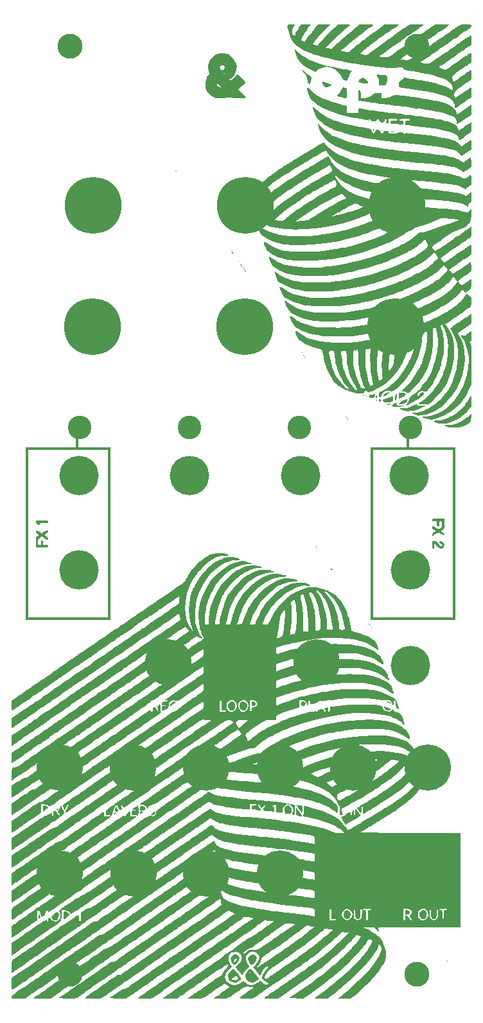
<source format=gbr>
%TF.GenerationSoftware,KiCad,Pcbnew,(6.0.2-0)*%
%TF.CreationDate,2022-03-24T14:58:07-04:00*%
%TF.ProjectId,dotspanel,646f7473-7061-46e6-956c-2e6b69636164,rev?*%
%TF.SameCoordinates,Original*%
%TF.FileFunction,Soldermask,Top*%
%TF.FilePolarity,Negative*%
%FSLAX46Y46*%
G04 Gerber Fmt 4.6, Leading zero omitted, Abs format (unit mm)*
G04 Created by KiCad (PCBNEW (6.0.2-0)) date 2022-03-24 14:58:07*
%MOMM*%
%LPD*%
G01*
G04 APERTURE LIST*
%ADD10C,6.100000*%
%ADD11C,7.500000*%
%ADD12C,3.300000*%
%ADD13C,3.100000*%
%ADD14C,5.200000*%
G04 APERTURE END LIST*
%TO.C,front_panel_gold*%
G36*
X147859018Y-98963096D02*
G01*
X147864383Y-99080187D01*
X147842190Y-99249008D01*
X147785667Y-99313021D01*
X147708036Y-99264893D01*
X147706951Y-99249521D01*
X147742173Y-99127254D01*
X147785667Y-99016687D01*
X147837651Y-98916323D01*
X147859018Y-98963096D01*
G37*
G36*
X139515875Y-60926859D02*
G01*
X139673319Y-61048671D01*
X139812511Y-61179664D01*
X140032960Y-61394959D01*
X140232743Y-61579742D01*
X140314245Y-61649681D01*
X140457193Y-61754736D01*
X140673983Y-61902975D01*
X140923267Y-62067560D01*
X141163702Y-62221654D01*
X141353943Y-62338419D01*
X141452643Y-62391017D01*
X141457311Y-62391656D01*
X141541866Y-62414575D01*
X141716146Y-62476993D01*
X141716346Y-62477069D01*
X141912277Y-62542303D01*
X142033846Y-62567687D01*
X142110738Y-62632281D01*
X142113001Y-62652354D01*
X142183772Y-62721576D01*
X142279158Y-62737021D01*
X142449537Y-62765379D01*
X142708338Y-62838184D01*
X142892991Y-62901214D01*
X143389173Y-63059843D01*
X144029162Y-63226720D01*
X144788020Y-63396014D01*
X145640807Y-63561893D01*
X145965334Y-63619535D01*
X147066001Y-63810314D01*
X147161283Y-64099167D01*
X147280895Y-64328295D01*
X147423198Y-64422204D01*
X147555332Y-64375737D01*
X147644439Y-64183734D01*
X147646178Y-64175300D01*
X147702151Y-63994351D01*
X147810020Y-63932855D01*
X147971811Y-63938079D01*
X148180889Y-63992330D01*
X148280135Y-64127035D01*
X148293811Y-64176354D01*
X148387078Y-64349481D01*
X148527959Y-64422140D01*
X148661620Y-64385748D01*
X148731619Y-64244884D01*
X148775796Y-64102454D01*
X148822834Y-64070521D01*
X148946201Y-64085726D01*
X149140334Y-64091687D01*
X149326254Y-64118298D01*
X149391713Y-64217309D01*
X149394334Y-64261021D01*
X149409332Y-64347599D01*
X149477720Y-64398397D01*
X149634588Y-64422775D01*
X149915030Y-64430088D01*
X150029334Y-64430354D01*
X150361730Y-64419396D01*
X150582976Y-64389159D01*
X150664324Y-64343594D01*
X150664334Y-64343035D01*
X150734674Y-64284538D01*
X150905373Y-64272176D01*
X151115949Y-64299129D01*
X151305919Y-64358580D01*
X151403558Y-64426371D01*
X151500223Y-64510503D01*
X151578450Y-64449993D01*
X151583488Y-64442460D01*
X151717282Y-64367334D01*
X151817930Y-64373313D01*
X151969337Y-64399170D01*
X152242795Y-64430327D01*
X152591338Y-64461769D01*
X152781001Y-64476165D01*
X153135118Y-64504529D01*
X153423651Y-64533667D01*
X153606105Y-64559182D01*
X153646685Y-64570148D01*
X153757711Y-64594779D01*
X153985459Y-64622051D01*
X154239352Y-64643021D01*
X154542616Y-64672642D01*
X154953908Y-64725085D01*
X155414738Y-64792418D01*
X155786667Y-64852855D01*
X156588270Y-64998728D01*
X157239683Y-65138429D01*
X157759586Y-65278286D01*
X158166661Y-65424628D01*
X158479588Y-65583782D01*
X158717048Y-65762078D01*
X158834997Y-65885519D01*
X158985322Y-66033330D01*
X159094909Y-66086108D01*
X159116842Y-66075012D01*
X159210029Y-65991405D01*
X159396861Y-65849728D01*
X159635239Y-65679206D01*
X159883070Y-65509062D01*
X160098255Y-65368523D01*
X160238700Y-65286811D01*
X160266291Y-65277021D01*
X160289386Y-65354881D01*
X160305719Y-65561329D01*
X160312437Y-65855662D01*
X160312311Y-65933187D01*
X160308288Y-66589354D01*
X159688221Y-66991521D01*
X159404602Y-67172103D01*
X159177053Y-67310693D01*
X159040922Y-67386024D01*
X159019697Y-67393687D01*
X158948050Y-67328631D01*
X158839524Y-67170553D01*
X158830777Y-67155901D01*
X158623529Y-66940158D01*
X158281839Y-66740343D01*
X157840569Y-66575456D01*
X157691667Y-66535065D01*
X157426003Y-66476847D01*
X157040647Y-66402180D01*
X156583428Y-66319339D01*
X156102172Y-66236594D01*
X155644709Y-66162219D01*
X155258865Y-66104486D01*
X155041196Y-66076635D01*
X154742031Y-66042693D01*
X154480579Y-66011260D01*
X154389667Y-65999500D01*
X154221974Y-65979954D01*
X153929237Y-65948987D01*
X153554995Y-65911107D01*
X153204334Y-65876745D01*
X152628205Y-65821049D01*
X152180122Y-65777325D01*
X151819571Y-65741377D01*
X151506040Y-65709010D01*
X151199015Y-65676029D01*
X150857982Y-65638238D01*
X150442427Y-65591441D01*
X150368001Y-65583028D01*
X149431053Y-65470776D01*
X148496679Y-65346976D01*
X147585123Y-65215115D01*
X146716632Y-65078682D01*
X145911452Y-64941162D01*
X145189829Y-64806044D01*
X144572010Y-64676814D01*
X144078240Y-64556959D01*
X143728767Y-64449968D01*
X143679334Y-64430971D01*
X143531205Y-64378590D01*
X143287792Y-64299225D01*
X143003245Y-64209723D01*
X142731719Y-64126933D01*
X142527366Y-64067703D01*
X142451667Y-64049015D01*
X142361317Y-64011008D01*
X142157615Y-63915593D01*
X141878806Y-63780811D01*
X141774334Y-63729535D01*
X141355224Y-63513305D01*
X141023989Y-63312412D01*
X140724277Y-63086448D01*
X140399733Y-62795006D01*
X140195973Y-62597806D01*
X139933679Y-62317064D01*
X139759208Y-62055724D01*
X139626573Y-61737433D01*
X139568544Y-61556141D01*
X139486193Y-61258370D01*
X139437356Y-61027166D01*
X139430958Y-60906202D01*
X139434466Y-60900000D01*
X139515875Y-60926859D01*
G37*
G36*
X137109020Y-53315036D02*
G01*
X137242140Y-53423971D01*
X137392834Y-53569297D01*
X137660017Y-53829961D01*
X137856252Y-54009799D01*
X138029411Y-54148630D01*
X138227367Y-54286273D01*
X138356918Y-54371196D01*
X138914273Y-54677622D01*
X139620527Y-54973750D01*
X140455282Y-55252777D01*
X141398140Y-55507901D01*
X142428702Y-55732320D01*
X142451667Y-55736756D01*
X142611604Y-55773967D01*
X142850682Y-55835913D01*
X142917334Y-55853979D01*
X143162905Y-55914000D01*
X143352170Y-55947859D01*
X143383001Y-55950284D01*
X143592763Y-55968562D01*
X143866614Y-56007847D01*
X144149964Y-56058212D01*
X144388223Y-56109726D01*
X144526804Y-56152460D01*
X144539523Y-56160654D01*
X144532185Y-56256392D01*
X144448467Y-56379139D01*
X144334648Y-56547893D01*
X144199801Y-56807327D01*
X144116553Y-56996473D01*
X143931690Y-57451318D01*
X143630285Y-57380037D01*
X143402223Y-57290692D01*
X143267137Y-57121731D01*
X143219950Y-57007514D01*
X143029972Y-56655842D01*
X142733196Y-56298993D01*
X142380821Y-55992703D01*
X142161109Y-55854854D01*
X141683428Y-55693168D01*
X141158590Y-55664574D01*
X140635333Y-55762602D01*
X140162394Y-55980781D01*
X139941473Y-56149567D01*
X139840609Y-56233585D01*
X139746916Y-56263696D01*
X139615793Y-56233857D01*
X139402642Y-56138024D01*
X139230784Y-56053260D01*
X138560928Y-55671088D01*
X137999059Y-55248116D01*
X137597434Y-54834200D01*
X137398896Y-54524575D01*
X137221370Y-54142228D01*
X137090945Y-53753734D01*
X137033711Y-53425666D01*
X137033001Y-53393927D01*
X137047773Y-53309147D01*
X137109020Y-53315036D01*
G37*
G36*
X149464076Y-98596181D02*
G01*
X149601887Y-98650470D01*
X149573207Y-98696824D01*
X149563667Y-98700313D01*
X149417797Y-98761929D01*
X149185674Y-98870912D01*
X149037209Y-98943928D01*
X148637751Y-99143795D01*
X148706959Y-98953241D01*
X148863551Y-98743861D01*
X149116909Y-98610129D01*
X149400336Y-98583501D01*
X149464076Y-98596181D01*
G37*
G36*
X160299486Y-101935858D02*
G01*
X160280043Y-102228015D01*
X160239004Y-102405598D01*
X160149031Y-102523268D01*
X159982783Y-102635685D01*
X159935334Y-102663911D01*
X159436357Y-102935324D01*
X159029447Y-103100951D01*
X158707667Y-103170719D01*
X158185900Y-103221961D01*
X157821275Y-103246883D01*
X157617727Y-103245268D01*
X157575760Y-103232891D01*
X157467869Y-103183030D01*
X157424259Y-103172241D01*
X157113855Y-103091089D01*
X156912271Y-103002558D01*
X156830595Y-102922154D01*
X156879918Y-102865385D01*
X157071330Y-102847759D01*
X157198018Y-102855878D01*
X157781899Y-102837041D01*
X158393612Y-102668913D01*
X159042025Y-102347977D01*
X159736007Y-101870717D01*
X159791486Y-101827465D01*
X160324971Y-101408234D01*
X160299486Y-101935858D01*
G37*
G36*
X108120017Y-146914696D02*
G01*
X108134233Y-147016149D01*
X108041723Y-147065021D01*
X107925091Y-146996851D01*
X107907667Y-146930965D01*
X107956896Y-146832219D01*
X108008209Y-146830423D01*
X108120017Y-146914696D01*
G37*
G36*
X147448382Y-63880874D02*
G01*
X147497223Y-63982342D01*
X147485718Y-64012871D01*
X147403984Y-64087945D01*
X147363990Y-64002438D01*
X147362334Y-63959690D01*
X147403990Y-63872488D01*
X147448382Y-63880874D01*
G37*
G36*
X138000540Y-56008409D02*
G01*
X138193744Y-56147597D01*
X138416497Y-56328233D01*
X138682650Y-56542859D01*
X138933696Y-56732914D01*
X139088865Y-56839952D01*
X139233797Y-56963585D01*
X139272872Y-57068658D01*
X139269074Y-57076640D01*
X139225277Y-57209510D01*
X139178558Y-57441821D01*
X139160543Y-57561542D01*
X139114182Y-57806773D01*
X139050056Y-57916761D01*
X138961939Y-57928301D01*
X138837771Y-57820306D01*
X138767153Y-57587846D01*
X138618820Y-57074171D01*
X138354469Y-56567221D01*
X138130564Y-56269422D01*
X137966150Y-56068746D01*
X137923742Y-55981933D01*
X138000540Y-56008409D01*
G37*
G36*
X151411383Y-98668196D02*
G01*
X151590551Y-98757062D01*
X151597365Y-98764733D01*
X151670704Y-98881928D01*
X151671232Y-98921676D01*
X151559583Y-98995323D01*
X151364917Y-99108845D01*
X151140763Y-99232826D01*
X150940647Y-99337850D01*
X150818098Y-99394500D01*
X150805062Y-99397687D01*
X150771619Y-99321964D01*
X150751566Y-99130391D01*
X150749001Y-99016687D01*
X150749001Y-98635687D01*
X151119634Y-98635687D01*
X151411383Y-98668196D01*
G37*
G36*
X130519367Y-139434920D02*
G01*
X130635866Y-139548526D01*
X130752202Y-139825470D01*
X130747983Y-140106936D01*
X130639784Y-140348988D01*
X130444180Y-140507692D01*
X130259667Y-140545687D01*
X129999967Y-140471121D01*
X129883468Y-140357515D01*
X129767132Y-140080571D01*
X129771351Y-139799105D01*
X129879550Y-139557053D01*
X130075154Y-139398349D01*
X130259667Y-139360354D01*
X130519367Y-139434920D01*
G37*
G36*
X128722130Y-79958321D02*
G01*
X128814009Y-80049707D01*
X128908374Y-80186158D01*
X128967250Y-80305687D01*
X128960680Y-80347687D01*
X128885778Y-80290856D01*
X128843883Y-80241854D01*
X128715616Y-80057994D01*
X128672433Y-79955665D01*
X128722130Y-79958321D01*
G37*
G36*
X127235452Y-175575242D02*
G01*
X127313438Y-175526009D01*
X127493626Y-175365554D01*
X127591473Y-175191301D01*
X127674409Y-175023922D01*
X127837690Y-174794910D01*
X127990849Y-174615187D01*
X128180518Y-174402004D01*
X128267685Y-174270250D01*
X128268233Y-174180280D01*
X128199647Y-174094048D01*
X128088973Y-174015367D01*
X128058334Y-174055544D01*
X127991136Y-174149265D01*
X127944456Y-174158354D01*
X127806293Y-174216386D01*
X127677334Y-174327687D01*
X127542654Y-174453513D01*
X127461515Y-174497021D01*
X127368689Y-174541903D01*
X127170879Y-174662440D01*
X126902022Y-174837463D01*
X126733804Y-174950892D01*
X126346683Y-175215000D01*
X125898972Y-175520366D01*
X125470009Y-175812878D01*
X125349001Y-175895378D01*
X124983551Y-176147121D01*
X124613624Y-176406288D01*
X124298235Y-176631376D01*
X124188449Y-176711506D01*
X123947796Y-176879742D01*
X123755158Y-176997330D01*
X123659282Y-177037021D01*
X123573435Y-177084172D01*
X123570260Y-177100521D01*
X123503637Y-177173557D01*
X123328410Y-177307899D01*
X123080377Y-177476408D01*
X123041093Y-177501684D01*
X122781125Y-177673679D01*
X122583898Y-177815210D01*
X122487559Y-177898717D01*
X122484445Y-177903851D01*
X122387900Y-177967970D01*
X122379344Y-177968354D01*
X122274896Y-178016205D01*
X122084991Y-178139851D01*
X121914248Y-178264687D01*
X121526030Y-178561021D01*
X120547431Y-178561021D01*
X120196221Y-178563190D01*
X119938081Y-178561482D01*
X119778833Y-178543575D01*
X119724299Y-178497147D01*
X119780300Y-178409875D01*
X119952660Y-178269438D01*
X120247200Y-178063512D01*
X120669742Y-177779776D01*
X121031001Y-177537553D01*
X121410366Y-177280300D01*
X121745031Y-177049692D01*
X122007107Y-176865223D01*
X122168707Y-176746387D01*
X122201215Y-176719521D01*
X122327623Y-176628793D01*
X122375750Y-176613687D01*
X122479872Y-176563135D01*
X122605723Y-176465521D01*
X122835206Y-176277850D01*
X123074438Y-176105994D01*
X123276387Y-175981637D01*
X123391183Y-175936354D01*
X123495273Y-175879474D01*
X123500445Y-175869394D01*
X123581303Y-175787796D01*
X123758914Y-175649715D01*
X123909667Y-175543435D01*
X124149715Y-175379642D01*
X124475584Y-175156479D01*
X124833675Y-174910677D01*
X125010334Y-174789195D01*
X125410258Y-174514381D01*
X125849380Y-174213248D01*
X126251551Y-173938001D01*
X126368065Y-173858413D01*
X127196449Y-173277572D01*
X127916499Y-172740907D01*
X128143001Y-172563050D01*
X128413000Y-172367377D01*
X128719627Y-172171983D01*
X128799167Y-172126193D01*
X129008305Y-171998449D01*
X129138091Y-171897424D01*
X129159000Y-171865589D01*
X129225004Y-171792386D01*
X129396859Y-171661981D01*
X129603501Y-171524446D01*
X129939315Y-171304631D01*
X130300125Y-171057244D01*
X130471334Y-170935081D01*
X130782504Y-170724116D01*
X131152539Y-170495336D01*
X131423834Y-170340938D01*
X131684349Y-170191530D01*
X131873279Y-170066457D01*
X131952538Y-169991116D01*
X131953001Y-169988048D01*
X132021278Y-169907035D01*
X132143501Y-169838370D01*
X132333251Y-169735042D01*
X132601195Y-169564688D01*
X132892379Y-169364904D01*
X133151849Y-169173287D01*
X133314770Y-169037049D01*
X133461753Y-168933206D01*
X133540547Y-168909021D01*
X133651014Y-168856196D01*
X133660445Y-168839566D01*
X133741791Y-168754371D01*
X133916550Y-168616435D01*
X134027334Y-168537728D01*
X134366001Y-168305344D01*
X134112001Y-168324078D01*
X133870414Y-168321645D01*
X133564808Y-168293302D01*
X133451111Y-168276928D01*
X133180744Y-168247244D01*
X133005713Y-168275779D01*
X132858739Y-168373526D01*
X132858444Y-168373784D01*
X132672780Y-168521256D01*
X132425132Y-168700035D01*
X132326908Y-168766867D01*
X132083948Y-168937344D01*
X131876931Y-169096976D01*
X131818908Y-169147144D01*
X131670342Y-169266862D01*
X131426419Y-169446416D01*
X131133624Y-169653147D01*
X130838442Y-169854401D01*
X130587358Y-170017521D01*
X130529399Y-170053048D01*
X130186336Y-170266647D01*
X129927789Y-170443010D01*
X129792050Y-170554096D01*
X129645131Y-170677170D01*
X129567958Y-170729354D01*
X129437937Y-170815949D01*
X129212185Y-170972334D01*
X128932477Y-171169473D01*
X128837092Y-171237354D01*
X128499570Y-171473332D01*
X128153784Y-171707308D01*
X127867200Y-171893739D01*
X127833653Y-171914687D01*
X127353385Y-172216645D01*
X126900089Y-172512423D01*
X126433340Y-172829474D01*
X125912711Y-173195251D01*
X125306667Y-173630770D01*
X124985201Y-173860626D01*
X124618384Y-174118279D01*
X124232158Y-174386063D01*
X123852464Y-174646312D01*
X123505242Y-174881361D01*
X123216434Y-175073544D01*
X123011981Y-175205195D01*
X122917824Y-175258649D01*
X122915689Y-175259021D01*
X122820177Y-175309946D01*
X122687457Y-175417098D01*
X122552679Y-175523183D01*
X122309782Y-175699662D01*
X121991644Y-175923150D01*
X121631137Y-176170262D01*
X121581334Y-176203942D01*
X120812203Y-176724848D01*
X120180670Y-177156229D01*
X119682497Y-177501064D01*
X119313446Y-177762330D01*
X119069279Y-177943004D01*
X118945759Y-178046063D01*
X118928445Y-178067815D01*
X118831159Y-178134776D01*
X118801445Y-178137791D01*
X118677434Y-178189190D01*
X118496781Y-178316023D01*
X118456665Y-178349457D01*
X118338706Y-178441552D01*
X118215829Y-178502204D01*
X118050848Y-178537934D01*
X117806577Y-178555262D01*
X117445833Y-178560708D01*
X117250165Y-178561021D01*
X116869625Y-178558263D01*
X116560367Y-178550772D01*
X116356042Y-178539722D01*
X116289667Y-178527513D01*
X116354942Y-178467954D01*
X116524606Y-178346940D01*
X116720755Y-178217378D01*
X116969565Y-178053451D01*
X117167952Y-177915109D01*
X117253497Y-177848718D01*
X117415845Y-177721779D01*
X117489909Y-177672021D01*
X117687671Y-177543788D01*
X117938473Y-177375867D01*
X118201783Y-177196124D01*
X118437066Y-177032422D01*
X118603791Y-176912626D01*
X118660334Y-176867403D01*
X118744549Y-176802656D01*
X118937982Y-176666630D01*
X119208666Y-176481538D01*
X119422334Y-176337793D01*
X119778116Y-176099626D01*
X120128512Y-175864547D01*
X120419102Y-175669085D01*
X120523001Y-175598954D01*
X120769964Y-175432075D01*
X120980320Y-175290208D01*
X121059986Y-175236637D01*
X121205360Y-175135727D01*
X121438074Y-174970696D01*
X121708382Y-174776829D01*
X121714818Y-174772187D01*
X121969079Y-174595941D01*
X122173060Y-174467668D01*
X122286031Y-174412821D01*
X122290608Y-174412354D01*
X122384365Y-174344942D01*
X122416285Y-174285354D01*
X122506596Y-174173149D01*
X122553678Y-174158354D01*
X122661643Y-174110124D01*
X122876860Y-173977650D01*
X123171845Y-173779252D01*
X123519112Y-173533250D01*
X123787288Y-173336043D01*
X123935271Y-173233841D01*
X124011466Y-173184687D01*
X124152500Y-173090807D01*
X124375130Y-172937244D01*
X124557178Y-172809450D01*
X124802491Y-172638516D01*
X125138137Y-172408061D01*
X125513642Y-172152621D01*
X125772334Y-171978010D01*
X126094285Y-171756568D01*
X126360077Y-171564402D01*
X126540257Y-171423431D01*
X126604889Y-171358414D01*
X126692706Y-171280993D01*
X126706478Y-171279687D01*
X126811212Y-171234560D01*
X127004540Y-171118123D01*
X127173745Y-171004521D01*
X127417933Y-170836139D01*
X127622525Y-170698867D01*
X127707156Y-170644687D01*
X127862312Y-170517889D01*
X127914374Y-170454187D01*
X128041947Y-170357325D01*
X128091752Y-170348354D01*
X128226543Y-170290463D01*
X128354667Y-170179021D01*
X128504903Y-170051975D01*
X128611422Y-170009687D01*
X128748664Y-169950551D01*
X128817684Y-169885880D01*
X128917878Y-169801567D01*
X129135536Y-169640672D01*
X129446885Y-169420029D01*
X129828154Y-169156468D01*
X130255571Y-168866823D01*
X130279999Y-168850435D01*
X131202763Y-168231687D01*
X141605001Y-168231687D01*
X142070667Y-168231687D01*
X142325682Y-168217769D01*
X142494824Y-168181865D01*
X142536334Y-168147021D01*
X142461222Y-168094002D01*
X142273582Y-168064513D01*
X142197667Y-168062354D01*
X141859001Y-168062354D01*
X141859001Y-167469687D01*
X143213667Y-167469687D01*
X143284274Y-167738814D01*
X143463965Y-167989403D01*
X143704546Y-168170424D01*
X143933334Y-168231687D01*
X144166107Y-168162927D01*
X144405513Y-167984200D01*
X144606023Y-167702168D01*
X144653001Y-167469687D01*
X144618422Y-167337886D01*
X144822334Y-167337886D01*
X144828216Y-167670943D01*
X144853097Y-167878810D01*
X144907831Y-168005435D01*
X145003269Y-168094767D01*
X145010506Y-168099886D01*
X145294822Y-168220280D01*
X145557887Y-168179219D01*
X145716962Y-168056135D01*
X145808940Y-167885671D01*
X145876571Y-167632816D01*
X145916708Y-167343592D01*
X145926208Y-167064020D01*
X145901924Y-166840123D01*
X145877996Y-166792354D01*
X146007667Y-166792354D01*
X146080123Y-166856000D01*
X146219334Y-166877021D01*
X146324312Y-166884238D01*
X146387170Y-166928925D01*
X146418706Y-167045629D01*
X146429716Y-167268899D01*
X146431001Y-167554354D01*
X146436982Y-167901888D01*
X146458686Y-168110456D01*
X146501749Y-168210125D01*
X146558001Y-168231687D01*
X146623163Y-168199784D01*
X146662270Y-168084032D01*
X146680958Y-167854362D01*
X146685001Y-167554354D01*
X146686021Y-167402471D01*
X151341667Y-167402471D01*
X151347931Y-167735721D01*
X151364621Y-168001097D01*
X151388585Y-168155438D01*
X151398112Y-168175243D01*
X151510922Y-168229965D01*
X151576881Y-168122690D01*
X151595667Y-167893021D01*
X151617001Y-167656683D01*
X151687208Y-167559929D01*
X151721466Y-167554354D01*
X151839137Y-167620014D01*
X151994543Y-167786581D01*
X152071384Y-167893021D01*
X152216801Y-168091557D01*
X152333100Y-168213422D01*
X152368918Y-168231687D01*
X152430851Y-168212752D01*
X152418977Y-168132961D01*
X152324299Y-167957836D01*
X152276926Y-167879122D01*
X152173508Y-167697993D01*
X152158810Y-167599644D01*
X152232833Y-167522622D01*
X152276926Y-167491275D01*
X152292948Y-167469687D01*
X153265910Y-167469687D01*
X153331271Y-167814497D01*
X153506475Y-168065962D01*
X153760199Y-168202901D01*
X154061122Y-168204132D01*
X154247067Y-168133191D01*
X154505362Y-167929958D01*
X154624133Y-167652135D01*
X154638282Y-167469687D01*
X154604363Y-167300354D01*
X154813001Y-167300354D01*
X154845896Y-167736372D01*
X154949661Y-168028209D01*
X155131918Y-168188760D01*
X155363334Y-168231687D01*
X155582338Y-168172800D01*
X155744334Y-168062354D01*
X155838851Y-167933228D01*
X155891159Y-167752382D01*
X155911850Y-167472156D01*
X155913667Y-167300354D01*
X155902480Y-166996330D01*
X155873367Y-166792354D01*
X156083001Y-166792354D01*
X156155457Y-166856000D01*
X156294667Y-166877021D01*
X156399645Y-166884238D01*
X156462504Y-166928925D01*
X156494040Y-167045629D01*
X156505049Y-167268899D01*
X156506334Y-167554354D01*
X156516236Y-167889786D01*
X156543270Y-168125501D01*
X156583426Y-168229429D01*
X156591001Y-168231687D01*
X156632930Y-168152471D01*
X156662394Y-167936201D01*
X156675385Y-167614947D01*
X156675667Y-167554354D01*
X156677923Y-167218424D01*
X156691887Y-167017277D01*
X156728357Y-166916362D01*
X156798129Y-166881130D01*
X156887334Y-166877021D01*
X157046449Y-166848038D01*
X157099001Y-166792354D01*
X157021881Y-166747256D01*
X156820418Y-166716680D01*
X156591001Y-166707687D01*
X156320411Y-166720540D01*
X156136960Y-166754118D01*
X156083001Y-166792354D01*
X155873367Y-166792354D01*
X155872496Y-166786253D01*
X155829083Y-166707687D01*
X155829001Y-166707687D01*
X155784017Y-166784896D01*
X155753480Y-166986993D01*
X155744334Y-167221253D01*
X155720291Y-167635254D01*
X155643569Y-167902022D01*
X155507275Y-168037350D01*
X155377288Y-168062354D01*
X155185376Y-168028129D01*
X155064529Y-167907813D01*
X155001329Y-167674950D01*
X154982362Y-167303079D01*
X154982334Y-167283421D01*
X154970849Y-166985910D01*
X154940203Y-166781076D01*
X154897667Y-166707687D01*
X154854235Y-166785997D01*
X154824224Y-166995883D01*
X154813001Y-167299779D01*
X154813001Y-167300354D01*
X154604363Y-167300354D01*
X154570774Y-167132670D01*
X154392259Y-166885255D01*
X154138756Y-166745255D01*
X153846278Y-166730479D01*
X153550844Y-166858738D01*
X153493843Y-166903747D01*
X153338518Y-167078630D01*
X153274122Y-167292230D01*
X153265910Y-167469687D01*
X152292948Y-167469687D01*
X152412211Y-167308994D01*
X152430034Y-167082251D01*
X152326034Y-166886570D01*
X152312525Y-166874689D01*
X152154589Y-166803352D01*
X151901421Y-166744808D01*
X151762191Y-166726550D01*
X151341667Y-166686143D01*
X151341667Y-167402471D01*
X146686021Y-167402471D01*
X146687256Y-167218424D01*
X146701221Y-167017277D01*
X146737691Y-166916362D01*
X146807463Y-166881130D01*
X146896667Y-166877021D01*
X147055782Y-166848038D01*
X147108334Y-166792354D01*
X147030576Y-166748110D01*
X146824594Y-166717819D01*
X146558001Y-166707687D01*
X146270418Y-166719650D01*
X146073524Y-166751339D01*
X146007667Y-166792354D01*
X145877996Y-166792354D01*
X145840713Y-166717922D01*
X145809116Y-166707687D01*
X145738831Y-166739432D01*
X145693467Y-166855137D01*
X145665643Y-167085511D01*
X145651395Y-167363854D01*
X145635233Y-167695231D01*
X145609832Y-167893750D01*
X145563468Y-167995868D01*
X145484418Y-168038042D01*
X145431507Y-168047687D01*
X145223345Y-168040401D01*
X145088936Y-167933682D01*
X145015900Y-167706198D01*
X144991854Y-167336621D01*
X144991667Y-167289987D01*
X144980300Y-166989941D01*
X144949914Y-166783069D01*
X144907001Y-166707687D01*
X144864254Y-166786428D01*
X144834487Y-166999350D01*
X144822397Y-167311507D01*
X144822334Y-167337886D01*
X144618422Y-167337886D01*
X144582394Y-167200560D01*
X144402703Y-166949972D01*
X144162122Y-166768951D01*
X143933334Y-166707687D01*
X143679158Y-166782447D01*
X143442491Y-166972708D01*
X143271527Y-167227441D01*
X143213667Y-167469687D01*
X141859001Y-167469687D01*
X141859001Y-167385021D01*
X141853019Y-167037487D01*
X141831315Y-166828919D01*
X141788252Y-166729250D01*
X141732001Y-166707687D01*
X141670042Y-166737382D01*
X141631449Y-166845760D01*
X141611399Y-167061757D01*
X141605067Y-167414313D01*
X141605001Y-167469687D01*
X141605001Y-168231687D01*
X131202763Y-168231687D01*
X131639562Y-167938797D01*
X131351781Y-167872711D01*
X130933238Y-167791273D01*
X130624031Y-167775353D01*
X130375215Y-167830293D01*
X130137846Y-167961438D01*
X130066073Y-168013059D01*
X129818228Y-168192291D01*
X129493948Y-168419334D01*
X129158173Y-168648795D01*
X129116667Y-168676702D01*
X128797899Y-168897210D01*
X128496266Y-169117177D01*
X128269267Y-169294475D01*
X128241756Y-169317756D01*
X128039884Y-169472131D01*
X127743114Y-169675377D01*
X127403557Y-169892333D01*
X127268089Y-169974683D01*
X126960088Y-170165559D01*
X126707035Y-170334841D01*
X126545236Y-170457634D01*
X126508960Y-170495249D01*
X126401811Y-170592421D01*
X126362511Y-170602354D01*
X126259167Y-170650194D01*
X126065795Y-170775282D01*
X125837551Y-170940656D01*
X125594792Y-171114102D01*
X125397128Y-171236250D01*
X125292556Y-171279323D01*
X125177908Y-171329557D01*
X125165556Y-171349788D01*
X125090896Y-171420713D01*
X124910911Y-171563568D01*
X124659326Y-171753641D01*
X124369862Y-171966220D01*
X124076241Y-172176592D01*
X123812186Y-172360045D01*
X123611419Y-172491865D01*
X123585695Y-172507550D01*
X123424307Y-172610119D01*
X123190027Y-172765838D01*
X122922603Y-172947403D01*
X122661785Y-173127511D01*
X122447320Y-173278859D01*
X122318957Y-173374143D01*
X122301001Y-173389999D01*
X122199418Y-173471139D01*
X122119156Y-173523354D01*
X121971253Y-173619834D01*
X121748313Y-173772280D01*
X121611156Y-173868278D01*
X121401040Y-174014882D01*
X121090385Y-174229379D01*
X120718748Y-174484550D01*
X120325688Y-174753175D01*
X120269001Y-174791807D01*
X119584529Y-175258512D01*
X119027845Y-175639227D01*
X118586426Y-175942762D01*
X118247748Y-176177927D01*
X117999290Y-176353531D01*
X117828528Y-176478384D01*
X117722941Y-176561297D01*
X117670006Y-176611078D01*
X117658445Y-176628362D01*
X117561087Y-176694234D01*
X117523401Y-176698354D01*
X117390889Y-176756149D01*
X117263334Y-176867687D01*
X117109055Y-176995038D01*
X116996212Y-177037021D01*
X116892096Y-177076605D01*
X116882334Y-177103432D01*
X116816177Y-177184987D01*
X116652565Y-177302575D01*
X116607167Y-177329889D01*
X116416718Y-177447359D01*
X116299076Y-177532306D01*
X116289667Y-177541856D01*
X116205286Y-177607502D01*
X116010854Y-177743768D01*
X115738123Y-177928719D01*
X115510841Y-178079886D01*
X114774349Y-178565996D01*
X113656578Y-178542342D01*
X112538808Y-178518687D01*
X113207737Y-178075962D01*
X113514382Y-177870425D01*
X113776625Y-177689926D01*
X113955435Y-177561544D01*
X114001043Y-177525629D01*
X114237265Y-177361117D01*
X114468069Y-177263632D01*
X114629431Y-177256859D01*
X114762632Y-177235346D01*
X114947787Y-177127141D01*
X114986646Y-177096423D01*
X115248100Y-176896375D01*
X115605742Y-176646622D01*
X116009103Y-176382107D01*
X116111833Y-176317354D01*
X116247802Y-176222661D01*
X116289667Y-176185971D01*
X116378654Y-176115927D01*
X116561910Y-175986031D01*
X116713001Y-175882957D01*
X117129343Y-175602927D01*
X117429748Y-175401009D01*
X117638744Y-175260755D01*
X117780863Y-175165714D01*
X117880637Y-175099438D01*
X117929875Y-175066968D01*
X118102945Y-174942615D01*
X118183875Y-174875974D01*
X118303915Y-174784797D01*
X118514921Y-174639291D01*
X118702667Y-174515549D01*
X118986006Y-174331829D01*
X119205842Y-174187006D01*
X119407940Y-174049806D01*
X119638069Y-173888957D01*
X119941996Y-173673189D01*
X120092815Y-173565687D01*
X120392933Y-173352604D01*
X120651540Y-173170676D01*
X120830145Y-173046907D01*
X120877288Y-173015354D01*
X121065407Y-172890767D01*
X121367764Y-172686471D01*
X121759591Y-172419463D01*
X122216124Y-172106742D01*
X122712596Y-171765303D01*
X123224242Y-171412146D01*
X123726297Y-171064266D01*
X124163667Y-170759832D01*
X124510526Y-170519906D01*
X124880845Y-170267088D01*
X125179667Y-170066004D01*
X125440402Y-169889084D01*
X125656376Y-169736329D01*
X125769227Y-169650143D01*
X125954272Y-169512608D01*
X126038727Y-169459354D01*
X126259141Y-169323660D01*
X126531037Y-169146197D01*
X126803132Y-168961623D01*
X127024144Y-168804594D01*
X127129808Y-168722006D01*
X127289552Y-168611622D01*
X127520356Y-168484080D01*
X127574308Y-168457740D01*
X127770792Y-168348247D01*
X127880628Y-168255483D01*
X127889001Y-168234620D01*
X127955027Y-168149585D01*
X128121220Y-168022438D01*
X128206501Y-167967895D01*
X128410013Y-167838429D01*
X128544603Y-167742074D01*
X128566334Y-167721780D01*
X128661815Y-167647397D01*
X128841878Y-167533257D01*
X128877937Y-167512039D01*
X129147207Y-167355478D01*
X128750937Y-167161230D01*
X128509828Y-167050313D01*
X128327446Y-166979508D01*
X128270001Y-166965968D01*
X128168747Y-167013499D01*
X127968780Y-167141620D01*
X127705217Y-167327181D01*
X127567587Y-167428987D01*
X127291028Y-167633081D01*
X127067227Y-167791418D01*
X126929019Y-167881089D01*
X126902476Y-167893021D01*
X126811702Y-167941450D01*
X126650571Y-168060340D01*
X126621834Y-168083521D01*
X126400842Y-168255487D01*
X126197646Y-168401021D01*
X125976727Y-168555103D01*
X125812681Y-168676187D01*
X125643618Y-168784458D01*
X125533202Y-168824354D01*
X125426442Y-168878642D01*
X125419556Y-168891314D01*
X125338512Y-168972687D01*
X125160513Y-169110048D01*
X125010334Y-169215043D01*
X124503619Y-169557565D01*
X124083690Y-169843525D01*
X123764524Y-170063306D01*
X123560102Y-170207292D01*
X123486334Y-170263555D01*
X123401143Y-170326447D01*
X123208976Y-170458843D01*
X122944301Y-170637147D01*
X122809001Y-170727218D01*
X122522610Y-170919203D01*
X122293081Y-171076859D01*
X122154922Y-171176311D01*
X122131667Y-171195812D01*
X122039991Y-171267673D01*
X121815985Y-171425237D01*
X121456542Y-171670650D01*
X120958552Y-172006056D01*
X120905402Y-172041687D01*
X120361402Y-172409890D01*
X119735210Y-172839750D01*
X119081688Y-173293476D01*
X118702667Y-173559063D01*
X118330656Y-173819178D01*
X117968541Y-174069667D01*
X117661180Y-174279649D01*
X117475001Y-174404188D01*
X117227605Y-174572944D01*
X117020154Y-174725913D01*
X116945834Y-174787060D01*
X116812993Y-174891021D01*
X116751701Y-174920354D01*
X116665775Y-174967602D01*
X116485414Y-175091284D01*
X116257174Y-175259021D01*
X116013771Y-175432289D01*
X115815688Y-175554389D01*
X115710474Y-175597687D01*
X115617647Y-175646378D01*
X115612334Y-175669698D01*
X115546654Y-175751129D01*
X115377121Y-175885985D01*
X115210167Y-175999570D01*
X114960635Y-176163473D01*
X114627264Y-176387701D01*
X114264803Y-176635277D01*
X114088334Y-176757263D01*
X113705756Y-177022043D01*
X113299800Y-177301501D01*
X112937844Y-177549302D01*
X112818334Y-177630631D01*
X112553210Y-177812625D01*
X112346027Y-177958664D01*
X112233946Y-178042451D01*
X112225667Y-178049998D01*
X112135931Y-178120821D01*
X111955331Y-178249387D01*
X111840116Y-178328425D01*
X111693712Y-178422555D01*
X111557853Y-178487123D01*
X111397226Y-178527689D01*
X111176523Y-178549818D01*
X110860431Y-178559072D01*
X110413640Y-178561014D01*
X110363651Y-178561021D01*
X109980936Y-178562811D01*
X109688538Y-178560871D01*
X109491955Y-178544228D01*
X109396683Y-178501913D01*
X109408218Y-178422956D01*
X109532058Y-178296386D01*
X109773700Y-178111233D01*
X110138639Y-177856526D01*
X110632374Y-177521295D01*
X111014453Y-177262170D01*
X111460415Y-176958731D01*
X111785924Y-176736197D01*
X112010650Y-176580395D01*
X112154261Y-176477152D01*
X112236425Y-176412294D01*
X112276813Y-176371647D01*
X112295091Y-176341039D01*
X112296223Y-176338521D01*
X112392841Y-176275431D01*
X112401818Y-176275021D01*
X112496604Y-176229135D01*
X112688715Y-176109158D01*
X112939271Y-175941612D01*
X113209394Y-175753016D01*
X113460208Y-175569892D01*
X113633353Y-175434924D01*
X113768597Y-175410245D01*
X113813871Y-175441758D01*
X113935645Y-175463247D01*
X114101141Y-175405446D01*
X114230546Y-175304880D01*
X114257667Y-175238654D01*
X114325346Y-175179488D01*
X114368702Y-175174354D01*
X114511761Y-175121452D01*
X114643869Y-175025512D01*
X114900763Y-174822720D01*
X115277172Y-174567506D01*
X115454150Y-174455714D01*
X115587848Y-174367010D01*
X115814205Y-174211353D01*
X116087904Y-174019956D01*
X116131483Y-173989216D01*
X116408845Y-173795134D01*
X116646349Y-173632169D01*
X116798468Y-173531505D01*
X116811366Y-173523550D01*
X116942967Y-173437150D01*
X117170463Y-173281232D01*
X117451917Y-173084646D01*
X117550072Y-173015354D01*
X118007908Y-172692037D01*
X118456284Y-172376818D01*
X118866929Y-172089454D01*
X119211573Y-171849701D01*
X119461944Y-171677312D01*
X119549247Y-171618354D01*
X119716584Y-171504622D01*
X119966222Y-171332196D01*
X120223686Y-171152687D01*
X120515393Y-170952749D01*
X120793365Y-170769510D01*
X120974900Y-170656287D01*
X121162599Y-170538429D01*
X121277189Y-170453006D01*
X121285001Y-170444620D01*
X121332184Y-170399296D01*
X121434261Y-170319990D01*
X121608035Y-170194851D01*
X121870311Y-170012029D01*
X122237896Y-169759671D01*
X122727595Y-169425927D01*
X122783120Y-169388170D01*
X123229082Y-169084731D01*
X123554591Y-168862197D01*
X123779317Y-168706395D01*
X123922927Y-168603152D01*
X124005092Y-168538294D01*
X124045479Y-168497647D01*
X124063758Y-168467039D01*
X124064889Y-168464521D01*
X124162033Y-168409765D01*
X124240150Y-168401021D01*
X124384616Y-168348612D01*
X124594732Y-168214381D01*
X124733386Y-168104687D01*
X124942681Y-167938520D01*
X125107225Y-167830995D01*
X125167159Y-167808354D01*
X125283546Y-167747685D01*
X125366655Y-167660187D01*
X125608717Y-167434219D01*
X125941667Y-167241052D01*
X126112353Y-167130941D01*
X126186380Y-167066426D01*
X126344077Y-166935272D01*
X126525047Y-166808353D01*
X126727763Y-166675753D01*
X126886538Y-166561462D01*
X127076975Y-166410080D01*
X127150597Y-166349957D01*
X127292612Y-166215508D01*
X127350428Y-166079231D01*
X127344843Y-165872509D01*
X127329995Y-165758150D01*
X127290520Y-165521280D01*
X127243442Y-165419879D01*
X127163293Y-165421025D01*
X127094732Y-165454050D01*
X126921386Y-165560516D01*
X126684945Y-165722844D01*
X126564061Y-165810920D01*
X126193132Y-166085884D01*
X125928864Y-166277878D01*
X125743402Y-166406787D01*
X125611096Y-166491175D01*
X125340228Y-166660223D01*
X125051294Y-166851085D01*
X124781249Y-167037961D01*
X124567047Y-167195052D01*
X124445641Y-167296560D01*
X124431778Y-167314502D01*
X124334432Y-167380867D01*
X124296734Y-167385021D01*
X124164223Y-167442816D01*
X124036667Y-167554354D01*
X123887499Y-167681318D01*
X123782667Y-167723687D01*
X123655002Y-167781279D01*
X123528667Y-167893021D01*
X123385314Y-168019534D01*
X123289814Y-168062354D01*
X123165660Y-168115978D01*
X123070103Y-168192882D01*
X122883673Y-168353610D01*
X122621617Y-168554883D01*
X122331683Y-168762823D01*
X122061622Y-168943551D01*
X121859184Y-169063189D01*
X121814167Y-169083961D01*
X121667370Y-169173276D01*
X121623667Y-169245592D01*
X121558816Y-169329232D01*
X121535385Y-169332354D01*
X121426644Y-169379572D01*
X121227544Y-169503181D01*
X120988667Y-169671021D01*
X120743591Y-169842976D01*
X120546361Y-169964875D01*
X120441949Y-170009687D01*
X120356764Y-170065990D01*
X120353667Y-170085991D01*
X120288225Y-170175653D01*
X120126154Y-170301601D01*
X120078501Y-170332175D01*
X119904492Y-170444537D01*
X119627806Y-170628757D01*
X119280340Y-170863045D01*
X118893989Y-171125608D01*
X118500650Y-171394655D01*
X118132218Y-171648395D01*
X117820590Y-171865037D01*
X117597662Y-172022789D01*
X117517334Y-172081959D01*
X117368255Y-172189387D01*
X117124377Y-172357800D01*
X116832346Y-172555085D01*
X116759110Y-172603938D01*
X116471156Y-172799997D01*
X116229248Y-172972863D01*
X116075596Y-173092137D01*
X116054563Y-173111363D01*
X115928350Y-173208508D01*
X115875578Y-173227021D01*
X115785379Y-173273083D01*
X115601163Y-173392054D01*
X115364276Y-173555106D01*
X115116067Y-173733411D01*
X114897882Y-173898145D01*
X114802668Y-173975032D01*
X114662359Y-174070458D01*
X114506334Y-174159576D01*
X114339072Y-174257310D01*
X114257667Y-174319434D01*
X114168368Y-174391701D01*
X113984494Y-174522468D01*
X113834334Y-174624259D01*
X113578580Y-174795367D01*
X113406094Y-174914784D01*
X113259015Y-175024395D01*
X113079484Y-175166089D01*
X113017778Y-175215411D01*
X112837097Y-175350017D01*
X112714149Y-175423653D01*
X112696850Y-175428354D01*
X112596579Y-175474778D01*
X112416596Y-175589695D01*
X112210018Y-175736570D01*
X112029960Y-175878868D01*
X111989071Y-175915187D01*
X111861322Y-176005615D01*
X111812251Y-176021021D01*
X111707978Y-176071348D01*
X111580844Y-176169187D01*
X111399335Y-176317111D01*
X111281235Y-176402021D01*
X111069794Y-176541525D01*
X110811745Y-176715516D01*
X110546883Y-176896648D01*
X110315003Y-177057575D01*
X110155900Y-177170953D01*
X110109001Y-177207526D01*
X110023755Y-177271060D01*
X109831466Y-177403866D01*
X109566640Y-177582279D01*
X109431667Y-177672021D01*
X109145289Y-177863310D01*
X108915764Y-178019703D01*
X108777600Y-178117551D01*
X108754334Y-178136275D01*
X108663359Y-178209073D01*
X108490108Y-178335420D01*
X108437029Y-178372911D01*
X108315805Y-178450444D01*
X108190384Y-178502954D01*
X108027433Y-178534388D01*
X107793619Y-178548692D01*
X107455610Y-178549813D01*
X107006806Y-178542244D01*
X105851556Y-178518687D01*
X106392778Y-178164305D01*
X106712673Y-177952058D01*
X107104873Y-177687812D01*
X107502842Y-177416505D01*
X107653667Y-177312670D01*
X108014373Y-177064008D01*
X108376906Y-176815039D01*
X108684490Y-176604716D01*
X108796667Y-176528434D01*
X109028500Y-176368490D01*
X109199009Y-176245681D01*
X109262334Y-176194736D01*
X109363546Y-176114194D01*
X109440144Y-176063354D01*
X109616033Y-175949395D01*
X109854930Y-175789633D01*
X110115695Y-175612252D01*
X110357186Y-175445438D01*
X110538263Y-175317374D01*
X110617001Y-175257125D01*
X110702218Y-175193218D01*
X110894444Y-175060014D01*
X111159192Y-174881234D01*
X111294334Y-174791218D01*
X111580640Y-174599700D01*
X111810132Y-174443169D01*
X111948334Y-174345276D01*
X111971667Y-174326544D01*
X112058254Y-174260729D01*
X112246159Y-174128546D01*
X112495915Y-173957723D01*
X112513941Y-173945544D01*
X112814924Y-173759259D01*
X112994269Y-173689109D01*
X113050216Y-173714010D01*
X113131672Y-173740337D01*
X113322328Y-173649449D01*
X113481608Y-173544677D01*
X113704513Y-173386562D01*
X113865897Y-173266945D01*
X113919001Y-173222941D01*
X114015586Y-173144057D01*
X114199674Y-173009355D01*
X114417713Y-172856697D01*
X114616148Y-172723950D01*
X114691593Y-172676687D01*
X114850874Y-172575568D01*
X115080714Y-172423322D01*
X115339092Y-172248615D01*
X115583989Y-172080112D01*
X115773384Y-171946479D01*
X115865259Y-171876382D01*
X115866334Y-171875281D01*
X115967745Y-171797190D01*
X116048260Y-171745354D01*
X116178967Y-171660490D01*
X116407655Y-171506874D01*
X116693159Y-171312253D01*
X116810260Y-171231749D01*
X117528296Y-170737189D01*
X118229176Y-170254975D01*
X118891018Y-169800132D01*
X119491941Y-169387681D01*
X120010062Y-169032647D01*
X120423500Y-168750053D01*
X120607667Y-168624606D01*
X120824874Y-168468785D01*
X120975582Y-168345350D01*
X121016889Y-168298647D01*
X121114581Y-168232010D01*
X121143889Y-168228246D01*
X121264109Y-168174769D01*
X121450378Y-168044218D01*
X121531598Y-167977756D01*
X121719607Y-167838265D01*
X121859118Y-167772683D01*
X121892029Y-167774897D01*
X121977429Y-167749045D01*
X122014324Y-167686720D01*
X122117559Y-167570926D01*
X122178852Y-167554354D01*
X122323632Y-167490878D01*
X122360293Y-167448521D01*
X122479564Y-167323775D01*
X122671581Y-167173752D01*
X122875897Y-167040538D01*
X123032063Y-166966216D01*
X123059572Y-166961687D01*
X123144675Y-166912412D01*
X123147667Y-166895275D01*
X123213824Y-166813720D01*
X123377436Y-166696133D01*
X123422834Y-166668818D01*
X123613252Y-166551633D01*
X123730902Y-166467338D01*
X123740334Y-166457928D01*
X123825623Y-166391244D01*
X124018011Y-166255827D01*
X124282960Y-166075748D01*
X124417667Y-165985885D01*
X124703991Y-165794270D01*
X124933491Y-165637506D01*
X125071684Y-165539290D01*
X125095001Y-165520398D01*
X125189477Y-165445211D01*
X125349001Y-165332672D01*
X125545353Y-165197480D01*
X125801140Y-165018742D01*
X125923499Y-164932460D01*
X126135322Y-164787864D01*
X126286154Y-164694732D01*
X126329239Y-164675687D01*
X126424279Y-164629481D01*
X126474407Y-164592297D01*
X126588848Y-164499780D01*
X127296334Y-164499780D01*
X127347649Y-164864312D01*
X127517601Y-165165218D01*
X127830198Y-165443980D01*
X127851617Y-165459220D01*
X128074297Y-165609790D01*
X128239879Y-165710019D01*
X128298074Y-165735000D01*
X128399727Y-165759866D01*
X128618509Y-165837072D01*
X128972564Y-165973081D01*
X129032001Y-165996412D01*
X129208058Y-166054285D01*
X129286001Y-166070086D01*
X129436148Y-166117686D01*
X129455334Y-166128344D01*
X129617738Y-166189180D01*
X129923914Y-166269092D01*
X130349910Y-166363860D01*
X130871776Y-166469265D01*
X131465560Y-166581087D01*
X132107310Y-166695107D01*
X132773075Y-166807104D01*
X133438904Y-166912860D01*
X134080845Y-167008155D01*
X134674947Y-167088769D01*
X135197259Y-167150482D01*
X135339667Y-167165001D01*
X135692499Y-167201234D01*
X136050156Y-167240881D01*
X136186334Y-167257043D01*
X136516603Y-167296569D01*
X136847685Y-167334714D01*
X136906001Y-167341215D01*
X137455796Y-167406687D01*
X138086922Y-167489322D01*
X138729452Y-167579449D01*
X139313458Y-167667396D01*
X139594167Y-167712983D01*
X139627756Y-167642107D01*
X139650773Y-167447163D01*
X139657667Y-167221393D01*
X139654248Y-166964007D01*
X139623097Y-166798192D01*
X139532871Y-166698886D01*
X139493087Y-166686143D01*
X139352227Y-166641025D01*
X139049822Y-166599548D01*
X138853334Y-166578219D01*
X138529118Y-166540713D01*
X138234454Y-166502477D01*
X138091334Y-166481142D01*
X137653568Y-166416774D01*
X137078734Y-166345446D01*
X136398751Y-166271025D01*
X136144001Y-166245180D01*
X135483417Y-166173482D01*
X134736218Y-166082606D01*
X133964832Y-165980818D01*
X133231687Y-165876384D01*
X132599210Y-165777568D01*
X132549483Y-165769254D01*
X132131726Y-165699375D01*
X131762729Y-165638450D01*
X131481197Y-165592816D01*
X131325834Y-165568810D01*
X131321816Y-165568257D01*
X131106843Y-165519826D01*
X131013133Y-165487005D01*
X130854705Y-165446362D01*
X130801466Y-165448433D01*
X130677635Y-165440300D01*
X130461777Y-165396575D01*
X130386667Y-165377536D01*
X130130652Y-165312374D01*
X129784249Y-165227915D01*
X129422195Y-165142380D01*
X129420204Y-165141918D01*
X129051054Y-165046279D01*
X128691417Y-164936569D01*
X128424281Y-164838568D01*
X128193696Y-164742065D01*
X128030712Y-164678122D01*
X127993744Y-164665929D01*
X127889458Y-164615065D01*
X127700675Y-164504589D01*
X127613834Y-164450659D01*
X127296334Y-164250230D01*
X127296334Y-164499780D01*
X126588848Y-164499780D01*
X126603553Y-164487892D01*
X126797202Y-164332236D01*
X126851834Y-164288437D01*
X126882813Y-164250230D01*
X127069242Y-164020300D01*
X127128489Y-163694339D01*
X127054389Y-163378670D01*
X127008750Y-163305183D01*
X126930768Y-163299548D01*
X126786029Y-163372410D01*
X126540116Y-163534416D01*
X126531174Y-163540520D01*
X126288690Y-163709716D01*
X126106295Y-163843674D01*
X126026334Y-163910674D01*
X125933528Y-163983309D01*
X125747637Y-164104403D01*
X125645334Y-164166637D01*
X125381440Y-164333561D01*
X125139651Y-164501905D01*
X125085612Y-164543168D01*
X124877603Y-164701422D01*
X124704612Y-164824067D01*
X124555193Y-164924527D01*
X124278814Y-165111980D01*
X123872773Y-165388266D01*
X123334369Y-165755224D01*
X122660902Y-166214693D01*
X122089334Y-166604867D01*
X121727134Y-166854268D01*
X121403252Y-167081151D01*
X121150095Y-167262548D01*
X121000072Y-167375489D01*
X120988667Y-167384936D01*
X120809496Y-167517652D01*
X120692334Y-167584124D01*
X120565285Y-167659943D01*
X120348568Y-167808616D01*
X120086580Y-167999563D01*
X120057334Y-168021511D01*
X119793082Y-168215334D01*
X119569298Y-168370374D01*
X119430396Y-168455977D01*
X119422334Y-168459782D01*
X119285659Y-168538791D01*
X119253001Y-168568561D01*
X119163752Y-168641981D01*
X118979977Y-168773774D01*
X118829667Y-168876185D01*
X118580495Y-169044073D01*
X118236021Y-169277876D01*
X117836323Y-169550210D01*
X117421481Y-169833693D01*
X117031575Y-170100941D01*
X116706683Y-170324570D01*
X116507136Y-170463012D01*
X116330071Y-170597587D01*
X116226154Y-170696781D01*
X116219112Y-170708187D01*
X116122658Y-170771419D01*
X116115619Y-170771687D01*
X116019906Y-170817646D01*
X115817352Y-170942366D01*
X115538857Y-171126114D01*
X115254841Y-171321429D01*
X114857980Y-171598544D01*
X114436156Y-171892066D01*
X114053034Y-172157733D01*
X113876667Y-172279534D01*
X113284604Y-172687439D01*
X112811060Y-173013571D01*
X112435149Y-173272281D01*
X112135983Y-173477918D01*
X111892676Y-173644833D01*
X111684341Y-173787376D01*
X111490090Y-173919897D01*
X111379043Y-173995511D01*
X111106997Y-174181488D01*
X110885576Y-174334381D01*
X110755494Y-174426041D01*
X110744043Y-174434531D01*
X110630389Y-174521545D01*
X110438018Y-174669213D01*
X110328551Y-174753335D01*
X110053740Y-174953686D01*
X109769834Y-175144683D01*
X109693551Y-175192355D01*
X109494501Y-175317889D01*
X109364975Y-175408208D01*
X109347001Y-175424017D01*
X109261243Y-175490858D01*
X109072084Y-175625742D01*
X108816683Y-175802290D01*
X108754334Y-175844756D01*
X107901916Y-176425163D01*
X107138721Y-176947714D01*
X106477422Y-177403670D01*
X105930693Y-177784288D01*
X105511205Y-178080829D01*
X105479129Y-178103809D01*
X104841871Y-178561021D01*
X103694647Y-178561021D01*
X103235836Y-178560309D01*
X102923370Y-178555563D01*
X102734259Y-178542866D01*
X102645515Y-178518303D01*
X102634148Y-178477956D01*
X102677170Y-178417910D01*
X102700667Y-178391687D01*
X102843795Y-178265191D01*
X102938929Y-178222354D01*
X103046562Y-178174745D01*
X103242496Y-178050681D01*
X103454974Y-177898629D01*
X103674625Y-177738724D01*
X103999273Y-177508874D01*
X104393535Y-177233829D01*
X104822026Y-176938340D01*
X105071334Y-176767995D01*
X105497860Y-176477079D01*
X105905684Y-176197905D01*
X106261138Y-175953594D01*
X106530552Y-175767268D01*
X106637667Y-175692379D01*
X106936805Y-175482988D01*
X107274751Y-175248675D01*
X107442001Y-175133620D01*
X107724033Y-174939609D01*
X108074252Y-174697614D01*
X108421944Y-174456507D01*
X108458001Y-174431443D01*
X109098523Y-173989359D01*
X109655621Y-173611598D01*
X109885883Y-173458301D01*
X110045914Y-173346739D01*
X110273489Y-173181539D01*
X110393883Y-173092254D01*
X110642199Y-172915390D01*
X110870360Y-172767072D01*
X110950334Y-172720967D01*
X111137978Y-172612058D01*
X111246668Y-172536980D01*
X111597580Y-172263694D01*
X111901062Y-172060001D01*
X112131197Y-171941673D01*
X112257032Y-171922194D01*
X112363726Y-171892571D01*
X112578061Y-171783611D01*
X112869957Y-171614500D01*
X113209336Y-171404426D01*
X113566120Y-171172576D01*
X113910228Y-170938137D01*
X114211583Y-170720297D01*
X114440106Y-170538243D01*
X114474791Y-170507481D01*
X114625709Y-170390421D01*
X114718435Y-170348354D01*
X114814226Y-170301266D01*
X115008329Y-170176049D01*
X115264039Y-169996772D01*
X115347978Y-169935530D01*
X115629544Y-169732735D01*
X116007041Y-169467161D01*
X116435591Y-169170084D01*
X116870314Y-168872777D01*
X116967001Y-168807283D01*
X117374979Y-168530576D01*
X117766656Y-168263285D01*
X118104692Y-168031004D01*
X118351745Y-167859326D01*
X118406334Y-167820767D01*
X118705594Y-167609909D01*
X119043653Y-167374656D01*
X119210667Y-167259620D01*
X119492700Y-167065609D01*
X119842918Y-166823614D01*
X120190611Y-166582507D01*
X120226667Y-166557443D01*
X120867190Y-166115359D01*
X121424288Y-165737598D01*
X121654549Y-165584301D01*
X121814581Y-165472739D01*
X122042156Y-165307539D01*
X122162549Y-165218254D01*
X122410865Y-165041390D01*
X122639026Y-164893072D01*
X122719001Y-164846967D01*
X122906688Y-164737660D01*
X123015334Y-164661918D01*
X123252197Y-164473794D01*
X123526825Y-164271344D01*
X123800679Y-164080982D01*
X124035221Y-163929126D01*
X124191913Y-163842191D01*
X124227167Y-163831276D01*
X124325585Y-163774240D01*
X124333001Y-163742258D01*
X124401672Y-163645802D01*
X124523501Y-163572590D01*
X124697983Y-163474765D01*
X124938648Y-163313927D01*
X125095001Y-163199306D01*
X125322496Y-163038417D01*
X125506281Y-162930540D01*
X125581834Y-162903308D01*
X125680396Y-162847110D01*
X125687667Y-162817640D01*
X125754228Y-162722759D01*
X125892282Y-162627140D01*
X126078166Y-162515509D01*
X126331308Y-162349957D01*
X126491029Y-162240282D01*
X126716001Y-162096822D01*
X126887174Y-162013762D01*
X126952323Y-162005384D01*
X127003799Y-162107986D01*
X127052984Y-162316074D01*
X127067217Y-162408790D01*
X127143127Y-162688574D01*
X127302622Y-162931727D01*
X127562818Y-163149721D01*
X127940833Y-163354032D01*
X128453782Y-163556135D01*
X129074334Y-163754368D01*
X129409493Y-163847370D01*
X129725555Y-163924368D01*
X129921001Y-163962956D01*
X130175146Y-164010051D01*
X130381163Y-164061523D01*
X130386667Y-164063288D01*
X130616283Y-164116551D01*
X130725334Y-164130108D01*
X130882064Y-164149691D01*
X131156761Y-164192019D01*
X131500808Y-164249444D01*
X131656667Y-164276643D01*
X132097281Y-164347988D01*
X132617493Y-164422414D01*
X133128282Y-164487455D01*
X133304701Y-164507474D01*
X133674083Y-164549438D01*
X133977141Y-164587482D01*
X134176702Y-164616720D01*
X134236035Y-164629897D01*
X134335687Y-164647878D01*
X134562213Y-164673011D01*
X134873554Y-164700844D01*
X135001001Y-164710873D01*
X135410839Y-164748054D01*
X135826631Y-164795660D01*
X136166189Y-164844155D01*
X136200262Y-164849995D01*
X136472891Y-164893061D01*
X136676740Y-164916127D01*
X136750595Y-164916312D01*
X136877983Y-164917181D01*
X137131562Y-164942438D01*
X137470797Y-164986863D01*
X137855155Y-165045235D01*
X138176001Y-165099922D01*
X138506973Y-165152066D01*
X138897796Y-165203390D01*
X139128501Y-165228940D01*
X139657667Y-165281785D01*
X139657667Y-164815108D01*
X139646132Y-164531313D01*
X139603722Y-164375390D01*
X139518736Y-164306967D01*
X139509501Y-164303989D01*
X139331567Y-164264902D01*
X139013521Y-164209347D01*
X138583357Y-164141204D01*
X138069071Y-164064356D01*
X137498655Y-163982685D01*
X136900104Y-163900071D01*
X136301413Y-163820398D01*
X135730575Y-163747546D01*
X135215585Y-163685397D01*
X134784437Y-163637833D01*
X134535334Y-163614267D01*
X134256589Y-163590497D01*
X134026684Y-163569065D01*
X133801600Y-163544969D01*
X133537313Y-163513206D01*
X133189802Y-163468774D01*
X132757334Y-163412222D01*
X132388469Y-163364385D01*
X132042451Y-163320491D01*
X131787498Y-163289182D01*
X131765309Y-163286570D01*
X131542080Y-163252596D01*
X131396886Y-163216169D01*
X131384309Y-163210178D01*
X131270176Y-163180164D01*
X131041807Y-163142761D01*
X130810001Y-163113296D01*
X130463803Y-163066571D01*
X130127118Y-163008859D01*
X129963334Y-162973973D01*
X129702556Y-162912767D01*
X129487409Y-162865562D01*
X129455334Y-162859136D01*
X128839213Y-162713477D01*
X128248079Y-162524978D01*
X127724345Y-162309781D01*
X127310423Y-162084027D01*
X127186939Y-161995837D01*
X127009193Y-161806337D01*
X126858780Y-161562600D01*
X126761770Y-161319366D01*
X126744232Y-161131380D01*
X126757861Y-161094794D01*
X126750422Y-161063021D01*
X126654721Y-161128027D01*
X126526495Y-161224315D01*
X126289054Y-161393412D01*
X125973565Y-161613437D01*
X125611198Y-161862509D01*
X125518334Y-161925799D01*
X125142546Y-162183282D01*
X124799513Y-162421639D01*
X124522702Y-162617386D01*
X124345580Y-162747040D01*
X124323612Y-162764125D01*
X124116004Y-162922293D01*
X123942612Y-163044301D01*
X123615297Y-163260934D01*
X123188748Y-163549009D01*
X122645616Y-163920265D01*
X122491501Y-164026134D01*
X122084033Y-164306003D01*
X121626263Y-164620015D01*
X121202407Y-164910411D01*
X121110405Y-164973376D01*
X120657891Y-165283613D01*
X120326809Y-165512369D01*
X120098328Y-165673035D01*
X119953619Y-165778997D01*
X119873850Y-165843646D01*
X119845667Y-165872620D01*
X119750648Y-165949164D01*
X119573198Y-166066129D01*
X119543595Y-166084287D01*
X119163526Y-166322774D01*
X118750673Y-166594130D01*
X118358533Y-166862270D01*
X118040600Y-167091108D01*
X117961834Y-167151264D01*
X117778416Y-167283240D01*
X117663736Y-167344047D01*
X117644334Y-167338256D01*
X117592865Y-167350875D01*
X117464902Y-167457881D01*
X117421122Y-167500475D01*
X117250961Y-167647824D01*
X117119114Y-167723488D01*
X117103622Y-167726039D01*
X116989337Y-167783534D01*
X116819493Y-167924101D01*
X116764187Y-167978242D01*
X116563316Y-168152923D01*
X116375070Y-168270395D01*
X116340853Y-168283635D01*
X116179819Y-168350683D01*
X116120334Y-168393453D01*
X116007898Y-168501008D01*
X115819778Y-168650917D01*
X115605881Y-168806971D01*
X115416116Y-168932960D01*
X115300390Y-168992677D01*
X115293017Y-168993687D01*
X115171631Y-169051680D01*
X115118193Y-169103988D01*
X115019171Y-169187248D01*
X114805327Y-169345370D01*
X114502945Y-169559607D01*
X114138311Y-169811216D01*
X113901326Y-169971821D01*
X113513360Y-170233554D01*
X113172352Y-170464676D01*
X112904240Y-170647522D01*
X112734966Y-170764428D01*
X112691334Y-170795806D01*
X112561986Y-170891637D01*
X112337404Y-171052999D01*
X112058344Y-171251155D01*
X111765563Y-171457367D01*
X111499816Y-171642897D01*
X111301861Y-171779008D01*
X111224600Y-171830021D01*
X111096345Y-171916234D01*
X110871485Y-172073712D01*
X110590340Y-172274097D01*
X110472160Y-172359187D01*
X110193050Y-172556471D01*
X109966255Y-172708813D01*
X109825971Y-172793598D01*
X109800013Y-172803687D01*
X109708428Y-172851088D01*
X109523738Y-172975136D01*
X109294827Y-173142354D01*
X109054421Y-173315212D01*
X108862820Y-173437251D01*
X108765022Y-173481021D01*
X108660832Y-173538978D01*
X108655556Y-173549451D01*
X108575654Y-173628791D01*
X108394116Y-173769722D01*
X108161667Y-173933840D01*
X107597919Y-174318381D01*
X107172758Y-174613006D01*
X106882796Y-174820091D01*
X106725440Y-174941332D01*
X106540227Y-175079334D01*
X106457196Y-175132021D01*
X106322185Y-175219900D01*
X106094095Y-175376719D01*
X105816987Y-175572082D01*
X105751533Y-175618854D01*
X105481938Y-175805704D01*
X105262215Y-175946370D01*
X105130141Y-176017026D01*
X105113818Y-176021021D01*
X105004770Y-176082900D01*
X104969708Y-176126854D01*
X104874748Y-176215565D01*
X104670651Y-176373042D01*
X104389808Y-176575079D01*
X104140001Y-176746891D01*
X103756504Y-177006587D01*
X103294975Y-177320496D01*
X102816836Y-177646782D01*
X102430917Y-177911058D01*
X101483834Y-178561021D01*
X100589417Y-178561021D01*
X100192374Y-178559605D01*
X99934596Y-178550943D01*
X99786017Y-178528405D01*
X99716571Y-178485367D01*
X99696190Y-178415201D01*
X99695001Y-178363894D01*
X99723851Y-178261739D01*
X99823116Y-178136423D01*
X100011868Y-177970965D01*
X100309177Y-177748379D01*
X100669502Y-177496061D01*
X101042373Y-177241867D01*
X101381861Y-177014889D01*
X101655442Y-176836560D01*
X101830591Y-176728315D01*
X101854836Y-176714901D01*
X102008661Y-176608865D01*
X102065667Y-176524401D01*
X102130709Y-176447186D01*
X102153949Y-176444354D01*
X102262690Y-176397136D01*
X102461790Y-176273526D01*
X102700667Y-176105687D01*
X102945744Y-175933731D01*
X103142973Y-175811833D01*
X103247385Y-175767021D01*
X103332596Y-175713349D01*
X103335667Y-175694388D01*
X103402787Y-175618021D01*
X103579850Y-175483844D01*
X103830411Y-175319161D01*
X103864834Y-175297944D01*
X104128506Y-175133093D01*
X104331218Y-174999813D01*
X104433032Y-174924456D01*
X104436334Y-174920863D01*
X104519635Y-174854810D01*
X104713848Y-174715697D01*
X104989105Y-174524568D01*
X105283001Y-174324414D01*
X105605669Y-174105196D01*
X105874390Y-173920153D01*
X106059346Y-173789982D01*
X106129667Y-173736721D01*
X106216220Y-173670337D01*
X106404078Y-173537595D01*
X106653817Y-173366315D01*
X106672333Y-173353781D01*
X106952714Y-173164132D01*
X107201432Y-172995906D01*
X107360452Y-172888354D01*
X107526029Y-172774682D01*
X107774312Y-172602349D01*
X108031509Y-172422687D01*
X108308290Y-172230269D01*
X108556337Y-172060474D01*
X108711372Y-171957021D01*
X108867115Y-171853208D01*
X109118650Y-171682145D01*
X109422768Y-171473295D01*
X109571982Y-171370182D01*
X109924811Y-171125951D01*
X110282873Y-170878273D01*
X110584053Y-170670108D01*
X110659334Y-170618124D01*
X110911292Y-170440326D01*
X111121778Y-170285017D01*
X111218590Y-170208088D01*
X111386387Y-170133534D01*
X111487672Y-170141369D01*
X111619388Y-170115172D01*
X111868719Y-169988935D01*
X112222367Y-169770025D01*
X112515762Y-169571911D01*
X112870752Y-169327828D01*
X113189544Y-169112429D01*
X113438852Y-168947948D01*
X113585391Y-168856624D01*
X113591617Y-168853177D01*
X113753579Y-168748571D01*
X113824605Y-168683034D01*
X113927203Y-168601298D01*
X114120507Y-168484285D01*
X114194167Y-168444456D01*
X114389832Y-168329010D01*
X114501595Y-168238324D01*
X114511667Y-168218139D01*
X114580923Y-168147141D01*
X114672445Y-168107403D01*
X114845278Y-168012336D01*
X115032279Y-167857350D01*
X115237000Y-167690259D01*
X115501227Y-167519677D01*
X115575756Y-167478825D01*
X115827094Y-167333350D01*
X116037489Y-167187494D01*
X116083756Y-167148453D01*
X116218578Y-167040930D01*
X116458310Y-166865418D01*
X116766939Y-166647815D01*
X117051667Y-166452409D01*
X117374161Y-166232519D01*
X117642787Y-166046901D01*
X117827780Y-165916286D01*
X117898334Y-165862721D01*
X117984887Y-165796337D01*
X118172745Y-165663595D01*
X118422484Y-165492315D01*
X118440999Y-165479781D01*
X118721381Y-165290132D01*
X118970099Y-165121906D01*
X119129118Y-165014354D01*
X119294695Y-164900682D01*
X119542978Y-164728349D01*
X119800176Y-164548687D01*
X120076956Y-164356269D01*
X120325004Y-164186474D01*
X120480038Y-164083021D01*
X120648040Y-163970904D01*
X120922964Y-163783473D01*
X121273079Y-163542621D01*
X121666655Y-163270239D01*
X122071961Y-162988220D01*
X122428001Y-162739019D01*
X122741320Y-162521369D01*
X123072522Y-162294895D01*
X123232334Y-162187240D01*
X123452536Y-162037006D01*
X123609512Y-161924025D01*
X123655667Y-161886070D01*
X123757953Y-161802727D01*
X123971727Y-161648012D01*
X124271507Y-161438939D01*
X124631811Y-161192518D01*
X125027157Y-160925762D01*
X125432062Y-160655682D01*
X125821046Y-160399290D01*
X126168625Y-160173597D01*
X126449319Y-159995617D01*
X126637644Y-159882360D01*
X126705961Y-159849687D01*
X126761465Y-159923863D01*
X126787961Y-160105140D01*
X126788334Y-160132025D01*
X126865477Y-160412377D01*
X127069404Y-160669723D01*
X127358866Y-160860132D01*
X127525626Y-160917193D01*
X127734841Y-160985306D01*
X127861132Y-161051500D01*
X127980570Y-161103282D01*
X128220229Y-161180673D01*
X128535318Y-161271272D01*
X128881046Y-161362676D01*
X129212623Y-161442481D01*
X129455334Y-161492937D01*
X130203784Y-161628662D01*
X130801418Y-161733191D01*
X131263454Y-161808574D01*
X131605115Y-161856862D01*
X131841621Y-161880103D01*
X131988192Y-161880347D01*
X132060049Y-161859644D01*
X132071595Y-161845232D01*
X132134142Y-161805780D01*
X132179388Y-161852196D01*
X132297123Y-161915779D01*
X132525460Y-161975480D01*
X132715001Y-162005452D01*
X133079240Y-162051058D01*
X133488174Y-162105110D01*
X133688667Y-162132765D01*
X133982193Y-162171388D01*
X134218650Y-162197637D01*
X134323667Y-162204985D01*
X134486555Y-162216324D01*
X134729593Y-162243568D01*
X134789334Y-162251396D01*
X135265098Y-162312972D01*
X135721658Y-162367258D01*
X136110711Y-162408803D01*
X136383957Y-162432155D01*
X136398001Y-162432996D01*
X136607627Y-162453531D01*
X136918981Y-162493812D01*
X137266825Y-162545359D01*
X137287001Y-162548557D01*
X137652291Y-162604261D01*
X138001402Y-162653467D01*
X138259198Y-162685587D01*
X138260667Y-162685744D01*
X138538975Y-162721212D01*
X138888144Y-162773265D01*
X139107334Y-162809301D01*
X139377865Y-162855373D01*
X139570184Y-162887228D01*
X139636501Y-162897197D01*
X139647665Y-162820520D01*
X139655335Y-162620731D01*
X139657667Y-162389687D01*
X139649868Y-162101528D01*
X139619302Y-161944946D01*
X139555220Y-161882610D01*
X139509501Y-161875209D01*
X139298271Y-161849533D01*
X139192001Y-161828024D01*
X138990060Y-161788556D01*
X138735472Y-161749295D01*
X138726334Y-161748076D01*
X138503522Y-161715483D01*
X138175361Y-161663829D01*
X137803366Y-161602856D01*
X137704238Y-161586202D01*
X137308742Y-161522629D01*
X136918954Y-161465384D01*
X136607984Y-161425099D01*
X136561238Y-161419967D01*
X136271603Y-161385820D01*
X136023730Y-161350115D01*
X135949511Y-161336786D01*
X135777447Y-161312725D01*
X135489402Y-161283269D01*
X135138392Y-161253656D01*
X135018178Y-161244771D01*
X134616911Y-161210911D01*
X134221446Y-161168722D01*
X133905862Y-161126279D01*
X133858001Y-161118322D01*
X133541948Y-161070920D01*
X133151815Y-161023100D01*
X132842001Y-160991760D01*
X132457415Y-160950761D01*
X131999908Y-160892030D01*
X131563244Y-160827676D01*
X131529667Y-160822265D01*
X131157261Y-160762362D01*
X130812127Y-160707901D01*
X130556400Y-160668662D01*
X130513667Y-160662369D01*
X130262200Y-160623670D01*
X129932149Y-160570048D01*
X129709334Y-160532580D01*
X129368090Y-160476649D01*
X129038349Y-160426446D01*
X128873634Y-160403617D01*
X128636809Y-160357800D01*
X128469309Y-160298304D01*
X128450301Y-160285962D01*
X128306134Y-160220208D01*
X128082562Y-160160905D01*
X128058334Y-160156290D01*
X127737531Y-160067027D01*
X127380526Y-159921492D01*
X127044137Y-159747522D01*
X126785181Y-159572956D01*
X126699376Y-159490456D01*
X126579535Y-159282855D01*
X126537151Y-159105516D01*
X126514550Y-158975574D01*
X126439879Y-158993411D01*
X126428501Y-159002871D01*
X126286351Y-159115049D01*
X126069429Y-159275205D01*
X125817048Y-159455711D01*
X125568519Y-159628936D01*
X125363157Y-159767253D01*
X125240274Y-159843031D01*
X125223573Y-159849687D01*
X125143283Y-159895074D01*
X124965338Y-160012995D01*
X124728812Y-160176092D01*
X124472782Y-160357006D01*
X124236322Y-160528379D01*
X124058507Y-160662851D01*
X124032800Y-160683414D01*
X123889789Y-160775985D01*
X123860998Y-160789365D01*
X123752453Y-160853431D01*
X123538500Y-160994753D01*
X123245701Y-161194554D01*
X122900620Y-161434059D01*
X122529817Y-161694492D01*
X122159856Y-161957075D01*
X121817298Y-162203034D01*
X121528706Y-162413591D01*
X121320642Y-162569971D01*
X121219669Y-162653398D01*
X121214445Y-162660143D01*
X121118558Y-162728142D01*
X121112668Y-162728354D01*
X121020623Y-162773030D01*
X120828918Y-162890032D01*
X120576081Y-163053823D01*
X120300642Y-163238865D01*
X120041130Y-163419618D01*
X119836073Y-163570545D01*
X119803334Y-163596221D01*
X119615757Y-163735787D01*
X119371209Y-163904823D01*
X119111554Y-164076120D01*
X118878655Y-164222466D01*
X118714376Y-164316649D01*
X118663630Y-164337021D01*
X118564672Y-164400161D01*
X118561556Y-164407013D01*
X118533744Y-164441370D01*
X118460815Y-164503509D01*
X118330225Y-164602244D01*
X118129426Y-164746384D01*
X117845873Y-164944743D01*
X117467021Y-165206130D01*
X116980322Y-165539359D01*
X116373230Y-165953241D01*
X115951001Y-166240526D01*
X115583374Y-166492402D01*
X115256493Y-166719821D01*
X115001005Y-166901214D01*
X114847559Y-167015010D01*
X114828584Y-167030497D01*
X114713733Y-167122830D01*
X114575228Y-167216359D01*
X114372888Y-167336002D01*
X114066526Y-167506676D01*
X114015148Y-167534908D01*
X113808690Y-167662319D01*
X113682919Y-167767065D01*
X113665001Y-167799803D01*
X113595136Y-167878866D01*
X113425732Y-167971497D01*
X113413315Y-167976729D01*
X113158144Y-168115413D01*
X112961191Y-168262167D01*
X112843388Y-168365014D01*
X112707000Y-168474709D01*
X112530796Y-168606448D01*
X112293544Y-168775421D01*
X111974014Y-168996822D01*
X111550974Y-169285843D01*
X111152177Y-169556678D01*
X110775597Y-169813301D01*
X110450134Y-170037447D01*
X110200951Y-170211600D01*
X110053213Y-170318243D01*
X110024334Y-170341753D01*
X109922813Y-170423446D01*
X109843668Y-170475354D01*
X109597853Y-170632378D01*
X109323220Y-170817701D01*
X109057763Y-171004336D01*
X108839478Y-171165297D01*
X108706360Y-171273598D01*
X108683778Y-171299164D01*
X108586315Y-171360537D01*
X108548734Y-171364354D01*
X108416223Y-171422149D01*
X108288667Y-171533687D01*
X108147703Y-171660014D01*
X108056103Y-171703021D01*
X107940929Y-171751365D01*
X107767521Y-171868991D01*
X107751725Y-171881357D01*
X107592424Y-172000746D01*
X107332608Y-172188400D01*
X107011387Y-172416780D01*
X106667873Y-172658347D01*
X106341177Y-172885561D01*
X106070408Y-173070885D01*
X105927389Y-173165931D01*
X105743189Y-173293233D01*
X105546389Y-173438687D01*
X105239873Y-173666603D01*
X104978781Y-173847956D01*
X104794921Y-173961380D01*
X104727113Y-173989021D01*
X104634731Y-174037392D01*
X104458849Y-174161001D01*
X104334718Y-174256445D01*
X103996392Y-174514840D01*
X103698176Y-174724820D01*
X103469778Y-174866579D01*
X103340903Y-174920309D01*
X103338963Y-174920354D01*
X103240046Y-174983513D01*
X103236889Y-174990455D01*
X103159388Y-175065258D01*
X102972559Y-175211621D01*
X102707228Y-175406073D01*
X102489001Y-175559829D01*
X102186854Y-175773649D01*
X101941363Y-175955309D01*
X101783323Y-176081547D01*
X101741112Y-176124728D01*
X101645020Y-176190235D01*
X101640615Y-176190354D01*
X101547276Y-176236626D01*
X101345705Y-176362769D01*
X101065132Y-176549771D01*
X100734787Y-176778621D01*
X100719068Y-176789705D01*
X100386654Y-177015403D01*
X100100409Y-177193157D01*
X99889855Y-177305780D01*
X99784517Y-177336083D01*
X99782399Y-177335042D01*
X99741594Y-177229854D01*
X99711192Y-176996764D01*
X99695923Y-176677109D01*
X99695001Y-176571293D01*
X99695001Y-175861559D01*
X100647501Y-175213010D01*
X101084914Y-174914064D01*
X101553302Y-174592117D01*
X101993769Y-174287743D01*
X102319667Y-174060952D01*
X102997252Y-173590369D01*
X103710519Y-173102335D01*
X104512835Y-172560341D01*
X104521001Y-172554853D01*
X104750764Y-172398554D01*
X104927006Y-172275289D01*
X104986667Y-172231177D01*
X105090665Y-172157063D01*
X105300049Y-172013847D01*
X105579007Y-171825900D01*
X105748667Y-171712592D01*
X106044743Y-171512881D01*
X106284674Y-171346197D01*
X106435238Y-171235872D01*
X106468334Y-171207154D01*
X106570313Y-171121408D01*
X106651893Y-171068021D01*
X106820814Y-170961179D01*
X107056033Y-170805749D01*
X107315736Y-170630250D01*
X107558112Y-170463200D01*
X107741349Y-170333115D01*
X107823001Y-170269266D01*
X107924299Y-170187753D01*
X108001141Y-170136687D01*
X108129822Y-170051955D01*
X108356959Y-169898313D01*
X108641869Y-169703358D01*
X108763141Y-169619821D01*
X109340843Y-169222371D01*
X109794198Y-168913828D01*
X110137136Y-168685359D01*
X110383586Y-168528131D01*
X110547478Y-168433310D01*
X110642742Y-168392064D01*
X110683308Y-168395558D01*
X110685971Y-168400522D01*
X110770783Y-168435148D01*
X110916049Y-168401681D01*
X111037570Y-168320059D01*
X111040334Y-168316607D01*
X111131576Y-168240075D01*
X111323074Y-168099624D01*
X111573252Y-167923845D01*
X111840536Y-167741324D01*
X112083348Y-167580650D01*
X112260114Y-167470412D01*
X112310334Y-167443326D01*
X112437689Y-167365979D01*
X112654944Y-167216585D01*
X112917471Y-167025939D01*
X112945334Y-167005164D01*
X113277541Y-166761382D01*
X113667655Y-166481723D01*
X114033333Y-166225194D01*
X114046001Y-166216446D01*
X114675732Y-165782071D01*
X115182158Y-165433168D01*
X115581198Y-165158821D01*
X115888770Y-164948116D01*
X116120793Y-164790138D01*
X116293186Y-164673973D01*
X116374334Y-164619993D01*
X116580892Y-164480870D01*
X116731171Y-164375143D01*
X116755334Y-164356818D01*
X116859327Y-164282863D01*
X117068701Y-164139775D01*
X117347649Y-163951906D01*
X117517334Y-163838592D01*
X117813409Y-163638881D01*
X118053341Y-163472197D01*
X118203905Y-163361872D01*
X118237001Y-163333154D01*
X118338979Y-163247408D01*
X118420559Y-163194021D01*
X118589481Y-163087179D01*
X118824699Y-162931749D01*
X119084402Y-162756250D01*
X119326778Y-162589200D01*
X119510016Y-162459115D01*
X119591667Y-162395266D01*
X119692966Y-162313753D01*
X119769807Y-162262687D01*
X119898556Y-162178010D01*
X120125818Y-162024550D01*
X120410865Y-161829885D01*
X120531807Y-161746750D01*
X120897480Y-161495072D01*
X121327633Y-161199264D01*
X121747119Y-160910998D01*
X121877667Y-160821342D01*
X122230055Y-160578714D01*
X122575383Y-160339805D01*
X122860789Y-160141233D01*
X122966256Y-160067279D01*
X123219167Y-159891113D01*
X123446434Y-159736133D01*
X123530534Y-159680354D01*
X123700279Y-159566492D01*
X123951709Y-159393868D01*
X124209159Y-159214687D01*
X124485802Y-159022292D01*
X124733557Y-158852510D01*
X124888293Y-158749021D01*
X125169147Y-158562672D01*
X125476900Y-158351891D01*
X125771753Y-158144721D01*
X126013909Y-157969207D01*
X126163566Y-157853393D01*
X126179973Y-157838854D01*
X126347727Y-157739663D01*
X126466231Y-157801401D01*
X126502335Y-157881187D01*
X126643586Y-158209717D01*
X126844790Y-158430404D01*
X127097423Y-158576793D01*
X127348767Y-158686774D01*
X127555689Y-158763419D01*
X127614141Y-158779212D01*
X127819653Y-158831194D01*
X127889001Y-158853631D01*
X128194608Y-158941251D01*
X128639187Y-159039429D01*
X129193043Y-159143674D01*
X129826486Y-159249493D01*
X130509821Y-159352392D01*
X131213357Y-159447879D01*
X131907400Y-159531461D01*
X132562260Y-159598644D01*
X133096001Y-159641536D01*
X133501258Y-159673965D01*
X133899346Y-159714841D01*
X134218786Y-159756604D01*
X134281334Y-159766885D01*
X134574156Y-159809360D01*
X134960026Y-159853323D01*
X135362953Y-159890256D01*
X135424334Y-159894974D01*
X135806686Y-159928912D01*
X136168621Y-159970350D01*
X136442835Y-160011392D01*
X136482667Y-160019157D01*
X136741221Y-160062318D01*
X137092292Y-160107359D01*
X137456334Y-160144200D01*
X137806337Y-160181002D01*
X138122897Y-160226000D01*
X138339601Y-160269697D01*
X138345334Y-160271307D01*
X138587641Y-160327554D01*
X138895860Y-160382860D01*
X139012325Y-160399977D01*
X139278971Y-160441742D01*
X139484528Y-160483837D01*
X139541492Y-160500557D01*
X139606058Y-160489219D01*
X139642326Y-160374769D01*
X139656654Y-160129608D01*
X139657667Y-159996096D01*
X139657667Y-159447055D01*
X139001501Y-159348935D01*
X138648789Y-159295971D01*
X138329447Y-159247635D01*
X138107057Y-159213556D01*
X138091334Y-159211105D01*
X137697586Y-159152585D01*
X137205296Y-159083919D01*
X136659658Y-159010948D01*
X136105866Y-158939513D01*
X135589114Y-158875457D01*
X135154597Y-158824620D01*
X134874001Y-158795258D01*
X134324330Y-158743450D01*
X133919521Y-158703686D01*
X133635737Y-158673361D01*
X133449140Y-158649868D01*
X133335894Y-158630600D01*
X133307667Y-158623982D01*
X133171132Y-158603823D01*
X132910399Y-158577160D01*
X132570258Y-158548327D01*
X132376334Y-158533876D01*
X132022216Y-158505512D01*
X131733684Y-158476374D01*
X131551230Y-158450859D01*
X131510649Y-158439893D01*
X131399623Y-158415262D01*
X131171876Y-158387990D01*
X130917982Y-158367020D01*
X130614718Y-158337399D01*
X130203426Y-158284956D01*
X129742596Y-158217623D01*
X129370667Y-158157186D01*
X128569064Y-158011313D01*
X127917651Y-157871612D01*
X127397748Y-157731755D01*
X126990673Y-157585413D01*
X126677746Y-157426259D01*
X126440286Y-157247963D01*
X126322338Y-157124522D01*
X126172124Y-156977487D01*
X126062547Y-156926349D01*
X126040493Y-156938289D01*
X125950844Y-157015805D01*
X125750567Y-157164077D01*
X125470537Y-157360853D01*
X125183658Y-157555798D01*
X124804902Y-157812299D01*
X124425651Y-158074011D01*
X124099211Y-158303922D01*
X123938440Y-158420372D01*
X123702756Y-158588715D01*
X123521924Y-158707231D01*
X123438633Y-158749021D01*
X123345535Y-158797309D01*
X123170767Y-158920062D01*
X123063073Y-159002963D01*
X122849331Y-159163800D01*
X122545284Y-159381974D01*
X122201782Y-159621281D01*
X122034890Y-159735003D01*
X121659089Y-159989878D01*
X121266493Y-160257675D01*
X120923191Y-160493269D01*
X120819334Y-160565015D01*
X120536269Y-160761006D01*
X120166943Y-161016584D01*
X119764393Y-161295052D01*
X119464667Y-161502321D01*
X119135577Y-161733506D01*
X118861331Y-161933067D01*
X118670112Y-162080008D01*
X118590105Y-162153336D01*
X118589778Y-162154033D01*
X118492331Y-162216095D01*
X118451979Y-162220354D01*
X118312056Y-162279875D01*
X118229680Y-162356174D01*
X118056354Y-162505080D01*
X117944147Y-162568850D01*
X117788249Y-162657615D01*
X117551132Y-162813806D01*
X117305667Y-162988020D01*
X116969209Y-163229890D01*
X116598087Y-163488649D01*
X116374334Y-163640250D01*
X116130210Y-163805806D01*
X115946669Y-163936020D01*
X115866334Y-164000119D01*
X115777526Y-164068991D01*
X115588951Y-164198056D01*
X115379501Y-164334805D01*
X115146485Y-164500127D01*
X114985549Y-164645010D01*
X114935001Y-164727018D01*
X114866311Y-164812468D01*
X114786834Y-164823400D01*
X114655978Y-164865928D01*
X114429699Y-164989143D01*
X114146977Y-165170729D01*
X114001159Y-165273162D01*
X113704405Y-165486278D01*
X113448147Y-165667755D01*
X113271564Y-165789957D01*
X113227826Y-165818687D01*
X113091535Y-165908911D01*
X112866417Y-166063023D01*
X112609278Y-166242021D01*
X112332666Y-166434517D01*
X112084749Y-166604354D01*
X111929961Y-166707687D01*
X111764510Y-166817958D01*
X111512096Y-166989947D01*
X111224523Y-167188332D01*
X111196350Y-167207898D01*
X110869016Y-167434992D01*
X110474044Y-167708440D01*
X110083246Y-167978536D01*
X109982001Y-168048415D01*
X109687594Y-168253404D01*
X109448449Y-168423428D01*
X109297184Y-168535108D01*
X109262334Y-168564204D01*
X109160836Y-168645498D01*
X109081668Y-168697354D01*
X108835853Y-168854378D01*
X108561220Y-169039701D01*
X108295763Y-169226336D01*
X108077478Y-169387297D01*
X107944360Y-169495598D01*
X107921778Y-169521164D01*
X107824490Y-169584274D01*
X107800235Y-169586354D01*
X107672856Y-169638320D01*
X107532124Y-169742783D01*
X107394505Y-169851335D01*
X107151441Y-170029152D01*
X106838010Y-170251014D01*
X106510667Y-170477124D01*
X106180876Y-170706204D01*
X105906244Y-170904483D01*
X105715151Y-171050945D01*
X105635973Y-171124575D01*
X105635778Y-171125028D01*
X105538657Y-171192920D01*
X105515445Y-171195021D01*
X105386430Y-171247130D01*
X105267918Y-171335670D01*
X105074280Y-171488827D01*
X104952569Y-171568504D01*
X104803057Y-171663281D01*
X104567847Y-171821346D01*
X104310929Y-171999354D01*
X104034864Y-172191956D01*
X103787691Y-172361851D01*
X103633867Y-172465021D01*
X103542546Y-172525181D01*
X103431635Y-172600398D01*
X103277972Y-172706830D01*
X103058398Y-172860637D01*
X102749754Y-173077977D01*
X102328879Y-173375009D01*
X102268678Y-173417521D01*
X102025954Y-173586527D01*
X101822530Y-173724020D01*
X101739511Y-173777354D01*
X101593669Y-173877141D01*
X101376889Y-174037455D01*
X101247085Y-174137187D01*
X101033987Y-174292577D01*
X100870657Y-174392349D01*
X100815707Y-174412354D01*
X100705741Y-174469198D01*
X100584000Y-174581687D01*
X100442593Y-174708049D01*
X100350267Y-174751021D01*
X100239791Y-174801405D01*
X100062728Y-174927080D01*
X100003556Y-174975350D01*
X99737334Y-175199680D01*
X99712829Y-174412860D01*
X99704833Y-174034941D01*
X99713752Y-173784918D01*
X99746381Y-173621658D01*
X99809515Y-173504025D01*
X99875754Y-173426531D01*
X100033796Y-173287471D01*
X100156713Y-173227097D01*
X100159461Y-173227021D01*
X100290528Y-173174746D01*
X100419869Y-173078704D01*
X100554973Y-172972286D01*
X100794997Y-172797852D01*
X101103875Y-172581174D01*
X101388334Y-172386608D01*
X101782879Y-172119870D01*
X102194041Y-171841897D01*
X102562005Y-171593127D01*
X102743001Y-171470761D01*
X103006851Y-171285214D01*
X103209706Y-171129090D01*
X103315101Y-171030807D01*
X103321556Y-171019857D01*
X103415752Y-170942312D01*
X103430818Y-170941021D01*
X103540241Y-170896340D01*
X103723700Y-170788423D01*
X103920385Y-170656456D01*
X104069483Y-170539622D01*
X104097667Y-170511311D01*
X104192805Y-170440221D01*
X104373358Y-170327146D01*
X104415167Y-170302556D01*
X104593647Y-170182780D01*
X104686563Y-170089249D01*
X104690334Y-170076099D01*
X104758211Y-170015380D01*
X104804212Y-170009687D01*
X104942375Y-169951655D01*
X105071334Y-169840354D01*
X105222857Y-169713211D01*
X105331401Y-169671021D01*
X105450659Y-169625648D01*
X105466445Y-169602590D01*
X105544849Y-169527866D01*
X105728071Y-169387306D01*
X105978946Y-169207350D01*
X106260308Y-169014439D01*
X106534993Y-168835013D01*
X106619866Y-168782021D01*
X106805303Y-168648919D01*
X106873527Y-168590966D01*
X107042267Y-168465166D01*
X107173436Y-168386640D01*
X107338675Y-168283818D01*
X107579235Y-168117272D01*
X107788361Y-167963862D01*
X108027442Y-167794588D01*
X108221073Y-167677080D01*
X108317527Y-167639021D01*
X108410256Y-167582018D01*
X108415667Y-167554354D01*
X108480096Y-167472147D01*
X108500334Y-167469687D01*
X108546700Y-167546239D01*
X108577453Y-167743712D01*
X108585001Y-167935354D01*
X108596402Y-168216179D01*
X108636410Y-168360759D01*
X108712001Y-168401021D01*
X108781853Y-168365463D01*
X108821394Y-168237903D01*
X108837533Y-167987009D01*
X108839001Y-167825021D01*
X108839001Y-167249022D01*
X109357006Y-166883714D01*
X109647795Y-166695159D01*
X109845845Y-166602347D01*
X109931098Y-166609155D01*
X110014987Y-166596122D01*
X110204563Y-166504040D01*
X110468149Y-166352879D01*
X110774067Y-166162611D01*
X111090642Y-165953208D01*
X111386196Y-165744639D01*
X111629052Y-165556877D01*
X111707578Y-165489151D01*
X111857006Y-165382535D01*
X111941202Y-165353021D01*
X112061584Y-165301213D01*
X112188536Y-165204704D01*
X112323640Y-165098286D01*
X112563664Y-164923852D01*
X112872541Y-164707174D01*
X113157001Y-164512608D01*
X113551546Y-164245870D01*
X113962708Y-163967897D01*
X114330672Y-163719127D01*
X114511667Y-163596761D01*
X114775517Y-163411214D01*
X114978372Y-163255090D01*
X115083767Y-163156807D01*
X115090223Y-163145857D01*
X115184419Y-163068312D01*
X115199484Y-163067021D01*
X115308908Y-163022340D01*
X115492367Y-162914423D01*
X115689051Y-162782456D01*
X115838150Y-162665622D01*
X115866334Y-162637311D01*
X115961472Y-162566221D01*
X116142025Y-162453146D01*
X116183834Y-162428556D01*
X116362313Y-162308780D01*
X116455230Y-162215249D01*
X116459001Y-162202099D01*
X116526877Y-162141380D01*
X116572878Y-162135687D01*
X116711042Y-162077655D01*
X116840000Y-161966354D01*
X116991523Y-161839211D01*
X117100067Y-161797021D01*
X117219325Y-161751648D01*
X117235112Y-161728590D01*
X117313516Y-161653866D01*
X117496738Y-161513306D01*
X117747612Y-161333350D01*
X118028975Y-161140439D01*
X118303659Y-160961013D01*
X118388533Y-160908021D01*
X118573969Y-160774919D01*
X118642194Y-160716966D01*
X118810934Y-160591166D01*
X118942103Y-160512640D01*
X119107342Y-160409818D01*
X119347902Y-160243272D01*
X119557027Y-160089862D01*
X119794807Y-159920762D01*
X119985630Y-159803273D01*
X120079138Y-159765021D01*
X120189341Y-159716335D01*
X120198445Y-159701521D01*
X120284765Y-159616628D01*
X120506488Y-159447953D01*
X120865777Y-159193962D01*
X121364795Y-158853117D01*
X121877667Y-158509141D01*
X122181533Y-158302432D01*
X122427850Y-158127081D01*
X122585249Y-158005877D01*
X122625556Y-157965854D01*
X122722681Y-157903611D01*
X122740372Y-157902354D01*
X122854485Y-157854032D01*
X123042376Y-157731962D01*
X123135483Y-157662464D01*
X123451082Y-157427136D01*
X123908929Y-157101310D01*
X124508418Y-156685409D01*
X125248944Y-156179857D01*
X125380055Y-156090962D01*
X125718029Y-155862739D01*
X125946632Y-155723173D01*
X126099006Y-155669465D01*
X126208289Y-155698817D01*
X126307624Y-155808430D01*
X126430151Y-155995504D01*
X126434297Y-156001922D01*
X126559479Y-156103704D01*
X126794057Y-156229338D01*
X127085116Y-156354424D01*
X127379738Y-156454558D01*
X127464356Y-156476920D01*
X127741245Y-156536403D01*
X128136635Y-156612139D01*
X128601507Y-156695690D01*
X129086839Y-156778618D01*
X129543610Y-156852483D01*
X129922798Y-156908848D01*
X130116139Y-156933406D01*
X130415304Y-156967348D01*
X130676755Y-156998781D01*
X130767667Y-157010541D01*
X130935360Y-157030087D01*
X131228097Y-157061054D01*
X131602339Y-157098934D01*
X131953001Y-157133296D01*
X132529130Y-157188992D01*
X132977213Y-157232716D01*
X133337763Y-157268664D01*
X133651294Y-157301031D01*
X133958319Y-157334012D01*
X134299353Y-157371803D01*
X134714907Y-157418600D01*
X134789334Y-157427013D01*
X135479868Y-157508611D01*
X136190318Y-157598901D01*
X136894753Y-157694036D01*
X137567241Y-157790170D01*
X138181850Y-157883458D01*
X138712648Y-157970054D01*
X139133705Y-158046111D01*
X139419087Y-158107784D01*
X139467167Y-158120786D01*
X139572215Y-158140954D01*
X139629225Y-158100275D01*
X139652827Y-157963660D01*
X139657654Y-157696018D01*
X139657667Y-157663934D01*
X139648386Y-157367212D01*
X139613553Y-157200036D01*
X139542685Y-157123293D01*
X139509501Y-157111119D01*
X139286316Y-157057130D01*
X138997685Y-156996290D01*
X138706596Y-156940816D01*
X138476034Y-156902928D01*
X138387667Y-156893492D01*
X138236769Y-156876936D01*
X137985278Y-156838794D01*
X137795001Y-156806294D01*
X137046581Y-156682939D01*
X136169516Y-156555554D01*
X135204254Y-156429122D01*
X134191240Y-156308627D01*
X133170924Y-156199052D01*
X132183752Y-156105380D01*
X131927996Y-156083449D01*
X131534810Y-156046001D01*
X131139102Y-156000924D01*
X130827329Y-155958093D01*
X130570599Y-155923728D01*
X130388865Y-155911503D01*
X130337808Y-155917417D01*
X130237891Y-155917758D01*
X130011510Y-155893847D01*
X129699047Y-155850356D01*
X129533474Y-155824404D01*
X129127395Y-155762179D01*
X128723147Y-155706251D01*
X128393825Y-155666593D01*
X128329992Y-155660224D01*
X128038733Y-155618936D01*
X127795121Y-155560092D01*
X127708907Y-155525929D01*
X127559306Y-155468760D01*
X127495930Y-155473202D01*
X127388297Y-155476511D01*
X127176557Y-155417532D01*
X126905221Y-155315132D01*
X126618802Y-155188178D01*
X126361812Y-155055537D01*
X126178763Y-154936075D01*
X126137147Y-154897266D01*
X125993476Y-154762575D01*
X125890661Y-154755125D01*
X125840814Y-154792654D01*
X125734934Y-154874381D01*
X125514922Y-155031188D01*
X125207631Y-155244367D01*
X124839914Y-155495207D01*
X124606757Y-155652444D01*
X124217444Y-155916897D01*
X123874525Y-156155509D01*
X123604412Y-156349460D01*
X123433515Y-156479930D01*
X123389890Y-156519545D01*
X123266443Y-156618020D01*
X123215049Y-156632354D01*
X123107022Y-156680805D01*
X122918347Y-156804955D01*
X122780916Y-156907521D01*
X122551275Y-157082112D01*
X122358023Y-157221423D01*
X122288490Y-157267354D01*
X122140541Y-157363803D01*
X121917535Y-157516141D01*
X121780490Y-157611946D01*
X121546155Y-157775818D01*
X121224878Y-157998625D01*
X120869519Y-158243760D01*
X120692334Y-158365487D01*
X120339804Y-158608242D01*
X119994361Y-158847743D01*
X119708929Y-159047233D01*
X119603745Y-159121562D01*
X119350076Y-159299083D01*
X119120508Y-159454916D01*
X119034509Y-159511021D01*
X118846760Y-159634023D01*
X118598774Y-159801574D01*
X118330973Y-159985678D01*
X118083779Y-160158341D01*
X117897614Y-160291567D01*
X117813667Y-160356544D01*
X117728465Y-160419894D01*
X117536271Y-160552654D01*
X117271563Y-160731172D01*
X117136334Y-160821218D01*
X116850006Y-161012855D01*
X116620505Y-161169671D01*
X116482314Y-161267958D01*
X116459001Y-161286885D01*
X116373782Y-161350678D01*
X116181552Y-161483778D01*
X115916798Y-161662480D01*
X115781667Y-161752466D01*
X115490421Y-161952324D01*
X115252748Y-162127883D01*
X115105337Y-162251513D01*
X115078960Y-162281632D01*
X114966335Y-162379667D01*
X114923084Y-162389687D01*
X114822384Y-162434445D01*
X114623592Y-162551501D01*
X114366619Y-162715027D01*
X114091379Y-162899197D01*
X113837782Y-163078184D01*
X113707882Y-163176043D01*
X113525485Y-163313072D01*
X113285517Y-163485999D01*
X113026720Y-163667905D01*
X112787838Y-163831872D01*
X112607614Y-163950984D01*
X112524791Y-163998323D01*
X112524303Y-163998354D01*
X112433354Y-164046248D01*
X112332468Y-164122893D01*
X112203427Y-164220372D01*
X111956674Y-164397713D01*
X111614481Y-164639501D01*
X111199123Y-164930321D01*
X110732874Y-165254757D01*
X110238006Y-165597395D01*
X109736793Y-165942820D01*
X109251509Y-166275617D01*
X108804427Y-166580370D01*
X108417821Y-166841664D01*
X108113964Y-167044085D01*
X108068087Y-167074184D01*
X107572342Y-167398347D01*
X107380171Y-167177451D01*
X107189427Y-167020703D01*
X106923458Y-166932024D01*
X106746963Y-166905404D01*
X106305925Y-166854254D01*
X106281296Y-167601080D01*
X106256667Y-168347905D01*
X105587741Y-168800283D01*
X105201549Y-169065001D01*
X104781877Y-169358209D01*
X104407488Y-169624775D01*
X104340205Y-169673508D01*
X104066458Y-169865988D01*
X103841145Y-170012216D01*
X103701388Y-170088534D01*
X103679838Y-170094354D01*
X103565686Y-170156471D01*
X103530374Y-170200187D01*
X103432621Y-170292274D01*
X103229005Y-170448289D01*
X102956191Y-170640733D01*
X102827667Y-170727218D01*
X102541340Y-170918855D01*
X102311838Y-171075671D01*
X102173647Y-171173958D01*
X102150334Y-171192885D01*
X102065168Y-171256744D01*
X101873055Y-171390043D01*
X101608447Y-171569050D01*
X101473001Y-171659457D01*
X101175608Y-171860652D01*
X100924615Y-172036868D01*
X100759628Y-172160044D01*
X100726120Y-172188623D01*
X100600067Y-172280230D01*
X100551584Y-172295687D01*
X100447964Y-172346867D01*
X100324799Y-172444529D01*
X100130015Y-172601390D01*
X99927834Y-172742814D01*
X99695001Y-172892257D01*
X99695164Y-172064806D01*
X99695328Y-171237354D01*
X100139664Y-170941021D01*
X100377744Y-170780157D01*
X100554814Y-170656636D01*
X100626334Y-170602354D01*
X100711410Y-170539378D01*
X100903319Y-170406603D01*
X101167676Y-170227671D01*
X101303667Y-170136687D01*
X101589742Y-169944497D01*
X101819133Y-169787628D01*
X101957454Y-169689719D01*
X101981001Y-169671021D01*
X102062040Y-169611710D01*
X102259345Y-169474531D01*
X102548677Y-169276127D01*
X102905799Y-169033143D01*
X103187501Y-168842497D01*
X103622402Y-168551792D01*
X103937185Y-168349954D01*
X104149645Y-168227597D01*
X104277580Y-168175340D01*
X104338786Y-168183798D01*
X104351667Y-168228663D01*
X104386565Y-168367877D01*
X104436334Y-168401021D01*
X104496613Y-168327661D01*
X104521001Y-168156079D01*
X104561681Y-167957696D01*
X104648001Y-167862403D01*
X104756929Y-167862455D01*
X104775001Y-167899526D01*
X104846735Y-168060285D01*
X105023658Y-168225765D01*
X105248343Y-168353450D01*
X105452334Y-168401021D01*
X105736629Y-168326168D01*
X105959695Y-168130580D01*
X106101716Y-167857712D01*
X106142880Y-167551017D01*
X106063374Y-167253952D01*
X106012494Y-167172475D01*
X105952563Y-167059296D01*
X105987151Y-166960096D01*
X106137733Y-166824972D01*
X106174315Y-166796459D01*
X106477180Y-166570960D01*
X106846428Y-166309472D01*
X107256290Y-166028753D01*
X107680998Y-165745560D01*
X108094781Y-165476650D01*
X108471872Y-165238781D01*
X108786499Y-165048709D01*
X109012895Y-164923191D01*
X109122995Y-164878995D01*
X109248910Y-164830964D01*
X109476026Y-164707751D01*
X109769666Y-164531876D01*
X110095152Y-164325861D01*
X110417807Y-164112224D01*
X110702953Y-163913487D01*
X110915912Y-163752171D01*
X111022006Y-163650795D01*
X111026223Y-163642998D01*
X111122676Y-163575476D01*
X111131818Y-163575021D01*
X111237173Y-163525733D01*
X111456074Y-163387182D01*
X111767839Y-163173336D01*
X112151785Y-162898163D01*
X112353968Y-162749639D01*
X112459548Y-162676343D01*
X112668666Y-162534517D01*
X112943908Y-162349477D01*
X113073635Y-162262687D01*
X113359323Y-162070368D01*
X113588351Y-161913438D01*
X113726326Y-161815587D01*
X113749667Y-161797021D01*
X113834775Y-161734084D01*
X114026755Y-161601428D01*
X114291199Y-161422678D01*
X114427001Y-161331948D01*
X114802361Y-161079083D01*
X115206748Y-160802014D01*
X115560236Y-160555560D01*
X115599711Y-160527615D01*
X115887206Y-160325287D01*
X116145239Y-160146644D01*
X116322549Y-160027138D01*
X116335087Y-160019021D01*
X116476270Y-159925410D01*
X116713152Y-159764195D01*
X117056168Y-159528192D01*
X117515755Y-159210218D01*
X118102349Y-158803089D01*
X118180160Y-158749021D01*
X118300301Y-158666107D01*
X118537909Y-158502607D01*
X118870828Y-158273745D01*
X119276906Y-157994749D01*
X119733989Y-157680844D01*
X120014455Y-157488293D01*
X120480639Y-157166105D01*
X120898227Y-156873358D01*
X121247469Y-156624239D01*
X121508611Y-156432934D01*
X121661903Y-156313630D01*
X121694223Y-156281793D01*
X121791464Y-156211879D01*
X121821223Y-156208656D01*
X121936905Y-156160791D01*
X122138507Y-156036666D01*
X122344128Y-155891156D01*
X122700825Y-155630368D01*
X123058228Y-155379284D01*
X123387196Y-155157255D01*
X123658591Y-154983635D01*
X123843273Y-154877775D01*
X123905270Y-154854354D01*
X124005629Y-154795306D01*
X124008445Y-154789522D01*
X124090867Y-154703212D01*
X124263426Y-154563542D01*
X124476176Y-154406724D01*
X124679169Y-154268966D01*
X124822458Y-154186479D01*
X124853318Y-154177021D01*
X124951743Y-154124557D01*
X125112357Y-153995324D01*
X125145335Y-153965354D01*
X125326189Y-153824743D01*
X125472678Y-153755265D01*
X125488364Y-153753687D01*
X125592907Y-153707031D01*
X125603000Y-153674726D01*
X125668152Y-153567714D01*
X125824433Y-153539783D01*
X126013081Y-153591228D01*
X126130240Y-153672057D01*
X126352885Y-153836441D01*
X126661130Y-153980433D01*
X127072487Y-154108773D01*
X127604467Y-154226202D01*
X128274582Y-154337458D01*
X128905001Y-154423074D01*
X129350492Y-154478486D01*
X129741968Y-154525620D01*
X130045831Y-154560549D01*
X130228485Y-154579345D01*
X130259667Y-154581456D01*
X130470528Y-154591989D01*
X130795504Y-154613573D01*
X131180064Y-154642031D01*
X131569676Y-154673185D01*
X131909808Y-154702860D01*
X132122334Y-154724142D01*
X132430589Y-154756789D01*
X132801687Y-154793176D01*
X133011334Y-154812503D01*
X133368038Y-154847750D01*
X133793972Y-154894648D01*
X134154334Y-154937800D01*
X134495201Y-154980451D01*
X134943916Y-155036227D01*
X135440253Y-155097655D01*
X135890001Y-155153089D01*
X136322332Y-155208105D01*
X136709797Y-155260818D01*
X137012785Y-155305607D01*
X137191684Y-155336852D01*
X137202334Y-155339280D01*
X137383958Y-155373647D01*
X137472508Y-155377907D01*
X137589328Y-155387915D01*
X137838240Y-155429935D01*
X138186559Y-155496962D01*
X138601599Y-155581992D01*
X139050677Y-155678020D01*
X139501105Y-155778044D01*
X139920200Y-155875058D01*
X140275276Y-155962057D01*
X140533648Y-156032039D01*
X140554919Y-156038446D01*
X140942890Y-156165032D01*
X141387811Y-156321906D01*
X141774334Y-156467755D01*
X142220684Y-156621796D01*
X142611814Y-156699106D01*
X142980834Y-156717705D01*
X143266483Y-156708776D01*
X143470307Y-156685994D01*
X143549032Y-156654249D01*
X143549032Y-156653521D01*
X143477001Y-156556340D01*
X143289973Y-156402058D01*
X143022044Y-156213850D01*
X142707310Y-156014897D01*
X142379867Y-155828377D01*
X142198768Y-155735611D01*
X141577981Y-155465525D01*
X140850198Y-155200410D01*
X140077153Y-154959512D01*
X139320582Y-154762075D01*
X138645064Y-154627791D01*
X138420713Y-154582338D01*
X138225217Y-154526459D01*
X138098790Y-154474607D01*
X138081646Y-154441235D01*
X138112501Y-154436387D01*
X138172084Y-154371072D01*
X138206449Y-154171597D01*
X138218280Y-153821555D01*
X138218334Y-153789293D01*
X138218334Y-153147566D01*
X138493501Y-153202024D01*
X138792903Y-153271706D01*
X139202150Y-153380719D01*
X139670674Y-153514157D01*
X140147905Y-153657118D01*
X140583275Y-153794695D01*
X140926216Y-153911985D01*
X141012334Y-153944421D01*
X141311553Y-154072616D01*
X141669740Y-154242319D01*
X142039112Y-154429028D01*
X142371886Y-154608241D01*
X142620278Y-154755458D01*
X142695226Y-154807350D01*
X142901463Y-154986923D01*
X143154913Y-155237581D01*
X143417667Y-155518109D01*
X143651812Y-155787290D01*
X143819438Y-156003909D01*
X143867692Y-156082021D01*
X143961197Y-156260977D01*
X144016155Y-156357963D01*
X144018321Y-156360851D01*
X144094955Y-156333483D01*
X144271599Y-156237052D01*
X144452054Y-156128202D01*
X144722294Y-155963976D01*
X144967313Y-155822382D01*
X145076334Y-155763712D01*
X145274713Y-155653189D01*
X145533545Y-155496439D01*
X145653355Y-155420314D01*
X146129852Y-155124605D01*
X146692170Y-154800656D01*
X146812001Y-154733909D01*
X146968999Y-154640364D01*
X147212814Y-154488222D01*
X147469811Y-154323848D01*
X147719323Y-154165828D01*
X147908555Y-154052469D01*
X147997487Y-154007720D01*
X147998112Y-154007687D01*
X148082795Y-153965098D01*
X148273586Y-153851680D01*
X148534658Y-153688953D01*
X148632334Y-153626687D01*
X148907650Y-153452376D01*
X149123196Y-153319975D01*
X149243819Y-153250924D01*
X149256989Y-153245687D01*
X149351546Y-153198477D01*
X149554716Y-153069763D01*
X149839107Y-152878925D01*
X150177328Y-152645340D01*
X150541988Y-152388385D01*
X150905697Y-152127439D01*
X151241063Y-151881880D01*
X151520695Y-151671084D01*
X151717203Y-151514431D01*
X151770234Y-151467687D01*
X151935099Y-151318775D01*
X152110322Y-151166901D01*
X152467716Y-150824918D01*
X152813881Y-150425453D01*
X153111270Y-150016900D01*
X153322336Y-149647651D01*
X153363004Y-149552314D01*
X153468763Y-149201059D01*
X153529068Y-148844657D01*
X153539259Y-148534045D01*
X153494678Y-148320161D01*
X153478204Y-148292687D01*
X153348075Y-148194701D01*
X153237912Y-148222842D01*
X153204334Y-148327207D01*
X153168419Y-148485036D01*
X153077488Y-148713310D01*
X152956756Y-148962380D01*
X152831441Y-149182600D01*
X152726761Y-149324321D01*
X152684314Y-149351021D01*
X152614638Y-149416634D01*
X152611667Y-149442475D01*
X152549185Y-149556773D01*
X152377724Y-149753864D01*
X152121262Y-150011678D01*
X151803777Y-150308147D01*
X151449247Y-150621201D01*
X151081652Y-150928770D01*
X150724968Y-151208785D01*
X150562677Y-151328360D01*
X149732949Y-151912021D01*
X149008017Y-152397059D01*
X148397313Y-152777213D01*
X148251334Y-152862144D01*
X148014210Y-153002565D01*
X147842746Y-153113279D01*
X147785667Y-153158673D01*
X147696731Y-153224064D01*
X147498942Y-153348378D01*
X147231014Y-153507485D01*
X147162603Y-153547002D01*
X146792720Y-153759698D01*
X146541024Y-153905502D01*
X146378894Y-154001901D01*
X146277705Y-154066386D01*
X146208834Y-154116442D01*
X146143697Y-154169526D01*
X146073264Y-154212174D01*
X146032346Y-154175594D01*
X146013119Y-154031603D01*
X146007763Y-153752013D01*
X146007667Y-153679387D01*
X145993185Y-153325433D01*
X145957037Y-153130905D01*
X145910170Y-153097653D01*
X145863530Y-153227526D01*
X145828063Y-153522374D01*
X145821036Y-153647854D01*
X145796001Y-154219354D01*
X145505679Y-153801072D01*
X145365093Y-153577096D01*
X145290616Y-153414047D01*
X145294012Y-153353075D01*
X145402674Y-153295775D01*
X145608156Y-153175768D01*
X145838334Y-153035981D01*
X146154183Y-152843906D01*
X146534482Y-152616670D01*
X146896667Y-152403605D01*
X147298874Y-152168359D01*
X147576320Y-152003035D01*
X147751449Y-151893865D01*
X147846706Y-151827080D01*
X147870334Y-151806354D01*
X147967959Y-151730285D01*
X148149334Y-151602984D01*
X148366652Y-151456369D01*
X148572109Y-151322357D01*
X148717896Y-151232865D01*
X148758049Y-151213687D01*
X148864403Y-151163253D01*
X149076014Y-151024996D01*
X149367215Y-150818488D01*
X149712340Y-150563298D01*
X150085723Y-150278997D01*
X150461698Y-149985155D01*
X150814600Y-149701342D01*
X151118761Y-149447129D01*
X151348515Y-149242085D01*
X151367469Y-149224021D01*
X151653289Y-148926656D01*
X151939664Y-148590657D01*
X152193990Y-148258024D01*
X152383662Y-147970755D01*
X152462896Y-147812948D01*
X152452456Y-147692160D01*
X152306491Y-147575562D01*
X152216211Y-147529502D01*
X151916181Y-147387128D01*
X151650091Y-147710411D01*
X151382154Y-148014201D01*
X151051918Y-148357436D01*
X150706543Y-148693659D01*
X150393191Y-148976414D01*
X150232207Y-149107125D01*
X150017664Y-149273770D01*
X149839605Y-149419327D01*
X149820686Y-149435687D01*
X149643122Y-149579030D01*
X149547737Y-149647354D01*
X149319203Y-149801643D01*
X148983967Y-150032262D01*
X148573406Y-150317527D01*
X148209001Y-150572483D01*
X147936584Y-150754848D01*
X147709437Y-150890934D01*
X147568563Y-150956578D01*
X147552834Y-150959171D01*
X147454485Y-151014848D01*
X147447001Y-151047082D01*
X147378950Y-151148416D01*
X147298834Y-151195249D01*
X147147557Y-151269924D01*
X146921032Y-151394856D01*
X146669467Y-151540659D01*
X146443072Y-151677944D01*
X146292057Y-151777326D01*
X146261667Y-151802289D01*
X146148282Y-151884460D01*
X145920107Y-152020902D01*
X145613893Y-152190328D01*
X145372667Y-152317217D01*
X145093483Y-152468121D01*
X144828894Y-152621956D01*
X144780001Y-152652273D01*
X144575806Y-152778540D01*
X144355858Y-152907243D01*
X144074303Y-153064584D01*
X143720287Y-153257780D01*
X143429376Y-153416958D01*
X143259642Y-153523023D01*
X143184387Y-153605366D01*
X143176913Y-153693378D01*
X143210521Y-153816448D01*
X143211087Y-153818329D01*
X143285112Y-154046360D01*
X143340908Y-154198187D01*
X143352749Y-154307658D01*
X143240297Y-154344835D01*
X143180392Y-154346354D01*
X143067659Y-154339307D01*
X143001831Y-154294239D01*
X142970294Y-154175260D01*
X142960431Y-153946481D01*
X142959667Y-153718409D01*
X142951733Y-153411876D01*
X142930778Y-153179792D01*
X142901074Y-153066294D01*
X142896167Y-153062243D01*
X142825776Y-152975825D01*
X142714734Y-152785320D01*
X142638977Y-152637359D01*
X142262174Y-152048699D01*
X141980226Y-151763216D01*
X142588399Y-151763216D01*
X142599102Y-151933354D01*
X142657506Y-152169079D01*
X142720113Y-152334664D01*
X142779146Y-152415038D01*
X142867484Y-152428602D01*
X143022419Y-152367598D01*
X143281240Y-152224266D01*
X143298334Y-152214360D01*
X143442791Y-152136167D01*
X143676927Y-152014739D01*
X143848667Y-151927515D01*
X144108016Y-151794868D01*
X144318063Y-151683831D01*
X144399001Y-151638541D01*
X144514187Y-151570428D01*
X144746180Y-151433714D01*
X145065794Y-151245583D01*
X145443840Y-151023222D01*
X145626667Y-150915736D01*
X146110081Y-150631449D01*
X146469271Y-150419645D01*
X146726039Y-150267070D01*
X146902184Y-150160470D01*
X147019507Y-150086591D01*
X147099809Y-150032178D01*
X147164890Y-149983977D01*
X147186309Y-149967509D01*
X147321103Y-149867624D01*
X147554314Y-149698573D01*
X147846054Y-149488894D01*
X148156435Y-149267123D01*
X148445569Y-149061796D01*
X148673569Y-148901450D01*
X148758095Y-148843021D01*
X149024678Y-148652674D01*
X149340132Y-148414473D01*
X149677355Y-148150524D01*
X150009250Y-147882931D01*
X150308717Y-147633801D01*
X150548656Y-147425238D01*
X150701969Y-147279349D01*
X150744007Y-147223062D01*
X150674423Y-147159692D01*
X150486791Y-147109985D01*
X150232088Y-147077358D01*
X149961291Y-147065224D01*
X149725376Y-147077001D01*
X149575317Y-147116102D01*
X149549556Y-147143035D01*
X149473770Y-147224363D01*
X149292311Y-147380704D01*
X149035720Y-147586478D01*
X148844001Y-147733952D01*
X148540605Y-147966337D01*
X148277454Y-148172710D01*
X148091357Y-148323963D01*
X148032565Y-148375604D01*
X147896045Y-148479262D01*
X147828592Y-148504354D01*
X147729951Y-148551945D01*
X147539877Y-148676450D01*
X147310160Y-148843021D01*
X147069754Y-149015879D01*
X146878153Y-149137918D01*
X146780355Y-149181687D01*
X146676157Y-149239264D01*
X146670889Y-149249652D01*
X146589229Y-149323018D01*
X146399232Y-149454710D01*
X146139228Y-149618426D01*
X146092334Y-149646647D01*
X145822018Y-149812863D01*
X145612499Y-149950285D01*
X145503397Y-150032758D01*
X145497944Y-150039052D01*
X145393615Y-150117336D01*
X145243944Y-150193072D01*
X145053228Y-150287363D01*
X144789308Y-150431985D01*
X144610667Y-150535660D01*
X144296009Y-150716469D01*
X143970313Y-150893876D01*
X143826421Y-150968143D01*
X143603431Y-151089819D01*
X143451065Y-151191703D01*
X143419258Y-151223519D01*
X143302682Y-151293116D01*
X143256875Y-151298354D01*
X143116131Y-151341864D01*
X142909111Y-151450169D01*
X142847047Y-151488854D01*
X142658590Y-151631112D01*
X142588399Y-151763216D01*
X141980226Y-151763216D01*
X141730697Y-151510558D01*
X141043336Y-151022366D01*
X140198879Y-150583555D01*
X139196116Y-150193555D01*
X138753271Y-150063340D01*
X141306997Y-150063340D01*
X141604165Y-150339889D01*
X141786459Y-150502239D01*
X141914547Y-150602899D01*
X141944928Y-150618730D01*
X142036876Y-150584248D01*
X142235750Y-150491691D01*
X142495261Y-150362726D01*
X142839957Y-150183531D01*
X143196749Y-149992647D01*
X143408697Y-149875893D01*
X143690199Y-149719706D01*
X144046824Y-149524566D01*
X144404241Y-149331132D01*
X144424697Y-149320141D01*
X144728262Y-149151693D01*
X144984955Y-148999463D01*
X145148355Y-148891224D01*
X145167667Y-148875641D01*
X145301184Y-148779970D01*
X145359182Y-148758354D01*
X145447069Y-148715368D01*
X145635496Y-148603483D01*
X145884497Y-148448305D01*
X146154103Y-148275440D01*
X146404348Y-148110495D01*
X146595265Y-147979077D01*
X146685001Y-147908909D01*
X146773887Y-147843779D01*
X146964259Y-147718161D01*
X147193001Y-147573021D01*
X147439283Y-147415496D01*
X147623375Y-147290787D01*
X147701001Y-147229896D01*
X147801546Y-147149639D01*
X147912667Y-147079722D01*
X147956562Y-147036808D01*
X147890656Y-147014519D01*
X147697036Y-147011657D01*
X147357792Y-147027021D01*
X147235334Y-147034360D01*
X146808647Y-147068115D01*
X146517205Y-147111404D01*
X146326935Y-147171261D01*
X146213877Y-147245256D01*
X146067074Y-147361548D01*
X145981738Y-147403687D01*
X145891077Y-147446810D01*
X145690679Y-147563430D01*
X145412563Y-147734425D01*
X145166525Y-147890521D01*
X144215841Y-148485169D01*
X143321246Y-149008473D01*
X142411871Y-149501136D01*
X141942832Y-149741957D01*
X141306997Y-150063340D01*
X138753271Y-150063340D01*
X138033835Y-149851796D01*
X136710825Y-149557710D01*
X135720667Y-149384973D01*
X135493941Y-149344650D01*
X135339667Y-149310613D01*
X135194772Y-149286545D01*
X134936754Y-149256393D01*
X134621356Y-149226668D01*
X134620001Y-149226555D01*
X134239965Y-149188894D01*
X133855971Y-149141691D01*
X133604001Y-149103786D01*
X133321788Y-149060278D01*
X133086611Y-149032856D01*
X133011334Y-149028338D01*
X132863221Y-149019372D01*
X132586729Y-148996784D01*
X132221949Y-148964026D01*
X132110822Y-148953417D01*
X139150786Y-148953417D01*
X139192001Y-148971275D01*
X139374610Y-149038353D01*
X139622980Y-149144194D01*
X139700001Y-149179425D01*
X139925801Y-149277668D01*
X140090363Y-149336740D01*
X140123334Y-149343627D01*
X140234801Y-149309117D01*
X140450070Y-149212256D01*
X140725007Y-149073082D01*
X140758334Y-149055335D01*
X141098930Y-148874793D01*
X141442533Y-148695516D01*
X141689667Y-148569042D01*
X141935418Y-148435852D01*
X142127097Y-148315175D01*
X142182548Y-148271521D01*
X142315423Y-148180452D01*
X142368808Y-148165687D01*
X142473583Y-148123825D01*
X142676757Y-148014080D01*
X142934260Y-147860261D01*
X143150632Y-147720376D01*
X143268812Y-147632855D01*
X143266942Y-147614161D01*
X143256001Y-147617919D01*
X143083023Y-147668904D01*
X142811169Y-147735383D01*
X142578667Y-147786222D01*
X141965755Y-147932488D01*
X141256797Y-148133495D01*
X140508893Y-148371732D01*
X139779142Y-148629686D01*
X139573001Y-148708025D01*
X139290851Y-148824765D01*
X139155268Y-148903000D01*
X139150786Y-148953417D01*
X132110822Y-148953417D01*
X131826001Y-148926226D01*
X131356386Y-148882517D01*
X130880183Y-148842212D01*
X130460676Y-148810467D01*
X130217334Y-148795164D01*
X129660574Y-148760636D01*
X129001304Y-148711831D01*
X128305202Y-148654156D01*
X127637943Y-148593022D01*
X127127001Y-148540681D01*
X126640477Y-148470491D01*
X126161759Y-148372004D01*
X125745012Y-148258031D01*
X125449658Y-148144022D01*
X125283410Y-148068737D01*
X125227239Y-148078707D01*
X125239171Y-148163276D01*
X125243070Y-148211608D01*
X125219493Y-148267450D01*
X125153496Y-148342259D01*
X125030137Y-148447488D01*
X124834472Y-148594594D01*
X124551556Y-148795030D01*
X124166448Y-149060253D01*
X123664202Y-149401717D01*
X123317001Y-149636738D01*
X123099641Y-149791947D01*
X122948923Y-149914946D01*
X122907778Y-149961394D01*
X122810976Y-150027487D01*
X122797438Y-150028354D01*
X122697184Y-150075854D01*
X122497061Y-150203156D01*
X122231912Y-150387466D01*
X122085646Y-150494021D01*
X121805988Y-150697509D01*
X121579753Y-150855893D01*
X121439519Y-150946670D01*
X121411484Y-150959687D01*
X121330878Y-151004882D01*
X121152295Y-151122368D01*
X120914823Y-151284995D01*
X120657545Y-151465614D01*
X120419545Y-151637075D01*
X120239910Y-151772229D01*
X120226667Y-151782698D01*
X119980368Y-151965210D01*
X119666770Y-152178380D01*
X119319311Y-152401803D01*
X118971429Y-152615076D01*
X118656560Y-152797796D01*
X118408143Y-152929559D01*
X118259615Y-152989962D01*
X118245371Y-152991687D01*
X117979163Y-153041368D01*
X117791649Y-153169988D01*
X117729001Y-153328336D01*
X117689437Y-153489175D01*
X117644334Y-153542021D01*
X117576374Y-153517558D01*
X117559667Y-153430384D01*
X117497033Y-153234236D01*
X117299387Y-153097135D01*
X116952116Y-153009165D01*
X116934933Y-153006532D01*
X116554450Y-152949354D01*
X117615976Y-152229687D01*
X117993814Y-151972357D01*
X118325760Y-151744083D01*
X118584586Y-151563758D01*
X118743063Y-151450274D01*
X118775191Y-151425354D01*
X118886562Y-151342324D01*
X119100876Y-151192640D01*
X119379749Y-151002928D01*
X119507441Y-150917354D01*
X119793505Y-150724456D01*
X120022826Y-150565967D01*
X120160968Y-150465860D01*
X120184334Y-150446108D01*
X120270532Y-150379121D01*
X120461266Y-150244022D01*
X120719770Y-150066013D01*
X121009278Y-149870296D01*
X121293025Y-149682072D01*
X121411372Y-149605021D01*
X121566966Y-149501115D01*
X121818246Y-149329708D01*
X122122096Y-149120294D01*
X122271982Y-149016309D01*
X122601186Y-148788430D01*
X123018940Y-148500758D01*
X123473745Y-148188683D01*
X123914103Y-147887596D01*
X123952001Y-147861746D01*
X124392224Y-147553581D01*
X124699634Y-147318512D01*
X124887983Y-147144826D01*
X124971021Y-147020810D01*
X124977695Y-146988135D01*
X125069798Y-146736046D01*
X125321919Y-146484879D01*
X125730001Y-146234504D01*
X126043598Y-146079609D01*
X126384214Y-145923537D01*
X126709764Y-145784141D01*
X126978161Y-145679273D01*
X127147320Y-145626786D01*
X127169334Y-145623936D01*
X127276665Y-145576224D01*
X127476012Y-145453698D01*
X127719667Y-145286091D01*
X128003250Y-145088416D01*
X128271631Y-144912121D01*
X128439334Y-144811097D01*
X128633931Y-144682202D01*
X128757844Y-144561060D01*
X128761041Y-144555883D01*
X128865544Y-144452810D01*
X128908970Y-144440354D01*
X129008580Y-144393378D01*
X129198462Y-144272959D01*
X129435410Y-144109854D01*
X129676221Y-143934824D01*
X129877691Y-143778628D01*
X129996618Y-143672025D01*
X130007395Y-143658312D01*
X129983693Y-143562996D01*
X129882814Y-143403592D01*
X129747675Y-143235392D01*
X129621193Y-143113688D01*
X129562929Y-143085687D01*
X129476890Y-143130244D01*
X129281453Y-143250529D01*
X129006846Y-143426464D01*
X128683297Y-143637974D01*
X128341034Y-143864981D01*
X128010283Y-144087406D01*
X127721272Y-144285174D01*
X127504229Y-144438207D01*
X127389381Y-144526428D01*
X127381001Y-144534933D01*
X127293717Y-144604532D01*
X127104391Y-144737989D01*
X126853097Y-144907098D01*
X126839701Y-144915933D01*
X126484707Y-145150339D01*
X126216407Y-145329444D01*
X125979810Y-145490676D01*
X125719924Y-145671463D01*
X125423975Y-145879491D01*
X125146256Y-146073384D01*
X124908568Y-146236255D01*
X124756356Y-146337019D01*
X124743206Y-146345158D01*
X124592584Y-146443389D01*
X124308632Y-146636116D01*
X123896215Y-146919982D01*
X123360200Y-147291627D01*
X122705452Y-147747693D01*
X122216334Y-148089329D01*
X121843885Y-148349181D01*
X121504617Y-148584903D01*
X121231010Y-148774000D01*
X121055541Y-148893974D01*
X121031001Y-148910406D01*
X120866211Y-149024637D01*
X120777001Y-149095065D01*
X120675397Y-149171217D01*
X120591072Y-149224021D01*
X120531801Y-149260282D01*
X120446480Y-149315484D01*
X120319927Y-149399998D01*
X120136963Y-149524198D01*
X119882406Y-149698459D01*
X119541077Y-149933153D01*
X119097795Y-150238654D01*
X118537379Y-150625336D01*
X118237001Y-150832687D01*
X117614610Y-151262266D01*
X117116498Y-151605798D01*
X116727669Y-151873551D01*
X116433127Y-152075792D01*
X116217876Y-152222790D01*
X116066921Y-152324812D01*
X115965265Y-152392126D01*
X115897912Y-152434999D01*
X115887551Y-152441354D01*
X115721663Y-152548636D01*
X115659288Y-152592709D01*
X115219074Y-152913729D01*
X114866500Y-153154697D01*
X114613924Y-153307823D01*
X114473701Y-153365316D01*
X114449506Y-153355537D01*
X114367205Y-153195624D01*
X114253999Y-153057802D01*
X114157154Y-152995095D01*
X114134420Y-153002046D01*
X114128507Y-153107602D01*
X114187647Y-153286354D01*
X114248272Y-153463416D01*
X114206881Y-153573436D01*
X114131867Y-153636279D01*
X114002622Y-153705336D01*
X113908077Y-153670148D01*
X113821937Y-153507993D01*
X113753329Y-153309187D01*
X113646965Y-153074659D01*
X113532187Y-153009118D01*
X113409591Y-153112459D01*
X113279776Y-153384575D01*
X113276327Y-153393854D01*
X113111517Y-153838549D01*
X112984730Y-154158682D01*
X112872828Y-154387594D01*
X112752673Y-154558627D01*
X112601128Y-154705121D01*
X112395056Y-154860417D01*
X112131099Y-155044114D01*
X111777571Y-155289778D01*
X111427146Y-155533623D01*
X111134735Y-155737426D01*
X111031584Y-155809472D01*
X110785298Y-155980310D01*
X110454271Y-156208081D01*
X110093926Y-156454700D01*
X109930917Y-156565801D01*
X109522344Y-156845456D01*
X109066060Y-157160264D01*
X108644430Y-157453340D01*
X108542667Y-157524555D01*
X108169864Y-157783353D01*
X107773621Y-158054227D01*
X107423882Y-158289470D01*
X107336167Y-158347488D01*
X107081403Y-158523605D01*
X106893821Y-158669659D01*
X106808741Y-158757810D01*
X106807001Y-158764567D01*
X106741679Y-158831301D01*
X106718719Y-158833687D01*
X106609977Y-158880905D01*
X106410878Y-159004515D01*
X106172001Y-159172354D01*
X105928161Y-159344140D01*
X105733601Y-159466011D01*
X105632338Y-159511021D01*
X105528119Y-159567070D01*
X105522889Y-159577110D01*
X105444398Y-159652824D01*
X105265496Y-159791867D01*
X105026774Y-159965763D01*
X104768821Y-160146037D01*
X104532224Y-160304214D01*
X104357574Y-160411818D01*
X104289568Y-160442354D01*
X104193292Y-160493001D01*
X104060791Y-160598783D01*
X103932384Y-160701737D01*
X103702118Y-160870937D01*
X103362416Y-161111687D01*
X102905701Y-161429290D01*
X102324397Y-161829050D01*
X101610929Y-162316269D01*
X101473001Y-162410184D01*
X101091968Y-162671711D01*
X100691403Y-162950176D01*
X100337924Y-163199157D01*
X100224167Y-163280434D01*
X99695001Y-163660851D01*
X99695001Y-162065249D01*
X100012500Y-161821215D01*
X100475501Y-161481173D01*
X100914135Y-161187377D01*
X100955033Y-161161825D01*
X101212731Y-160995834D01*
X101499594Y-160801391D01*
X101779648Y-160604187D01*
X102016923Y-160429916D01*
X102175446Y-160304267D01*
X102220889Y-160257726D01*
X102317405Y-160188958D01*
X102328057Y-160188354D01*
X102423944Y-160142528D01*
X102618176Y-160022203D01*
X102872614Y-159853109D01*
X103149117Y-159660974D01*
X103409547Y-159471528D01*
X103547334Y-159365821D01*
X103652469Y-159291229D01*
X103861504Y-159148737D01*
X104137027Y-158963746D01*
X104267001Y-158877211D01*
X104553327Y-158685123D01*
X104782828Y-158527518D01*
X104921020Y-158428244D01*
X104944334Y-158408839D01*
X105083432Y-158290769D01*
X105295517Y-158147520D01*
X105538150Y-158002953D01*
X105768890Y-157880934D01*
X105945297Y-157805325D01*
X106024930Y-157799988D01*
X106025333Y-157801017D01*
X106100064Y-157791690D01*
X106276064Y-157705429D01*
X106517810Y-157565105D01*
X106789775Y-157393589D01*
X107056435Y-157213751D01*
X107282265Y-157048462D01*
X107431739Y-156920593D01*
X107470223Y-156870801D01*
X107567600Y-156805752D01*
X107605267Y-156801687D01*
X107737778Y-156743892D01*
X107865334Y-156632354D01*
X108005494Y-156506091D01*
X108095772Y-156463021D01*
X108205713Y-156414793D01*
X108389170Y-156296894D01*
X108590786Y-156149499D01*
X108755207Y-156012782D01*
X108824889Y-155933854D01*
X108922192Y-155872230D01*
X108945223Y-155870354D01*
X109074238Y-155818244D01*
X109192750Y-155729704D01*
X109387091Y-155576455D01*
X109509460Y-155496871D01*
X109671122Y-155395074D01*
X109903338Y-155238399D01*
X110038044Y-155144195D01*
X110393568Y-154894375D01*
X110761969Y-154639449D01*
X111115936Y-154397843D01*
X111428163Y-154187984D01*
X111671339Y-154028296D01*
X111818156Y-153937205D01*
X111847938Y-153923021D01*
X111873774Y-153997559D01*
X111886669Y-154180808D01*
X111887001Y-154219354D01*
X111887001Y-154515687D01*
X112352667Y-154515687D01*
X112607682Y-154501769D01*
X112776824Y-154465865D01*
X112818334Y-154431021D01*
X112743222Y-154378002D01*
X112555582Y-154348513D01*
X112479667Y-154346354D01*
X112262880Y-154337816D01*
X112166549Y-154281661D01*
X112141804Y-154132072D01*
X112141003Y-154028854D01*
X112169019Y-153794300D01*
X112279875Y-153615165D01*
X112432813Y-153478521D01*
X112618732Y-153337229D01*
X112744592Y-153254573D01*
X112767420Y-153245687D01*
X112859210Y-153199408D01*
X113045798Y-153079597D01*
X113286873Y-152914794D01*
X113542121Y-152733541D01*
X113771231Y-152564377D01*
X113933889Y-152435843D01*
X113989556Y-152380443D01*
X114086193Y-152314917D01*
X114096724Y-152314354D01*
X114192611Y-152268528D01*
X114386843Y-152148203D01*
X114641281Y-151979109D01*
X114917784Y-151786974D01*
X115178213Y-151597528D01*
X115316001Y-151491821D01*
X115421135Y-151417229D01*
X115630170Y-151274737D01*
X115905694Y-151089746D01*
X116035667Y-151003211D01*
X116321963Y-150811291D01*
X116551451Y-150654091D01*
X116689658Y-150555378D01*
X116713001Y-150536250D01*
X116794491Y-150476268D01*
X116992516Y-150339580D01*
X117282410Y-150142953D01*
X117639508Y-149903152D01*
X117898334Y-149730504D01*
X118286101Y-149471548D01*
X118622844Y-149244850D01*
X118883900Y-149067156D01*
X119044608Y-148955216D01*
X119083667Y-148925552D01*
X119168881Y-148861753D01*
X119361101Y-148728635D01*
X119625842Y-148549907D01*
X119761001Y-148459885D01*
X120047307Y-148268367D01*
X120276799Y-148111835D01*
X120415001Y-148013943D01*
X120438334Y-147995211D01*
X120524284Y-147929241D01*
X120711500Y-147795308D01*
X120961102Y-147620490D01*
X121234212Y-147431869D01*
X121491949Y-147256523D01*
X121652277Y-147149687D01*
X122031649Y-146897162D01*
X122499474Y-146580639D01*
X123006099Y-146234106D01*
X123501872Y-145891550D01*
X123937140Y-145586960D01*
X123994334Y-145546511D01*
X124342413Y-145301820D01*
X124682225Y-145066192D01*
X124962840Y-144874808D01*
X125072184Y-144802009D01*
X125302976Y-144648120D01*
X125619627Y-144433469D01*
X125969077Y-144194121D01*
X126130517Y-144082688D01*
X126507906Y-143822170D01*
X126907186Y-143547701D01*
X127260184Y-143306109D01*
X127363072Y-143236022D01*
X127704457Y-143001123D01*
X128064573Y-142749027D01*
X128332643Y-142557886D01*
X128572373Y-142389117D01*
X128761208Y-142264521D01*
X128818200Y-142232683D01*
X129271503Y-142232683D01*
X129308723Y-142345982D01*
X129418573Y-142517893D01*
X129614069Y-142787062D01*
X129622820Y-142798988D01*
X129694922Y-142833459D01*
X129815873Y-142774804D01*
X130010135Y-142608207D01*
X130130820Y-142491273D01*
X130370835Y-142259826D01*
X130585984Y-142062643D01*
X130725334Y-141945875D01*
X130793635Y-141884891D01*
X130779458Y-141847493D01*
X130658415Y-141827783D01*
X130406120Y-141819864D01*
X130198119Y-141818380D01*
X129851072Y-141820764D01*
X129631851Y-141838112D01*
X129499008Y-141880795D01*
X129411097Y-141959182D01*
X129362881Y-142027354D01*
X129293895Y-142139355D01*
X129271503Y-142232683D01*
X128818200Y-142232683D01*
X128849546Y-142215172D01*
X128877088Y-142130739D01*
X128829496Y-142002140D01*
X128709293Y-141869410D01*
X128504986Y-141818745D01*
X128403700Y-141815687D01*
X128204576Y-141826454D01*
X128020561Y-141870050D01*
X127815533Y-141963414D01*
X127553372Y-142123489D01*
X127197957Y-142367214D01*
X127138687Y-142408985D01*
X126825657Y-142627788D01*
X126517962Y-142839174D01*
X126281045Y-142998194D01*
X126276732Y-143001021D01*
X126067832Y-143140485D01*
X125767301Y-143344505D01*
X125422457Y-143580855D01*
X125206712Y-143729798D01*
X124797534Y-144012669D01*
X124345004Y-144324742D01*
X123925086Y-144613653D01*
X123782667Y-144711414D01*
X123494333Y-144909644D01*
X123102739Y-145179568D01*
X122643787Y-145496401D01*
X122153379Y-145835361D01*
X121680208Y-146162803D01*
X121247019Y-146460494D01*
X120859903Y-146722179D01*
X120540721Y-146933435D01*
X120311333Y-147079841D01*
X120193596Y-147146973D01*
X120184430Y-147149687D01*
X120086750Y-147210630D01*
X120085556Y-147213187D01*
X120005640Y-147288580D01*
X119817079Y-147433241D01*
X119552809Y-147623544D01*
X119245767Y-147835865D01*
X118928887Y-148046581D01*
X118875668Y-148081021D01*
X118690544Y-148204975D01*
X118441641Y-148377273D01*
X118309590Y-148470479D01*
X117967583Y-148710838D01*
X117494864Y-149038441D01*
X116901465Y-149446379D01*
X116197419Y-149927747D01*
X115742348Y-150237850D01*
X115250287Y-150573353D01*
X114882585Y-150825490D01*
X114623147Y-151005481D01*
X114455876Y-151124546D01*
X114364678Y-151193903D01*
X114342334Y-151213687D01*
X114241158Y-151289541D01*
X114161668Y-151340687D01*
X113989353Y-151450979D01*
X113752351Y-151608532D01*
X113492138Y-151784990D01*
X113250187Y-151951993D01*
X113067974Y-152081184D01*
X112987667Y-152143400D01*
X112904090Y-152207182D01*
X112710620Y-152343782D01*
X112438018Y-152531728D01*
X112183334Y-152704829D01*
X111584569Y-153110724D01*
X110996986Y-153511485D01*
X110454330Y-153883963D01*
X109990345Y-154205008D01*
X109685667Y-154418295D01*
X109444358Y-154586371D01*
X109116718Y-154811541D01*
X108757045Y-155056575D01*
X108585001Y-155172992D01*
X108280368Y-155379852D01*
X108030800Y-155551701D01*
X107868078Y-155666515D01*
X107823001Y-155701021D01*
X107721825Y-155776874D01*
X107642334Y-155828021D01*
X107469677Y-155938528D01*
X107232484Y-156096215D01*
X106972216Y-156272728D01*
X106730339Y-156439715D01*
X106548313Y-156568820D01*
X106468334Y-156630839D01*
X106383057Y-156695589D01*
X106190697Y-156829363D01*
X105925783Y-157008345D01*
X105791001Y-157098021D01*
X105504592Y-157289478D01*
X105275054Y-157446277D01*
X105136905Y-157544687D01*
X105113667Y-157563687D01*
X105028405Y-157627748D01*
X104836079Y-157760965D01*
X104571206Y-157939609D01*
X104436334Y-158029298D01*
X104145039Y-158228816D01*
X103907343Y-158403955D01*
X103759955Y-158527144D01*
X103733627Y-158557052D01*
X103623221Y-158654472D01*
X103581845Y-158664354D01*
X103475346Y-158711512D01*
X103277959Y-158834977D01*
X103039334Y-159003021D01*
X102795495Y-159174807D01*
X102600935Y-159296678D01*
X102499671Y-159341687D01*
X102395461Y-159398171D01*
X102390223Y-159408307D01*
X102314369Y-159480107D01*
X102131495Y-159624892D01*
X101873727Y-159819141D01*
X101573188Y-160039336D01*
X101262001Y-160261956D01*
X100972292Y-160463483D01*
X100736183Y-160620398D01*
X100724763Y-160627664D01*
X100537838Y-160751577D01*
X100414667Y-160842019D01*
X100293497Y-160928382D01*
X100091622Y-161059014D01*
X100012500Y-161108114D01*
X99695001Y-161302831D01*
X99700485Y-159722687D01*
X100331010Y-159299354D01*
X100610654Y-159105103D01*
X100827091Y-158942397D01*
X100948303Y-158835891D01*
X100963267Y-158812521D01*
X101032405Y-158752782D01*
X101070834Y-158748131D01*
X101187529Y-158699844D01*
X101393767Y-158573809D01*
X101645876Y-158396821D01*
X101657320Y-158388297D01*
X101921914Y-158192222D01*
X102150747Y-158025316D01*
X102292320Y-157925073D01*
X102462248Y-157810632D01*
X102688940Y-157658382D01*
X102743001Y-157622126D01*
X102946429Y-157484521D01*
X103239098Y-157285038D01*
X103570836Y-157057913D01*
X103716667Y-156957755D01*
X104064166Y-156718835D01*
X104408591Y-156482034D01*
X104692773Y-156286659D01*
X104774354Y-156230575D01*
X105003123Y-156093483D01*
X105160732Y-156038833D01*
X105206840Y-156053450D01*
X105292036Y-156047274D01*
X105469491Y-155969123D01*
X105693329Y-155844962D01*
X105917676Y-155700756D01*
X106096655Y-155562472D01*
X106129667Y-155531129D01*
X106213195Y-155469053D01*
X106407206Y-155333388D01*
X106681423Y-155144671D01*
X107005568Y-154923443D01*
X107349366Y-154690244D01*
X107682538Y-154465613D01*
X107974809Y-154270089D01*
X108195900Y-154124212D01*
X108312947Y-154050021D01*
X108460167Y-153944958D01*
X108510063Y-153894197D01*
X108619984Y-153798800D01*
X108735439Y-153724864D01*
X108901999Y-153621272D01*
X109141321Y-153462016D01*
X109301455Y-153351521D01*
X109528526Y-153200859D01*
X109702265Y-153100911D01*
X109767523Y-153076354D01*
X109866839Y-153013704D01*
X109869112Y-153008733D01*
X109944521Y-152942165D01*
X110138398Y-152795920D01*
X110429191Y-152585550D01*
X110795349Y-152326609D01*
X111215320Y-152034647D01*
X111294334Y-151980223D01*
X111721716Y-151683737D01*
X112099112Y-151417118D01*
X112404961Y-151195994D01*
X112617700Y-151035996D01*
X112715766Y-150952751D01*
X112719556Y-150947177D01*
X112816874Y-150877463D01*
X112846556Y-150874131D01*
X112959568Y-150825941D01*
X113162957Y-150700140D01*
X113413717Y-150523436D01*
X113425986Y-150514297D01*
X113690581Y-150318222D01*
X113919414Y-150151316D01*
X114060986Y-150051073D01*
X114230914Y-149936632D01*
X114457606Y-149784382D01*
X114511667Y-149748126D01*
X114710862Y-149613327D01*
X115002103Y-149414701D01*
X115338054Y-149184575D01*
X115527667Y-149054274D01*
X115934214Y-148775771D01*
X116402237Y-148457028D01*
X116852475Y-148151969D01*
X117009334Y-148046195D01*
X117323268Y-147833480D01*
X117582639Y-147655084D01*
X117756644Y-147532360D01*
X117813667Y-147488632D01*
X117895389Y-147428116D01*
X118092313Y-147291160D01*
X118378808Y-147095341D01*
X118729243Y-146858238D01*
X118914334Y-146733787D01*
X119297649Y-146474750D01*
X119639935Y-146240054D01*
X119912051Y-146049934D01*
X120084856Y-145924624D01*
X120121417Y-145895666D01*
X120319063Y-145746790D01*
X120431460Y-145675537D01*
X120593023Y-145573683D01*
X120825104Y-145416790D01*
X120960044Y-145322198D01*
X121185094Y-145164793D01*
X121503160Y-144945694D01*
X121866651Y-144697568D01*
X122131667Y-144518004D01*
X122459532Y-144295939D01*
X122738740Y-144105507D01*
X122937460Y-143968503D01*
X123020667Y-143909295D01*
X123140375Y-143822638D01*
X123369770Y-143661530D01*
X123678569Y-143446815D01*
X124036488Y-143199342D01*
X124413243Y-142939957D01*
X124778551Y-142689506D01*
X125102128Y-142468836D01*
X125353690Y-142298793D01*
X125502954Y-142200225D01*
X125508555Y-142196687D01*
X125677747Y-142083443D01*
X125846280Y-141963854D01*
X125950347Y-141882605D01*
X125963240Y-141838307D01*
X125861013Y-141819753D01*
X125619723Y-141815734D01*
X125529752Y-141815687D01*
X125228688Y-141805762D01*
X125065866Y-141771210D01*
X125011097Y-141704863D01*
X125010334Y-141692386D01*
X124945139Y-141692135D01*
X124758961Y-141785646D01*
X124465906Y-141964582D01*
X124080081Y-142220605D01*
X123864229Y-142369719D01*
X123479470Y-142636780D01*
X123144440Y-142866061D01*
X122883060Y-143041454D01*
X122719252Y-143146849D01*
X122675322Y-143170354D01*
X122581836Y-143218002D01*
X122530260Y-143258209D01*
X122378327Y-143378115D01*
X122154618Y-143542706D01*
X121898597Y-143724485D01*
X121649727Y-143895957D01*
X121447472Y-144029624D01*
X121331295Y-144097990D01*
X121319686Y-144101687D01*
X121228561Y-144150020D01*
X121053549Y-144273540D01*
X120929385Y-144369111D01*
X120664232Y-144572293D01*
X120397559Y-144765553D01*
X120167326Y-144922605D01*
X120011493Y-145017162D01*
X119970625Y-145033021D01*
X119889595Y-145080257D01*
X119713245Y-145203898D01*
X119487551Y-145371323D01*
X119244282Y-145544838D01*
X119045516Y-145666996D01*
X118939708Y-145709990D01*
X118806512Y-145773333D01*
X118770374Y-145816187D01*
X118641313Y-145950642D01*
X118563074Y-146006687D01*
X118432368Y-146091551D01*
X118203680Y-146245167D01*
X117918175Y-146439788D01*
X117801074Y-146520292D01*
X117437706Y-146770704D01*
X117009521Y-147065773D01*
X116591138Y-147354079D01*
X116459001Y-147445133D01*
X116107120Y-147688383D01*
X115762590Y-147927876D01*
X115478041Y-148126975D01*
X115372449Y-148201528D01*
X115118703Y-148375056D01*
X114887553Y-148522312D01*
X114800949Y-148572474D01*
X114650257Y-148679858D01*
X114596334Y-148762974D01*
X114532367Y-148841325D01*
X114515912Y-148843021D01*
X114470321Y-148852434D01*
X114393891Y-148889866D01*
X114265396Y-148969105D01*
X114063610Y-149103940D01*
X113767308Y-149308158D01*
X113355265Y-149595547D01*
X113326334Y-149615782D01*
X113107768Y-149767460D01*
X112790995Y-149985757D01*
X112417763Y-150241966D01*
X112029818Y-150507381D01*
X112014001Y-150518182D01*
X111650984Y-150768808D01*
X111325716Y-150998447D01*
X111070884Y-151183675D01*
X110919173Y-151301067D01*
X110907877Y-151310886D01*
X110761989Y-151426096D01*
X110679100Y-151467687D01*
X110589735Y-151513702D01*
X110399753Y-151636037D01*
X110145277Y-151811132D01*
X110062558Y-151869854D01*
X109780741Y-152069490D01*
X109538736Y-152237640D01*
X109380226Y-152344032D01*
X109360002Y-152356687D01*
X109221787Y-152448476D01*
X109177667Y-152484480D01*
X109087569Y-152553455D01*
X108906824Y-152679675D01*
X108796667Y-152754133D01*
X108585568Y-152896434D01*
X108280174Y-153103683D01*
X107925841Y-153345052D01*
X107653667Y-153531014D01*
X107335698Y-153741313D01*
X107072430Y-153901691D01*
X106892132Y-153995868D01*
X106823433Y-154009158D01*
X106845969Y-153902337D01*
X106929938Y-153691627D01*
X107057175Y-153422598D01*
X107057485Y-153421985D01*
X107192360Y-153135415D01*
X107242556Y-152971374D01*
X107213663Y-152909122D01*
X107196222Y-152907021D01*
X107097587Y-152979554D01*
X106983538Y-153163916D01*
X106929500Y-153288021D01*
X106832615Y-153510048D01*
X106749405Y-153647375D01*
X106719887Y-153669021D01*
X106651220Y-153598185D01*
X106557993Y-153421354D01*
X106528405Y-153351521D01*
X106453642Y-153143425D01*
X106451675Y-153033413D01*
X106524209Y-152965880D01*
X106540516Y-152956590D01*
X106680040Y-152866033D01*
X106722334Y-152828447D01*
X106808490Y-152758957D01*
X106996474Y-152622079D01*
X107247587Y-152444903D01*
X107523132Y-152254519D01*
X107784410Y-152078016D01*
X107940495Y-151975687D01*
X108171568Y-151823400D01*
X108496246Y-151604187D01*
X108891703Y-151333955D01*
X109335112Y-151028607D01*
X109803645Y-150704048D01*
X110274477Y-150376183D01*
X110724780Y-150060917D01*
X111131728Y-149774153D01*
X111472495Y-149531798D01*
X111724252Y-149349754D01*
X111864174Y-149243928D01*
X111877773Y-149232371D01*
X112017102Y-149126833D01*
X112087782Y-149097021D01*
X112182985Y-149051224D01*
X112371938Y-148931683D01*
X112592111Y-148779521D01*
X112846538Y-148599545D01*
X113061104Y-148451300D01*
X113172997Y-148377354D01*
X113304359Y-148289701D01*
X113529667Y-148133300D01*
X113805478Y-147938384D01*
X113872558Y-147890521D01*
X114141633Y-147703930D01*
X114359734Y-147563345D01*
X114489548Y-147492478D01*
X114505357Y-147488354D01*
X114613804Y-147430868D01*
X114671163Y-147373208D01*
X114768938Y-147291010D01*
X114983603Y-147131437D01*
X115291422Y-146911448D01*
X115668661Y-146648000D01*
X116091585Y-146358051D01*
X116099696Y-146352540D01*
X116585454Y-146021956D01*
X117085860Y-145680366D01*
X117559443Y-145356150D01*
X117964732Y-145077689D01*
X118194667Y-144918898D01*
X118855786Y-144461317D01*
X119391227Y-144092318D01*
X119813957Y-143803271D01*
X120136946Y-143585544D01*
X120373162Y-143430506D01*
X120535574Y-143329525D01*
X120637150Y-143273970D01*
X120690859Y-143255209D01*
X120694619Y-143255021D01*
X120798057Y-143187352D01*
X120831049Y-143128021D01*
X120914891Y-143015965D01*
X120956727Y-143001021D01*
X121052739Y-142954953D01*
X121248334Y-142833292D01*
X121506743Y-142660846D01*
X121791192Y-142462426D01*
X122064911Y-142262841D01*
X122175496Y-142178709D01*
X122272325Y-142110969D01*
X122484246Y-141966848D01*
X122785396Y-141763807D01*
X123149912Y-141519301D01*
X123403163Y-141350021D01*
X123790586Y-141090072D01*
X124127002Y-140861829D01*
X124340138Y-140715021D01*
X127127001Y-140715021D01*
X127592667Y-140715021D01*
X127847682Y-140701102D01*
X128016824Y-140665198D01*
X128058334Y-140630354D01*
X127983222Y-140577335D01*
X127795582Y-140547846D01*
X127719667Y-140545687D01*
X127381001Y-140545687D01*
X127381001Y-139953021D01*
X128035243Y-139953021D01*
X128100604Y-140297831D01*
X128275808Y-140549295D01*
X128529532Y-140686234D01*
X128830455Y-140687465D01*
X129016400Y-140616524D01*
X129274695Y-140413292D01*
X129393466Y-140135469D01*
X129406058Y-139973092D01*
X129573908Y-139973092D01*
X129640285Y-140270306D01*
X129803380Y-140519263D01*
X130048485Y-140678726D01*
X130259667Y-140715021D01*
X130556826Y-140635873D01*
X130729182Y-140507202D01*
X130900374Y-140237184D01*
X130942455Y-139953021D01*
X131106334Y-139953021D01*
X131111283Y-140324770D01*
X131129346Y-140556328D01*
X131165345Y-140676632D01*
X131224105Y-140714619D01*
X131233334Y-140715021D01*
X131327265Y-140650761D01*
X131360104Y-140445676D01*
X131360334Y-140418687D01*
X131375876Y-140218545D01*
X131446997Y-140136566D01*
X131577567Y-140122354D01*
X131888482Y-140068446D01*
X132072188Y-139910856D01*
X132122334Y-139700843D01*
X132047887Y-139445426D01*
X131837802Y-139271553D01*
X131511966Y-139193786D01*
X131426162Y-139191021D01*
X131106334Y-139191021D01*
X131106334Y-139953021D01*
X130942455Y-139953021D01*
X130945427Y-139932949D01*
X130879050Y-139635735D01*
X130715954Y-139386778D01*
X130470849Y-139227315D01*
X130259667Y-139191021D01*
X129962508Y-139270168D01*
X129790152Y-139398839D01*
X129618960Y-139668857D01*
X129573908Y-139973092D01*
X129406058Y-139973092D01*
X129407615Y-139953021D01*
X129340107Y-139616003D01*
X129161593Y-139368589D01*
X128908089Y-139228589D01*
X128615612Y-139213813D01*
X128320177Y-139342072D01*
X128263176Y-139387081D01*
X128107851Y-139561963D01*
X128043455Y-139775564D01*
X128035243Y-139953021D01*
X127381001Y-139953021D01*
X127381001Y-139868354D01*
X127375019Y-139520820D01*
X127353315Y-139312252D01*
X127310252Y-139212583D01*
X127254001Y-139191021D01*
X127192042Y-139220716D01*
X127153449Y-139329093D01*
X127133399Y-139545090D01*
X127127067Y-139897646D01*
X127127001Y-139953021D01*
X127127001Y-140715021D01*
X124340138Y-140715021D01*
X124387747Y-140682228D01*
X124548159Y-140568200D01*
X124587001Y-140537195D01*
X124687803Y-140462257D01*
X124819834Y-140386050D01*
X124932804Y-140300774D01*
X124990255Y-140165212D01*
X125009451Y-139928342D01*
X125010334Y-139823042D01*
X124999048Y-139568925D01*
X124969953Y-139400868D01*
X124942116Y-139360354D01*
X124837278Y-139406716D01*
X124656088Y-139522964D01*
X124582283Y-139575986D01*
X124414889Y-139694822D01*
X124136869Y-139886726D01*
X123778580Y-140130974D01*
X123370382Y-140406840D01*
X123063001Y-140613152D01*
X122661728Y-140884195D01*
X122312081Y-141125156D01*
X122037459Y-141319518D01*
X121861261Y-141450768D01*
X121806518Y-141499969D01*
X121718175Y-141579737D01*
X121540934Y-141687495D01*
X121518133Y-141699478D01*
X121313297Y-141812811D01*
X121170745Y-141904490D01*
X121165949Y-141908264D01*
X120921996Y-142096063D01*
X120636108Y-142303931D01*
X120360052Y-142495423D01*
X120145592Y-142634097D01*
X120089107Y-142666374D01*
X119923862Y-142763174D01*
X119845667Y-142823195D01*
X119725104Y-142928636D01*
X119535550Y-143061238D01*
X119338483Y-143181608D01*
X119195382Y-143250352D01*
X119171762Y-143255021D01*
X119086775Y-143316162D01*
X119083667Y-143337966D01*
X119015946Y-143426156D01*
X118845984Y-143548568D01*
X118766167Y-143595004D01*
X118569972Y-143713424D01*
X118277309Y-143903335D01*
X117929318Y-144137551D01*
X117602001Y-144364335D01*
X117221482Y-144630103D01*
X116751444Y-144955747D01*
X116242622Y-145306258D01*
X115745750Y-145646628D01*
X115570001Y-145766453D01*
X115134537Y-146063748D01*
X114709314Y-146355598D01*
X114330777Y-146616880D01*
X114035372Y-146822471D01*
X113919001Y-146904511D01*
X113654970Y-147091390D01*
X113427232Y-147251017D01*
X113296802Y-147340855D01*
X113146055Y-147446566D01*
X112915369Y-147613043D01*
X112710011Y-147763521D01*
X112476666Y-147928831D01*
X112296751Y-148043669D01*
X112216423Y-148081021D01*
X112107645Y-148132574D01*
X112041215Y-148186890D01*
X111931459Y-148272164D01*
X111711001Y-148429953D01*
X111410133Y-148638996D01*
X111059144Y-148878027D01*
X110998001Y-148919220D01*
X110432558Y-149301387D01*
X109871065Y-149684978D01*
X109273357Y-150097656D01*
X108599270Y-150567085D01*
X108204001Y-150843659D01*
X107953848Y-151017200D01*
X107601940Y-151259018D01*
X107186897Y-151542686D01*
X106747339Y-151841777D01*
X106531834Y-151987900D01*
X106144506Y-152253928D01*
X105811750Y-152489619D01*
X105556798Y-152677936D01*
X105402882Y-152801840D01*
X105367667Y-152841628D01*
X105298825Y-152899714D01*
X105240667Y-152907021D01*
X105091921Y-152963080D01*
X104937445Y-153083242D01*
X104801878Y-153199274D01*
X104702987Y-153196185D01*
X104610390Y-153122962D01*
X104440173Y-153033593D01*
X104176664Y-152959635D01*
X104024612Y-152934947D01*
X103589667Y-152883434D01*
X103589504Y-153466727D01*
X103589340Y-154050021D01*
X103145004Y-154346354D01*
X102906924Y-154507217D01*
X102729854Y-154630738D01*
X102658334Y-154685021D01*
X102573269Y-154748022D01*
X102381403Y-154880849D01*
X102117126Y-155059846D01*
X101981441Y-155150687D01*
X101684271Y-155352254D01*
X101433341Y-155528512D01*
X101268229Y-155651422D01*
X101234560Y-155679854D01*
X101107893Y-155770524D01*
X101059584Y-155785687D01*
X100955808Y-155836740D01*
X100832799Y-155933854D01*
X100662196Y-156069646D01*
X100396762Y-156261111D01*
X100085181Y-156474045D01*
X99802439Y-156657728D01*
X99750787Y-156654449D01*
X99717891Y-156551198D01*
X99700413Y-156325340D01*
X99695013Y-155954238D01*
X99695001Y-155929316D01*
X99695001Y-155133198D01*
X100266501Y-154745799D01*
X100622114Y-154503296D01*
X101034951Y-154219631D01*
X101423552Y-153950801D01*
X101473001Y-153916412D01*
X102055218Y-153512457D01*
X102514308Y-153197569D01*
X102865087Y-152962607D01*
X103122370Y-152798427D01*
X103300972Y-152695885D01*
X103415710Y-152645837D01*
X103481400Y-152639140D01*
X103509177Y-152659778D01*
X103605408Y-152674872D01*
X103807274Y-152571372D01*
X104024298Y-152419685D01*
X104317574Y-152205735D01*
X104608624Y-152000539D01*
X104786409Y-151880324D01*
X105152285Y-151638902D01*
X105498192Y-151406231D01*
X105794896Y-151202433D01*
X106013162Y-151047629D01*
X106123756Y-150961941D01*
X106129667Y-150955793D01*
X106212900Y-150889622D01*
X106407102Y-150749028D01*
X106683002Y-150554487D01*
X107011327Y-150326474D01*
X107362803Y-150085466D01*
X107697602Y-149859021D01*
X107864051Y-149745108D01*
X108112738Y-149572407D01*
X108368388Y-149393354D01*
X108634052Y-149209098D01*
X108861305Y-149056075D01*
X108996688Y-148970021D01*
X109129420Y-148884534D01*
X109359145Y-148728154D01*
X109645262Y-148528689D01*
X109774420Y-148437377D01*
X110069042Y-148229952D01*
X110461417Y-147956225D01*
X110909476Y-147645415D01*
X111371153Y-147326742D01*
X111590667Y-147175842D01*
X112034404Y-146871107D01*
X112476716Y-146567044D01*
X112878483Y-146290565D01*
X113200589Y-146068583D01*
X113326334Y-145981744D01*
X113617723Y-145780915D01*
X113998598Y-145519342D01*
X114418508Y-145231632D01*
X114808001Y-144965365D01*
X115269441Y-144650035D01*
X115789188Y-144294393D01*
X116295501Y-143947550D01*
X116628334Y-143719254D01*
X117085623Y-143405671D01*
X117553080Y-143085699D01*
X118005725Y-142776379D01*
X118418579Y-142494750D01*
X118766661Y-142257854D01*
X119024991Y-142082730D01*
X119168334Y-141986586D01*
X119291842Y-141902258D01*
X119514416Y-141747590D01*
X119796798Y-141549915D01*
X119930334Y-141456036D01*
X120345652Y-141165715D01*
X120647372Y-140960996D01*
X120858771Y-140827791D01*
X121003125Y-140752008D01*
X121103714Y-140719558D01*
X121154530Y-140715021D01*
X121280784Y-140659014D01*
X121475791Y-140513802D01*
X121650820Y-140355187D01*
X121851498Y-140181012D01*
X122159316Y-139941526D01*
X122538972Y-139662982D01*
X122955164Y-139371633D01*
X123154145Y-139237215D01*
X123540732Y-138978010D01*
X123876261Y-138750525D01*
X124136001Y-138571729D01*
X124295223Y-138458589D01*
X124333001Y-138428413D01*
X124425933Y-138356662D01*
X124609244Y-138236459D01*
X124692834Y-138184813D01*
X124868365Y-138069596D01*
X124963266Y-137959520D01*
X125002314Y-137799401D01*
X125010287Y-137534054D01*
X125010334Y-137477660D01*
X125006786Y-137198522D01*
X124988776Y-137059907D01*
X124945256Y-137033037D01*
X124865177Y-137089136D01*
X124862167Y-137091738D01*
X124747202Y-137178169D01*
X124516354Y-137341573D01*
X124194457Y-137564733D01*
X123806350Y-137830434D01*
X123376867Y-138121458D01*
X123370014Y-138126078D01*
X122932887Y-138421551D01*
X122529657Y-138695568D01*
X122187118Y-138929810D01*
X121932060Y-139105955D01*
X121792670Y-139204652D01*
X121602236Y-139316094D01*
X121451014Y-139313759D01*
X121385389Y-139284101D01*
X121083653Y-139205292D01*
X120797570Y-139269640D01*
X120567220Y-139452743D01*
X120432679Y-139730196D01*
X120414171Y-139875498D01*
X120331176Y-140178318D01*
X120104281Y-140394590D01*
X119764313Y-140515391D01*
X119593385Y-140537843D01*
X119522163Y-140482815D01*
X119507106Y-140307905D01*
X119507001Y-140264805D01*
X119517302Y-140074593D01*
X119579682Y-139981893D01*
X119741350Y-139942824D01*
X119866834Y-139930347D01*
X120226667Y-139897938D01*
X119861210Y-139883146D01*
X119634200Y-139865746D01*
X119533430Y-139817189D01*
X119515808Y-139705967D01*
X119522543Y-139635521D01*
X119558754Y-139486435D01*
X119655458Y-139412582D01*
X119863099Y-139380186D01*
X119909167Y-139376652D01*
X120140699Y-139338344D01*
X120256163Y-139279247D01*
X120241073Y-139221302D01*
X120080939Y-139186448D01*
X120036167Y-139184336D01*
X119908409Y-139166783D01*
X119925960Y-139132878D01*
X119930334Y-139131227D01*
X120090609Y-139041146D01*
X120226667Y-138937092D01*
X120355513Y-138838656D01*
X120595646Y-138667576D01*
X120917174Y-138444707D01*
X121290204Y-138190906D01*
X121454334Y-138080577D01*
X121826609Y-137830294D01*
X122147329Y-137612863D01*
X122390842Y-137445814D01*
X122531499Y-137346678D01*
X122555001Y-137328311D01*
X122639672Y-137265868D01*
X122833339Y-137132949D01*
X123103306Y-136951798D01*
X123295834Y-136824248D01*
X123591982Y-136622511D01*
X123825852Y-136450921D01*
X123966892Y-136332596D01*
X123994334Y-136295666D01*
X124059462Y-136229798D01*
X124080816Y-136227687D01*
X124201025Y-136182645D01*
X124402067Y-136070648D01*
X124629348Y-135926394D01*
X124828270Y-135784577D01*
X124944240Y-135679895D01*
X124945537Y-135678146D01*
X124981287Y-135549750D01*
X125004403Y-135315323D01*
X125009037Y-135151043D01*
X125010334Y-134709398D01*
X124735167Y-134879045D01*
X124538696Y-135005736D01*
X124254812Y-135195573D01*
X123934591Y-135414264D01*
X123825001Y-135490150D01*
X123510649Y-135708166D01*
X123116324Y-135980838D01*
X122663779Y-136293203D01*
X122174767Y-136630298D01*
X121671040Y-136977160D01*
X121174351Y-137318826D01*
X120706453Y-137640334D01*
X120289098Y-137926721D01*
X119944039Y-138163025D01*
X119693029Y-138334281D01*
X119557820Y-138425529D01*
X119552510Y-138429021D01*
X119380417Y-138543760D01*
X119128305Y-138714265D01*
X118894785Y-138873521D01*
X118629893Y-139037819D01*
X118397238Y-139152537D01*
X118259278Y-139191021D01*
X118101601Y-139254423D01*
X118047861Y-139339187D01*
X117961208Y-139458356D01*
X117771236Y-139630438D01*
X117518420Y-139818923D01*
X117508820Y-139825443D01*
X117232353Y-140013977D01*
X116902574Y-140240965D01*
X116553422Y-140482791D01*
X116218831Y-140715841D01*
X115932739Y-140916497D01*
X115729082Y-141061145D01*
X115654667Y-141115717D01*
X115544876Y-141193653D01*
X115326298Y-141344351D01*
X115030774Y-141546245D01*
X114690145Y-141777770D01*
X114336252Y-142017358D01*
X114000935Y-142243444D01*
X113716034Y-142434462D01*
X113513392Y-142568846D01*
X113433676Y-142620021D01*
X113267218Y-142726830D01*
X113203955Y-142771376D01*
X112898684Y-142995019D01*
X112593372Y-143211370D01*
X112320851Y-143398012D01*
X112113948Y-143532528D01*
X112005495Y-143592504D01*
X111999625Y-143593687D01*
X111899125Y-143644513D01*
X111765457Y-143750116D01*
X111627814Y-143858652D01*
X111384704Y-144036405D01*
X111071218Y-144258163D01*
X110744001Y-144484026D01*
X110110058Y-144917076D01*
X109603569Y-145264746D01*
X109211540Y-145536248D01*
X108920976Y-145740796D01*
X108718880Y-145887600D01*
X108592257Y-145985875D01*
X108528114Y-146044832D01*
X108514445Y-146064573D01*
X108417067Y-146129623D01*
X108379401Y-146133687D01*
X108246889Y-146191483D01*
X108119334Y-146303021D01*
X107977219Y-146429438D01*
X107883734Y-146472354D01*
X107782701Y-146519917D01*
X107583155Y-146646973D01*
X107321032Y-146830072D01*
X107202530Y-146916854D01*
X106914038Y-147128467D01*
X106663839Y-147307457D01*
X106493045Y-147424571D01*
X106458798Y-147446021D01*
X106309591Y-147541115D01*
X106082997Y-147693804D01*
X105923650Y-147804209D01*
X105712640Y-147950897D01*
X105398613Y-148167686D01*
X105018410Y-148429209D01*
X104608871Y-148710101D01*
X104455693Y-148814949D01*
X104081029Y-149072397D01*
X103757360Y-149296985D01*
X103509841Y-149471087D01*
X103363626Y-149577075D01*
X103335667Y-149599761D01*
X103233944Y-149679018D01*
X103150532Y-149732021D01*
X103001735Y-149827606D01*
X102740786Y-150002757D01*
X102393910Y-150239442D01*
X101987332Y-150519626D01*
X101547276Y-150825278D01*
X101099969Y-151138363D01*
X100880334Y-151293087D01*
X100551833Y-151521935D01*
X100250473Y-151726324D01*
X100018419Y-151877929D01*
X99927834Y-151932997D01*
X99695001Y-152064702D01*
X99697787Y-151279361D01*
X99700573Y-150494021D01*
X100218253Y-150155354D01*
X100493322Y-149975949D01*
X100725990Y-149825172D01*
X100867856Y-149734383D01*
X100871633Y-149732021D01*
X101007880Y-149635266D01*
X101049667Y-149596529D01*
X101189794Y-149487746D01*
X101361282Y-149419289D01*
X101492144Y-149416198D01*
X101514759Y-149434758D01*
X101604072Y-149432255D01*
X101788457Y-149339790D01*
X102020229Y-149183981D01*
X102372011Y-148929615D01*
X102832477Y-148606274D01*
X103410780Y-148207628D01*
X104116076Y-147727351D01*
X104648001Y-147367693D01*
X104967267Y-147151475D01*
X105237557Y-146966875D01*
X105425906Y-146836499D01*
X105494667Y-146787041D01*
X105673652Y-146653628D01*
X105943721Y-146460594D01*
X106261221Y-146238213D01*
X106582498Y-146016759D01*
X106863900Y-145826505D01*
X107061774Y-145697726D01*
X107091495Y-145679620D01*
X107278439Y-145560870D01*
X107392237Y-145474119D01*
X107399667Y-145465818D01*
X107485018Y-145396768D01*
X107677544Y-145259468D01*
X107942663Y-145078284D01*
X108077001Y-144988552D01*
X108363328Y-144796915D01*
X108592830Y-144640099D01*
X108731021Y-144541812D01*
X108754334Y-144522885D01*
X108839548Y-144459086D01*
X109031768Y-144325969D01*
X109296509Y-144147240D01*
X109431667Y-144057218D01*
X109717995Y-143865582D01*
X109947496Y-143708766D01*
X110085687Y-143610479D01*
X110109001Y-143591552D01*
X110194215Y-143527753D01*
X110386435Y-143394635D01*
X110651175Y-143215907D01*
X110786334Y-143125885D01*
X111072678Y-142934154D01*
X111302188Y-142777111D01*
X111440370Y-142678509D01*
X111463667Y-142659426D01*
X111547830Y-142595235D01*
X111732217Y-142465057D01*
X111976123Y-142296788D01*
X112238847Y-142118323D01*
X112479684Y-141957556D01*
X112633046Y-141858021D01*
X112796867Y-141748998D01*
X112856046Y-141706665D01*
X113144292Y-141495423D01*
X113440918Y-141284656D01*
X113712010Y-141097651D01*
X113923656Y-140957695D01*
X114041942Y-140888073D01*
X114053611Y-140884354D01*
X114147119Y-140836149D01*
X114315496Y-140716027D01*
X114372445Y-140671411D01*
X114565574Y-140516945D01*
X114708904Y-140402329D01*
X114728667Y-140386530D01*
X114868670Y-140293925D01*
X115025000Y-140205074D01*
X115216232Y-140088654D01*
X115464414Y-139919137D01*
X115581452Y-139833787D01*
X115817504Y-139659945D01*
X116020425Y-139514944D01*
X116089452Y-139467740D01*
X116458303Y-139223410D01*
X116792734Y-138999991D01*
X117140766Y-138765136D01*
X117550420Y-138486498D01*
X117856001Y-138277853D01*
X118215702Y-138030113D01*
X118534784Y-137806812D01*
X118781714Y-137630265D01*
X118924960Y-137522783D01*
X118936084Y-137513544D01*
X119132172Y-137364945D01*
X119243254Y-137293537D01*
X119377374Y-137208624D01*
X119613709Y-137052561D01*
X119914959Y-136850156D01*
X120145697Y-136693354D01*
X120484956Y-136463717D01*
X120800099Y-136253935D01*
X121047544Y-136092846D01*
X121150860Y-136028254D01*
X121332108Y-135904176D01*
X121435182Y-135805277D01*
X121440223Y-135795421D01*
X121535996Y-135720573D01*
X121548547Y-135719687D01*
X121652034Y-135670612D01*
X121842967Y-135542561D01*
X122057094Y-135381021D01*
X122288523Y-135206198D01*
X122470043Y-135083886D01*
X122556556Y-135042354D01*
X122672483Y-134990436D01*
X122739453Y-134936521D01*
X122849855Y-134850432D01*
X123069063Y-134692602D01*
X123364950Y-134485163D01*
X123705390Y-134250245D01*
X124058255Y-134009978D01*
X124391421Y-133786494D01*
X124672759Y-133601922D01*
X124731584Y-133564228D01*
X124886357Y-133451988D01*
X124968047Y-133330909D01*
X125000399Y-133144000D01*
X125006750Y-132903757D01*
X125010334Y-132416161D01*
X123859392Y-133200091D01*
X123462749Y-133469627D01*
X123107528Y-133709846D01*
X122820683Y-133902610D01*
X122629170Y-134029781D01*
X122568560Y-134068687D01*
X122419312Y-134169144D01*
X122201927Y-134326353D01*
X122093802Y-134407354D01*
X121867026Y-134575097D01*
X121677082Y-134708363D01*
X121618792Y-134746021D01*
X121388475Y-134892081D01*
X121121363Y-135071530D01*
X120856118Y-135257005D01*
X120631401Y-135421143D01*
X120485873Y-135536580D01*
X120452445Y-135571521D01*
X120355717Y-135634489D01*
X120345277Y-135635021D01*
X120242204Y-135681471D01*
X120044417Y-135803839D01*
X119792825Y-135976648D01*
X119767485Y-135994854D01*
X119496866Y-136189107D01*
X119262676Y-136355535D01*
X119114677Y-136458779D01*
X119112653Y-136460150D01*
X118435091Y-136918885D01*
X117886524Y-137291852D01*
X117455124Y-137587318D01*
X117129062Y-137813551D01*
X116896510Y-137978820D01*
X116745641Y-138091391D01*
X116664627Y-138159533D01*
X116642445Y-138186825D01*
X116552984Y-138259086D01*
X116543705Y-138259687D01*
X116447099Y-138304762D01*
X116246805Y-138425613D01*
X115977692Y-138600681D01*
X115824756Y-138704187D01*
X115569139Y-138879493D01*
X115347640Y-139031681D01*
X115130585Y-139181259D01*
X114888298Y-139348735D01*
X114591105Y-139554615D01*
X114209331Y-139819408D01*
X113803263Y-140101187D01*
X113513705Y-140296559D01*
X113273689Y-140448180D01*
X113118632Y-140534156D01*
X113084273Y-140545687D01*
X112989124Y-140613137D01*
X112957049Y-140672687D01*
X112846251Y-140785281D01*
X112782865Y-140799687D01*
X112626814Y-140863628D01*
X112589708Y-140905521D01*
X112503733Y-140981305D01*
X112306705Y-141130548D01*
X112028279Y-141332505D01*
X111698113Y-141566431D01*
X111345864Y-141811582D01*
X111001187Y-142047213D01*
X110693740Y-142252579D01*
X110453180Y-142406936D01*
X110380725Y-142450687D01*
X110223308Y-142575181D01*
X110168293Y-142641187D01*
X110057211Y-142737560D01*
X110016511Y-142747021D01*
X109910013Y-142794178D01*
X109712626Y-142917644D01*
X109474000Y-143085687D01*
X109230512Y-143257425D01*
X109036708Y-143379289D01*
X108936341Y-143424354D01*
X108840531Y-143491821D01*
X108808383Y-143551354D01*
X108716808Y-143663586D01*
X108668709Y-143678354D01*
X108558550Y-143725610D01*
X108358368Y-143849310D01*
X108119334Y-144017021D01*
X107881652Y-144187958D01*
X107700384Y-144309688D01*
X107615187Y-144355687D01*
X107529168Y-144401830D01*
X107345008Y-144523452D01*
X107100712Y-144695341D01*
X107072786Y-144715521D01*
X106802178Y-144910235D01*
X106567138Y-145077021D01*
X106417870Y-145180259D01*
X106416381Y-145181247D01*
X106271329Y-145279404D01*
X106034373Y-145441753D01*
X105752717Y-145635935D01*
X105706334Y-145668021D01*
X105427767Y-145860427D01*
X105192059Y-146022535D01*
X105043322Y-146124020D01*
X105029001Y-146133636D01*
X104905379Y-146219200D01*
X104683601Y-146375408D01*
X104403215Y-146574352D01*
X104278999Y-146662863D01*
X103975248Y-146878376D01*
X103703099Y-147069336D01*
X103507190Y-147204496D01*
X103462588Y-147234354D01*
X103282846Y-147355262D01*
X103033447Y-147526409D01*
X102874845Y-147636521D01*
X102647175Y-147786999D01*
X102472919Y-147886946D01*
X102407145Y-147911687D01*
X102308245Y-147974619D01*
X102305556Y-147980521D01*
X102223842Y-148062549D01*
X102040656Y-148205733D01*
X101797361Y-148381496D01*
X101535321Y-148561263D01*
X101295898Y-148716456D01*
X101120456Y-148818501D01*
X101057106Y-148843021D01*
X100954925Y-148903436D01*
X100950889Y-148911854D01*
X100874271Y-148985782D01*
X100697797Y-149123989D01*
X100461938Y-149297705D01*
X100207163Y-149478157D01*
X99973942Y-149636573D01*
X99802744Y-149744182D01*
X99737717Y-149774354D01*
X99718757Y-149696045D01*
X99704116Y-149486527D01*
X99695969Y-149183906D01*
X99695001Y-149025476D01*
X99714566Y-148562877D01*
X99777648Y-148251781D01*
X99890823Y-148078439D01*
X100060668Y-148029099D01*
X100163789Y-148045304D01*
X100317972Y-148018150D01*
X100579391Y-147881763D01*
X100954473Y-147632602D01*
X101092001Y-147533968D01*
X101458545Y-147267598D01*
X101714018Y-147082296D01*
X101884318Y-146959565D01*
X101995341Y-146880906D01*
X102072986Y-146827823D01*
X102143149Y-146781817D01*
X102163432Y-146768687D01*
X102366549Y-146634653D01*
X102620093Y-146463807D01*
X102883956Y-146283660D01*
X103118033Y-146121722D01*
X103282216Y-146005506D01*
X103335667Y-145964594D01*
X103436856Y-145888528D01*
X103516333Y-145837354D01*
X103691333Y-145725372D01*
X103929842Y-145566768D01*
X104190476Y-145389870D01*
X104431851Y-145223001D01*
X104612582Y-145094487D01*
X104690334Y-145033812D01*
X104775537Y-144968580D01*
X104967648Y-144834177D01*
X105232142Y-144654554D01*
X105365783Y-144565218D01*
X105658194Y-144369716D01*
X105900574Y-144205877D01*
X106055348Y-144099178D01*
X106085449Y-144077332D01*
X106289029Y-143925541D01*
X106541194Y-143744487D01*
X106803829Y-143560579D01*
X107038819Y-143400229D01*
X107208048Y-143289850D01*
X107272151Y-143255021D01*
X107356043Y-143208677D01*
X107543016Y-143084659D01*
X107799636Y-142905480D01*
X107932160Y-142810521D01*
X108224905Y-142600894D01*
X108477876Y-142422963D01*
X108650536Y-142305118D01*
X108687716Y-142281354D01*
X108772193Y-142226908D01*
X108933425Y-142118811D01*
X109180797Y-141950629D01*
X109523692Y-141715932D01*
X109971492Y-141408288D01*
X110533583Y-141021263D01*
X111219347Y-140548427D01*
X111738381Y-140190279D01*
X112052971Y-139970309D01*
X112327416Y-139773248D01*
X112523072Y-139627097D01*
X112585501Y-139576445D01*
X112719585Y-139473636D01*
X112781650Y-139445021D01*
X112872954Y-139398258D01*
X113042915Y-139281385D01*
X113107141Y-139233354D01*
X113302123Y-139099891D01*
X113448153Y-139026550D01*
X113473434Y-139021687D01*
X113577851Y-138953994D01*
X113610952Y-138894687D01*
X113702536Y-138782455D01*
X113750643Y-138767687D01*
X113860570Y-138719790D01*
X114059230Y-138594554D01*
X114290160Y-138429021D01*
X114531953Y-138255972D01*
X114726554Y-138133905D01*
X114827802Y-138090354D01*
X114932488Y-138022654D01*
X114965618Y-137963354D01*
X115057203Y-137851121D01*
X115105309Y-137836354D01*
X115215237Y-137788457D01*
X115413896Y-137663221D01*
X115644827Y-137497687D01*
X115883519Y-137325064D01*
X116071414Y-137203061D01*
X116164904Y-137159021D01*
X116274791Y-137107656D01*
X116411210Y-137001841D01*
X116526026Y-136913795D01*
X116756919Y-136748271D01*
X117079331Y-136522109D01*
X117468705Y-136252145D01*
X117900483Y-135955219D01*
X118350106Y-135648169D01*
X118793016Y-135347832D01*
X119204656Y-135071048D01*
X119560468Y-134834653D01*
X119796133Y-134680968D01*
X119991464Y-134535393D01*
X120113633Y-134428521D01*
X120244469Y-134316393D01*
X120307089Y-134280354D01*
X120391600Y-134235832D01*
X120570266Y-134120812D01*
X120739512Y-134005187D01*
X120924575Y-133876173D01*
X121081998Y-133766993D01*
X121243095Y-133656243D01*
X121439182Y-133522518D01*
X121701573Y-133344416D01*
X122061585Y-133100531D01*
X122221512Y-132992240D01*
X122630733Y-132713377D01*
X123087226Y-132399557D01*
X123508973Y-132107227D01*
X123613334Y-132034346D01*
X123955480Y-131797530D01*
X124291442Y-131569516D01*
X124566641Y-131387191D01*
X124650501Y-131333410D01*
X124856999Y-131191387D01*
X124987147Y-131079076D01*
X125010334Y-131041548D01*
X124976959Y-130932553D01*
X124969709Y-130915128D01*
X134671459Y-130915128D01*
X134710868Y-130966702D01*
X134848851Y-130950393D01*
X135090303Y-130882295D01*
X135262318Y-130822891D01*
X135367011Y-130744251D01*
X135432416Y-130602467D01*
X135448261Y-130529663D01*
X136432345Y-130529663D01*
X136753425Y-130477473D01*
X136929128Y-130442006D01*
X137033555Y-130379470D01*
X137096970Y-130247684D01*
X137149637Y-130004466D01*
X137168733Y-129898617D01*
X137225837Y-129464104D01*
X137260922Y-128948803D01*
X137275084Y-128386817D01*
X137269419Y-127812251D01*
X137245020Y-127259210D01*
X137202985Y-126761798D01*
X137144409Y-126354119D01*
X137070387Y-126070278D01*
X137043873Y-126011648D01*
X136954214Y-125979389D01*
X136781743Y-126080825D01*
X136762110Y-126096315D01*
X136533552Y-126279354D01*
X136610209Y-127088414D01*
X136656768Y-127880884D01*
X136633340Y-128605042D01*
X136575426Y-129111282D01*
X136544457Y-129358918D01*
X136508584Y-129693579D01*
X136482155Y-129970842D01*
X136432345Y-130529663D01*
X135448261Y-130529663D01*
X135486572Y-130353633D01*
X135509286Y-130226128D01*
X135559909Y-129892961D01*
X135609630Y-129486705D01*
X135656128Y-129037994D01*
X135697081Y-128577461D01*
X135730166Y-128135738D01*
X135753063Y-127743459D01*
X135763450Y-127431256D01*
X135759005Y-127229763D01*
X135741035Y-127168354D01*
X135677987Y-127233202D01*
X135551941Y-127402308D01*
X135407783Y-127612854D01*
X135282830Y-127815891D01*
X135188911Y-128015534D01*
X135117963Y-128245741D01*
X135061923Y-128540472D01*
X135012728Y-128933685D01*
X134962315Y-129459340D01*
X134958106Y-129506790D01*
X134923368Y-129756209D01*
X134880311Y-129942470D01*
X134826069Y-130158684D01*
X134789795Y-130355701D01*
X134742077Y-130609864D01*
X134698160Y-130787854D01*
X134671459Y-130915128D01*
X124969709Y-130915128D01*
X124892094Y-130728583D01*
X124834341Y-130602099D01*
X124727040Y-130359116D01*
X124655538Y-130169704D01*
X124641460Y-130116189D01*
X124581446Y-129938785D01*
X124565007Y-129909453D01*
X124517301Y-129757010D01*
X124470247Y-129477543D01*
X124427519Y-129113336D01*
X124392790Y-128706672D01*
X124369735Y-128299834D01*
X124362025Y-127935105D01*
X124371185Y-127678502D01*
X124544626Y-126530387D01*
X124863781Y-125444842D01*
X125320537Y-124434474D01*
X125906783Y-123511891D01*
X126614406Y-122689701D01*
X127435293Y-121980512D01*
X128361331Y-121396932D01*
X128439334Y-121356244D01*
X128850876Y-121173501D01*
X129300306Y-121020566D01*
X129739575Y-120909740D01*
X130120635Y-120853327D01*
X130377779Y-120859923D01*
X130790160Y-120947969D01*
X131103529Y-121035556D01*
X131294074Y-121114960D01*
X131341091Y-121172417D01*
X131250278Y-121214336D01*
X131035527Y-121252458D01*
X130742184Y-121278889D01*
X130723837Y-121279891D01*
X129938674Y-121401665D01*
X129206415Y-121683250D01*
X129134576Y-121720902D01*
X128890393Y-121850858D01*
X128695429Y-121953123D01*
X128503494Y-122078033D01*
X128228988Y-122288617D01*
X127911055Y-122552820D01*
X127588837Y-122838589D01*
X127417218Y-122999843D01*
X127023462Y-123440302D01*
X126626220Y-123992334D01*
X126259737Y-124602438D01*
X125958257Y-125217111D01*
X125887184Y-125390354D01*
X125743850Y-125759226D01*
X125650392Y-126003232D01*
X125594616Y-126155052D01*
X125564328Y-126247365D01*
X125555465Y-126279354D01*
X125523116Y-126401225D01*
X125461234Y-126632393D01*
X125396872Y-126872021D01*
X125333009Y-127180769D01*
X125273626Y-127593124D01*
X125227363Y-128043411D01*
X125210268Y-128290187D01*
X125160299Y-129200354D01*
X125423983Y-129200354D01*
X125606854Y-129181514D01*
X125681985Y-129089669D01*
X125700423Y-128925187D01*
X125712941Y-128663913D01*
X125728664Y-128346634D01*
X125733488Y-128251314D01*
X125762122Y-127975934D01*
X125818829Y-127620274D01*
X125893194Y-127234750D01*
X125974800Y-126869779D01*
X126053232Y-126575777D01*
X126113603Y-126411371D01*
X126178848Y-126265348D01*
X126279553Y-126018474D01*
X126375786Y-125771354D01*
X126795652Y-124861040D01*
X127336340Y-124031960D01*
X128018189Y-123254689D01*
X128306644Y-122977723D01*
X128552866Y-122750657D01*
X128764789Y-122554761D01*
X128898395Y-122430725D01*
X128902357Y-122427021D01*
X129080486Y-122299264D01*
X129370281Y-122131548D01*
X129726116Y-121946621D01*
X130102364Y-121767234D01*
X130453396Y-121616135D01*
X130723391Y-121519084D01*
X131281055Y-121408435D01*
X131842270Y-121396251D01*
X132339176Y-121483664D01*
X132364347Y-121491731D01*
X132615557Y-121593419D01*
X132699594Y-121673807D01*
X132617140Y-121727590D01*
X132368872Y-121749458D01*
X132331330Y-121749687D01*
X132070314Y-121775383D01*
X131740204Y-121842408D01*
X131394246Y-121935671D01*
X131085685Y-122040080D01*
X130867769Y-122140543D01*
X130814234Y-122179693D01*
X130663632Y-122249773D01*
X130594523Y-122257687D01*
X130435872Y-122316574D01*
X130302001Y-122427021D01*
X130161036Y-122553347D01*
X130069436Y-122596354D01*
X129919832Y-122657533D01*
X129686715Y-122825151D01*
X129394697Y-123075331D01*
X129068394Y-123384197D01*
X128732417Y-123727871D01*
X128411380Y-124082477D01*
X128129896Y-124424137D01*
X127989426Y-124614137D01*
X127824451Y-124862043D01*
X127717645Y-125046607D01*
X127687835Y-125134566D01*
X127693093Y-125137650D01*
X127700599Y-125172474D01*
X127660615Y-125203398D01*
X127554562Y-125339247D01*
X127423938Y-125611839D01*
X127277626Y-125991921D01*
X127124509Y-126450240D01*
X126973469Y-126957541D01*
X126833388Y-127484573D01*
X126713150Y-128002082D01*
X126621635Y-128480815D01*
X126581941Y-128755854D01*
X126528502Y-129200354D01*
X126817995Y-129200354D01*
X126981185Y-129193551D01*
X127073230Y-129146248D01*
X127122951Y-129018104D01*
X127159170Y-128768778D01*
X127165809Y-128713521D01*
X127243987Y-128238283D01*
X127366996Y-127703618D01*
X127523859Y-127141252D01*
X127703600Y-126582913D01*
X127895242Y-126060326D01*
X128087807Y-125605218D01*
X128270320Y-125249315D01*
X128431804Y-125024343D01*
X128447372Y-125009354D01*
X128551410Y-124888305D01*
X128696307Y-124691146D01*
X128739286Y-124628354D01*
X128899116Y-124425042D01*
X129147874Y-124146841D01*
X129448357Y-123831846D01*
X129763365Y-123518153D01*
X130055697Y-123243858D01*
X130268842Y-123062021D01*
X130456952Y-122919592D01*
X130640754Y-122796376D01*
X130860608Y-122668791D01*
X131156873Y-122513257D01*
X131520482Y-122330745D01*
X131869027Y-122162668D01*
X132133155Y-122058027D01*
X132377733Y-122001254D01*
X132667631Y-121976787D01*
X133026180Y-121969469D01*
X133435866Y-121972757D01*
X133702141Y-121994721D01*
X133850217Y-122038517D01*
X133893733Y-122078034D01*
X133998959Y-122152899D01*
X134050608Y-122142466D01*
X134166216Y-122154504D01*
X134239774Y-122216286D01*
X134276592Y-122285646D01*
X134222259Y-122323918D01*
X134048236Y-122339834D01*
X133827748Y-122342354D01*
X133312059Y-122402382D01*
X132718707Y-122573701D01*
X132084866Y-122843160D01*
X131497996Y-123166397D01*
X131083524Y-123465264D01*
X130624563Y-123868665D01*
X130162231Y-124335029D01*
X129737645Y-124822790D01*
X129391923Y-125290380D01*
X129381876Y-125305687D01*
X129180853Y-125631920D01*
X128980722Y-125988021D01*
X128800816Y-126335697D01*
X128660471Y-126636654D01*
X128579022Y-126852601D01*
X128566334Y-126920873D01*
X128530196Y-127051655D01*
X128443190Y-127245561D01*
X128442185Y-127247507D01*
X128381295Y-127410649D01*
X128298485Y-127690281D01*
X128205729Y-128038218D01*
X128115000Y-128406276D01*
X128038273Y-128746270D01*
X127987522Y-129010014D01*
X127973667Y-129132890D01*
X128048118Y-129177592D01*
X128231047Y-129199811D01*
X128268387Y-129200354D01*
X128479283Y-129177591D01*
X128578047Y-129088960D01*
X128602204Y-129009854D01*
X128712251Y-128489986D01*
X128797926Y-128123582D01*
X128862629Y-127897067D01*
X128904414Y-127803354D01*
X128969514Y-127661874D01*
X129020611Y-127491145D01*
X129147548Y-127108929D01*
X129356375Y-126642255D01*
X129621431Y-126137459D01*
X129917055Y-125640874D01*
X130217585Y-125198834D01*
X130451486Y-124907546D01*
X131218913Y-124125992D01*
X131986951Y-123493662D01*
X132748875Y-123014473D01*
X133497960Y-122692342D01*
X134227481Y-122531185D01*
X134564636Y-122512159D01*
X134847342Y-122530568D01*
X135165936Y-122579226D01*
X135476555Y-122647499D01*
X135735338Y-122724750D01*
X135898423Y-122800345D01*
X135932334Y-122843786D01*
X135854213Y-122879027D01*
X135645606Y-122916541D01*
X135345145Y-122950085D01*
X135206205Y-122961113D01*
X134550345Y-123059547D01*
X133915629Y-123268476D01*
X133268668Y-123601785D01*
X132631595Y-124031963D01*
X132302039Y-124277783D01*
X132065348Y-124463905D01*
X131878007Y-124631003D01*
X131696500Y-124819748D01*
X131477313Y-125070813D01*
X131312412Y-125264981D01*
X130684173Y-126104520D01*
X130202109Y-126975672D01*
X129921780Y-127676354D01*
X129819270Y-127974186D01*
X129734014Y-128218923D01*
X129685883Y-128353687D01*
X129634611Y-128511286D01*
X129563299Y-128753453D01*
X129537676Y-128844802D01*
X129437003Y-129208917D01*
X130120087Y-129158021D01*
X130302028Y-128565354D01*
X130427691Y-128194566D01*
X130580534Y-127800834D01*
X130744040Y-127420660D01*
X130901696Y-127090549D01*
X131036987Y-126847001D01*
X131133400Y-126726521D01*
X131134154Y-126726035D01*
X131185659Y-126669617D01*
X131165556Y-126661650D01*
X131169464Y-126601068D01*
X131261869Y-126440172D01*
X131421416Y-126207513D01*
X131626750Y-125931644D01*
X131856516Y-125641115D01*
X132089361Y-125364480D01*
X132303929Y-125130289D01*
X132332835Y-125100970D01*
X133083198Y-124428139D01*
X133869517Y-123870974D01*
X134664196Y-123447186D01*
X135255001Y-123225738D01*
X135703666Y-123143199D01*
X136228753Y-123126196D01*
X136751432Y-123172663D01*
X137181167Y-123276277D01*
X137392064Y-123370079D01*
X137436191Y-123440798D01*
X137313201Y-123488763D01*
X137022745Y-123514305D01*
X136927167Y-123517155D01*
X136184142Y-123613934D01*
X135428686Y-123862611D01*
X134680044Y-124248741D01*
X133957462Y-124757879D01*
X133280188Y-125375579D01*
X132667466Y-126087395D01*
X132138544Y-126878883D01*
X131926172Y-127270719D01*
X131794654Y-127519979D01*
X131680937Y-127715201D01*
X131637400Y-127778719D01*
X131577818Y-127893224D01*
X131482222Y-128116584D01*
X131369262Y-128400183D01*
X131257587Y-128695407D01*
X131165848Y-128953640D01*
X131112695Y-129126267D01*
X131106334Y-129163066D01*
X131182059Y-129185352D01*
X131373547Y-129198680D01*
X131485721Y-129200354D01*
X131723714Y-129189923D01*
X131844951Y-129139715D01*
X131901626Y-129021354D01*
X131914008Y-128967521D01*
X131995683Y-128706051D01*
X132145606Y-128340693D01*
X132344518Y-127912527D01*
X132573157Y-127462634D01*
X132812262Y-127032095D01*
X132856798Y-126956687D01*
X133169591Y-126503853D01*
X133582214Y-126007363D01*
X134050769Y-125513088D01*
X134531357Y-125066902D01*
X134980078Y-124714678D01*
X135043334Y-124671853D01*
X135394349Y-124455224D01*
X135804669Y-124223601D01*
X136144001Y-124047895D01*
X136444902Y-123910057D01*
X136703712Y-123820374D01*
X136979049Y-123765558D01*
X137329532Y-123732323D01*
X137603664Y-123717049D01*
X138052022Y-123702992D01*
X138356226Y-123713230D01*
X138539922Y-123749320D01*
X138600544Y-123782691D01*
X138729307Y-123847919D01*
X138784090Y-123836820D01*
X138880447Y-123836499D01*
X138997894Y-123921907D01*
X139063963Y-124037632D01*
X139065001Y-124051616D01*
X138989307Y-124090633D01*
X138793181Y-124096852D01*
X138662834Y-124086230D01*
X138326149Y-124074607D01*
X137967758Y-124120234D01*
X137562832Y-124231086D01*
X137086546Y-124415139D01*
X136514072Y-124680368D01*
X135995834Y-124942987D01*
X135832525Y-125048950D01*
X135763025Y-125135771D01*
X135763001Y-125136849D01*
X135694096Y-125220929D01*
X135614834Y-125258383D01*
X135475367Y-125346460D01*
X135254735Y-125532404D01*
X134983119Y-125786503D01*
X134690698Y-126079044D01*
X134407650Y-126380315D01*
X134164155Y-126660604D01*
X134069667Y-126779650D01*
X133767545Y-127213563D01*
X133463194Y-127714157D01*
X133185466Y-128228738D01*
X132963212Y-128704613D01*
X132848554Y-129009854D01*
X132825135Y-129128321D01*
X132880407Y-129183155D01*
X133052518Y-129197846D01*
X133153795Y-129197808D01*
X133519334Y-129195262D01*
X133798318Y-128607418D01*
X134273622Y-127745158D01*
X134857280Y-126913100D01*
X135512871Y-126158016D01*
X136179132Y-125547355D01*
X137763084Y-125547355D01*
X137800840Y-125727350D01*
X137834047Y-125835824D01*
X137990137Y-126444686D01*
X138096055Y-127130765D01*
X138155116Y-127923455D01*
X138170781Y-128820070D01*
X138165561Y-130175454D01*
X138488281Y-130144677D01*
X138811001Y-130113901D01*
X138823536Y-129678294D01*
X138821308Y-128737892D01*
X138763802Y-127816444D01*
X138655554Y-126957028D01*
X138501099Y-126202724D01*
X138431258Y-125952686D01*
X138326670Y-125630284D01*
X138233710Y-125380400D01*
X138166479Y-125239375D01*
X138147382Y-125221021D01*
X138039087Y-125264892D01*
X137903976Y-125348990D01*
X137794558Y-125441456D01*
X137763084Y-125547355D01*
X136179132Y-125547355D01*
X136186334Y-125540754D01*
X136646744Y-125220040D01*
X136960328Y-125045845D01*
X138904986Y-125045845D01*
X138931569Y-125165182D01*
X138997508Y-125285896D01*
X139109872Y-125530720D01*
X139241191Y-125904522D01*
X139380157Y-126369673D01*
X139515464Y-126888545D01*
X139626788Y-127380021D01*
X139678122Y-127716451D01*
X139719410Y-128160467D01*
X139745892Y-128650404D01*
X139753196Y-129017975D01*
X139755284Y-129452869D01*
X139762335Y-129744907D01*
X139779303Y-129920566D01*
X139811143Y-130006323D01*
X139862807Y-130028657D01*
X139939249Y-130014042D01*
X139939541Y-130013964D01*
X140158617Y-129972439D01*
X140271501Y-129963510D01*
X140337375Y-129946221D01*
X140380393Y-129876229D01*
X140405268Y-129724502D01*
X140416713Y-129462005D01*
X140419441Y-129059706D01*
X140419439Y-129052187D01*
X140408746Y-128565914D01*
X140370647Y-128137825D01*
X140295712Y-127697177D01*
X140174510Y-127173232D01*
X140162639Y-127126021D01*
X140046484Y-126696679D01*
X139923948Y-126294644D01*
X139810210Y-125967022D01*
X139726139Y-125771354D01*
X139585292Y-125504681D01*
X139457343Y-125259957D01*
X139430525Y-125208114D01*
X139264105Y-124985585D01*
X139081340Y-124929613D01*
X138973453Y-124971273D01*
X138904986Y-125045845D01*
X136960328Y-125045845D01*
X137188436Y-124919132D01*
X137510638Y-124772953D01*
X139883512Y-124772953D01*
X139916800Y-124883550D01*
X140051373Y-125091383D01*
X140053237Y-125094021D01*
X140389852Y-125624711D01*
X140662123Y-126186078D01*
X140888692Y-126823352D01*
X141088200Y-127581758D01*
X141100152Y-127634021D01*
X141180412Y-127996815D01*
X141231268Y-128268777D01*
X141261015Y-128516807D01*
X141277950Y-128807802D01*
X141288951Y-129156468D01*
X141308667Y-129876849D01*
X141668501Y-129877268D01*
X141921446Y-129854135D01*
X142023942Y-129786356D01*
X142025580Y-129771854D01*
X142004377Y-129510649D01*
X141955913Y-129133068D01*
X141888339Y-128688323D01*
X141809805Y-128225628D01*
X141728462Y-127794194D01*
X141652460Y-127443235D01*
X141617544Y-127308135D01*
X141462661Y-126854427D01*
X141258502Y-126388386D01*
X141021380Y-125935125D01*
X140767606Y-125519755D01*
X140513492Y-125167387D01*
X140275349Y-124903133D01*
X140215715Y-124859383D01*
X140911654Y-124859383D01*
X141023165Y-125004174D01*
X141087596Y-125067363D01*
X141353551Y-125364471D01*
X141646377Y-125767620D01*
X141933755Y-126224197D01*
X142183366Y-126681594D01*
X142362892Y-127087197D01*
X142404224Y-127210687D01*
X142509394Y-127561680D01*
X142618048Y-127915471D01*
X142676095Y-128099687D01*
X142741953Y-128373392D01*
X142802398Y-128741919D01*
X142845477Y-129130882D01*
X142848909Y-129175349D01*
X142878568Y-129523337D01*
X142916825Y-129739002D01*
X142980974Y-129859130D01*
X143088303Y-129920509D01*
X143213667Y-129951376D01*
X143319582Y-129938690D01*
X143446501Y-129908990D01*
X143595008Y-129824532D01*
X143637001Y-129739000D01*
X143616625Y-129599178D01*
X143561859Y-129335095D01*
X143482245Y-128986027D01*
X143387323Y-128591247D01*
X143286635Y-128190032D01*
X143189723Y-127821655D01*
X143106128Y-127525391D01*
X143074193Y-127422354D01*
X142835987Y-126861190D01*
X142493558Y-126281167D01*
X142082688Y-125731380D01*
X141639162Y-125260928D01*
X141295597Y-124982036D01*
X141062493Y-124842315D01*
X140929637Y-124803431D01*
X140911654Y-124859383D01*
X140215715Y-124859383D01*
X140069490Y-124752105D01*
X139942198Y-124728982D01*
X139883512Y-124772953D01*
X137510638Y-124772953D01*
X137766801Y-124656735D01*
X138337232Y-124451553D01*
X138855118Y-124322291D01*
X139177449Y-124286536D01*
X139570827Y-124291881D01*
X139954621Y-124323546D01*
X140282480Y-124375296D01*
X140508056Y-124440899D01*
X140563417Y-124472922D01*
X140699204Y-124521096D01*
X140748775Y-124507262D01*
X140858728Y-124510472D01*
X140878197Y-124532140D01*
X140979399Y-124598943D01*
X141189469Y-124689634D01*
X141365748Y-124752152D01*
X141652875Y-124866985D01*
X141953197Y-125020122D01*
X142226659Y-125186688D01*
X142433200Y-125341805D01*
X142532763Y-125460598D01*
X142536334Y-125479088D01*
X142603365Y-125553848D01*
X142643193Y-125559687D01*
X142754141Y-125631092D01*
X142917872Y-125823940D01*
X143115656Y-126106186D01*
X143328763Y-126445781D01*
X143538462Y-126810679D01*
X143726023Y-127168832D01*
X143872715Y-127488193D01*
X143959808Y-127736716D01*
X143975667Y-127839517D01*
X144023375Y-128014088D01*
X144061372Y-128066859D01*
X144124027Y-128202213D01*
X144207517Y-128502043D01*
X144311014Y-128962881D01*
X144433692Y-129581261D01*
X144473379Y-129793021D01*
X144517004Y-129965090D01*
X144597412Y-130067019D01*
X144760520Y-130133675D01*
X144992814Y-130187446D01*
X145416126Y-130298767D01*
X145882074Y-130456891D01*
X146349163Y-130643958D01*
X146775894Y-130842112D01*
X147120772Y-131033494D01*
X147339314Y-131197239D01*
X147508722Y-131346263D01*
X147606343Y-131420968D01*
X147714496Y-131559315D01*
X147836580Y-131800880D01*
X147947532Y-132084096D01*
X148022290Y-132347398D01*
X148039667Y-132485430D01*
X148017463Y-132557561D01*
X147924847Y-132522342D01*
X147849167Y-132470177D01*
X147360856Y-132129012D01*
X146947802Y-131873332D01*
X146557150Y-131677888D01*
X146136048Y-131517430D01*
X145631644Y-131366711D01*
X145421777Y-131310574D01*
X144717297Y-131166121D01*
X143885040Y-131062937D01*
X142961703Y-131002017D01*
X141983984Y-130984354D01*
X140988581Y-131010944D01*
X140012190Y-131082781D01*
X139446001Y-131148652D01*
X139073351Y-131207549D01*
X138586439Y-131297317D01*
X138021749Y-131409975D01*
X137415767Y-131537544D01*
X136804980Y-131672041D01*
X136225872Y-131805486D01*
X135714930Y-131929897D01*
X135308640Y-132037295D01*
X135106834Y-132097816D01*
X134577667Y-132271206D01*
X134577667Y-132683113D01*
X134600598Y-132961148D01*
X134681167Y-133089136D01*
X134837037Y-133081582D01*
X134980983Y-133014231D01*
X135202650Y-132923222D01*
X135564480Y-132810905D01*
X136039515Y-132683265D01*
X136600796Y-132546286D01*
X137221367Y-132405952D01*
X137874269Y-132268247D01*
X138532546Y-132139154D01*
X139169240Y-132024657D01*
X139757392Y-131930741D01*
X140038667Y-131891557D01*
X140485691Y-131847630D01*
X141043530Y-131814900D01*
X141673513Y-131793526D01*
X142336972Y-131783663D01*
X142995237Y-131785467D01*
X143609637Y-131799096D01*
X144141503Y-131824704D01*
X144552166Y-131862450D01*
X144626311Y-131873005D01*
X145217084Y-131971999D01*
X145734991Y-132071720D01*
X146157114Y-132166928D01*
X146460535Y-132252383D01*
X146622335Y-132322842D01*
X146633089Y-132331909D01*
X146791419Y-132412213D01*
X146839025Y-132417687D01*
X146995738Y-132465614D01*
X147241913Y-132591126D01*
X147534151Y-132766820D01*
X147829058Y-132965294D01*
X148083234Y-133159145D01*
X148233247Y-133298063D01*
X148399428Y-133518059D01*
X148509380Y-133733178D01*
X148520296Y-133769886D01*
X148599119Y-134011730D01*
X148686239Y-134212049D01*
X148752974Y-134407257D01*
X148705529Y-134486428D01*
X148554257Y-134448268D01*
X148309510Y-134291480D01*
X148273209Y-134263746D01*
X148061315Y-134094019D01*
X147907355Y-133960902D01*
X147860868Y-133913289D01*
X147747590Y-133842086D01*
X147733868Y-133840711D01*
X147615291Y-133804356D01*
X147415927Y-133716583D01*
X147362334Y-133690275D01*
X147023290Y-133546522D01*
X146578917Y-133394191D01*
X146085175Y-133248943D01*
X145598024Y-133126435D01*
X145173423Y-133042325D01*
X144949334Y-133015078D01*
X144816304Y-133010148D01*
X144541933Y-133003079D01*
X144154189Y-132994480D01*
X143681042Y-132984963D01*
X143150460Y-132975140D01*
X143002001Y-132972532D01*
X142301694Y-132964374D01*
X141730806Y-132968089D01*
X141249724Y-132985419D01*
X140818835Y-133018107D01*
X140398528Y-133067898D01*
X140208001Y-133095481D01*
X139819394Y-133155481D01*
X139469122Y-133212884D01*
X139121178Y-133274459D01*
X138739555Y-133346975D01*
X138288248Y-133437199D01*
X137731252Y-133551899D01*
X137287001Y-133644558D01*
X137009393Y-133701602D01*
X136811611Y-133740275D01*
X136736667Y-133752185D01*
X136681115Y-133765142D01*
X136506999Y-133815979D01*
X136203129Y-133908081D01*
X135758314Y-134044835D01*
X135268947Y-134196261D01*
X134967152Y-134301120D01*
X134734533Y-134403117D01*
X134614179Y-134482880D01*
X134607716Y-134493503D01*
X134588640Y-134637650D01*
X134588350Y-134875726D01*
X134593770Y-134977590D01*
X134620001Y-135356977D01*
X135085667Y-135193024D01*
X135775485Y-134969574D01*
X136586905Y-134739178D01*
X137473255Y-134513801D01*
X138387863Y-134305409D01*
X139149667Y-134151130D01*
X139731274Y-134056838D01*
X140412946Y-133972614D01*
X141160387Y-133900401D01*
X141939300Y-133842141D01*
X142715388Y-133799774D01*
X143454354Y-133775244D01*
X144121902Y-133770491D01*
X144683735Y-133787458D01*
X145034001Y-133817970D01*
X145605900Y-133894772D01*
X146053073Y-133964789D01*
X146419390Y-134037004D01*
X146748723Y-134120402D01*
X147084943Y-134223964D01*
X147193001Y-134260067D01*
X147527504Y-134382863D01*
X147823593Y-134508305D01*
X148023447Y-134611649D01*
X148039667Y-134622395D01*
X148210144Y-134729347D01*
X148316912Y-134776323D01*
X148513858Y-134864784D01*
X148741410Y-135067037D01*
X148966892Y-135339813D01*
X149157632Y-135639838D01*
X149280952Y-135923843D01*
X149309667Y-136091045D01*
X149359476Y-136237178D01*
X149394334Y-136270021D01*
X149468196Y-136377907D01*
X149466454Y-136505504D01*
X149391063Y-136566354D01*
X149286164Y-136511678D01*
X149107338Y-136370537D01*
X148954441Y-136231308D01*
X148487356Y-135875861D01*
X147878065Y-135561442D01*
X147150763Y-135297696D01*
X146329644Y-135094265D01*
X145923001Y-135022969D01*
X145603155Y-134989942D01*
X145148916Y-134964829D01*
X144595038Y-134947616D01*
X143976275Y-134938289D01*
X143327382Y-134936833D01*
X142683114Y-134943236D01*
X142078224Y-134957482D01*
X141547467Y-134979558D01*
X141125597Y-135009449D01*
X140984248Y-135024968D01*
X140423459Y-135108659D01*
X139775574Y-135224714D01*
X139070616Y-135366005D01*
X138338611Y-135525402D01*
X137609583Y-135695779D01*
X136913559Y-135870005D01*
X136280562Y-136040954D01*
X135740618Y-136201496D01*
X135323751Y-136344503D01*
X135180738Y-136402811D01*
X134936673Y-136500331D01*
X134745693Y-136558839D01*
X134693904Y-136566354D01*
X134624597Y-136617210D01*
X134587800Y-136786751D01*
X134577667Y-137075967D01*
X134577667Y-137585580D01*
X134810501Y-137529751D01*
X135069025Y-137446387D01*
X135271963Y-137358805D01*
X135472109Y-137275199D01*
X135610629Y-137243166D01*
X135763862Y-137205978D01*
X135932334Y-137133134D01*
X136110584Y-137060993D01*
X136399862Y-136964779D01*
X136746997Y-136861814D01*
X136863667Y-136829716D01*
X137251268Y-136723773D01*
X137631109Y-136617435D01*
X137933133Y-136530366D01*
X137983336Y-136515402D01*
X138233314Y-136453507D01*
X138624112Y-136373616D01*
X139128739Y-136280393D01*
X139720204Y-136178497D01*
X140371516Y-136072592D01*
X141055684Y-135967338D01*
X141689667Y-135875267D01*
X142204358Y-135821081D01*
X142828277Y-135784216D01*
X143522747Y-135764330D01*
X144249092Y-135761080D01*
X144968633Y-135774123D01*
X145642695Y-135803115D01*
X146232601Y-135847714D01*
X146699672Y-135907577D01*
X146769667Y-135920324D01*
X147530705Y-136102396D01*
X148240634Y-136338983D01*
X148864965Y-136615982D01*
X149369210Y-136919287D01*
X149538547Y-137052567D01*
X149652124Y-137197503D01*
X149785919Y-137433448D01*
X149919326Y-137713451D01*
X150031741Y-137990560D01*
X150102559Y-138217823D01*
X150111174Y-138348288D01*
X150109004Y-138352438D01*
X150022757Y-138346600D01*
X149844600Y-138258191D01*
X149666100Y-138142674D01*
X149046526Y-137751890D01*
X148406248Y-137447587D01*
X147710904Y-137218874D01*
X146926132Y-137054860D01*
X146017568Y-136944653D01*
X145839271Y-136929771D01*
X145132244Y-136895863D01*
X144329777Y-136893747D01*
X143473223Y-136920659D01*
X142603937Y-136973834D01*
X141763275Y-137050507D01*
X140992590Y-137147916D01*
X140333238Y-137263294D01*
X140116131Y-137312337D01*
X139674716Y-137417162D01*
X139179602Y-137529915D01*
X138768667Y-137619598D01*
X138361822Y-137711931D01*
X137939375Y-137817826D01*
X137591023Y-137914769D01*
X137583334Y-137917097D01*
X137279773Y-138009316D01*
X136877268Y-138131621D01*
X136438885Y-138264848D01*
X136186334Y-138341609D01*
X135778988Y-138468425D01*
X135392279Y-138594052D01*
X135079351Y-138700969D01*
X134937818Y-138753259D01*
X134578302Y-138894687D01*
X134577985Y-139381521D01*
X134584919Y-139643114D01*
X134603202Y-139819831D01*
X134622720Y-139868354D01*
X134722344Y-139838418D01*
X134915317Y-139763809D01*
X134982553Y-139735954D01*
X135240765Y-139635154D01*
X135573306Y-139515393D01*
X135805334Y-139436698D01*
X136103108Y-139335088D01*
X136355797Y-139242227D01*
X136482667Y-139189795D01*
X136689093Y-139107197D01*
X136988740Y-139004876D01*
X137333350Y-138897208D01*
X137674665Y-138798568D01*
X137964428Y-138723332D01*
X138154381Y-138685876D01*
X138180234Y-138684101D01*
X138361681Y-138651054D01*
X138434234Y-138611985D01*
X138559086Y-138559832D01*
X138821154Y-138488755D01*
X139190136Y-138404571D01*
X139635732Y-138313094D01*
X140127640Y-138220139D01*
X140635558Y-138131523D01*
X141129187Y-138053060D01*
X141578225Y-137990565D01*
X141816667Y-137962835D01*
X142153077Y-137919637D01*
X142470824Y-137865860D01*
X142625637Y-137831869D01*
X142802659Y-137807505D01*
X143117238Y-137785781D01*
X143537600Y-137768012D01*
X144031975Y-137755515D01*
X144568589Y-137749607D01*
X144615304Y-137749450D01*
X145222119Y-137747745D01*
X145688278Y-137747300D01*
X146042457Y-137749491D01*
X146313333Y-137755694D01*
X146529584Y-137767288D01*
X146719885Y-137785649D01*
X146912915Y-137812153D01*
X147137349Y-137848178D01*
X147327827Y-137879688D01*
X148364073Y-138117706D01*
X149295113Y-138476607D01*
X150142765Y-138965294D01*
X150350059Y-139113129D01*
X150417923Y-139221263D01*
X150509257Y-139437230D01*
X150607605Y-139711177D01*
X150696514Y-139993249D01*
X150759529Y-140233594D01*
X150780196Y-140382357D01*
X150775466Y-140402029D01*
X150694501Y-140398856D01*
X150556073Y-140292243D01*
X150526807Y-140261997D01*
X150392937Y-140068458D01*
X150334165Y-139826035D01*
X150325667Y-139618049D01*
X150312291Y-139350536D01*
X150265917Y-139219203D01*
X150198667Y-139191021D01*
X150110040Y-139247390D01*
X150073807Y-139433890D01*
X150071667Y-139527030D01*
X150057042Y-139744366D01*
X150004987Y-139823420D01*
X149950013Y-139816356D01*
X149865956Y-139716030D01*
X149871893Y-139656227D01*
X149848430Y-139522114D01*
X149730996Y-139358351D01*
X149730218Y-139357571D01*
X149562372Y-139233825D01*
X149362752Y-139207237D01*
X149223652Y-139223749D01*
X148965555Y-139229914D01*
X148588985Y-139192565D01*
X148137816Y-139116316D01*
X148068814Y-139102306D01*
X147400381Y-138998260D01*
X146604044Y-138931655D01*
X145717037Y-138902477D01*
X144776594Y-138910711D01*
X143819951Y-138956343D01*
X142884342Y-139039360D01*
X142367001Y-139104491D01*
X141992213Y-139154549D01*
X141625154Y-139198807D01*
X141351001Y-139227139D01*
X141070184Y-139261058D01*
X140831941Y-139305775D01*
X140779501Y-139320076D01*
X140625358Y-139335631D01*
X140589001Y-139285562D01*
X140535881Y-139199007D01*
X140416502Y-139218091D01*
X140301524Y-139320226D01*
X140177469Y-139403625D01*
X139945032Y-139502286D01*
X139661627Y-139597025D01*
X139384666Y-139668660D01*
X139171562Y-139698008D01*
X139170834Y-139698016D01*
X139093705Y-139624056D01*
X139065001Y-139445021D01*
X139027136Y-139243368D01*
X138938001Y-139191021D01*
X138849694Y-139246944D01*
X138813305Y-139432323D01*
X138811001Y-139529687D01*
X138792222Y-139741761D01*
X138745313Y-139859718D01*
X138726334Y-139868354D01*
X138662157Y-139796047D01*
X138641667Y-139661488D01*
X138564767Y-139436896D01*
X138355345Y-139274291D01*
X138045319Y-139195243D01*
X137945495Y-139191021D01*
X137625667Y-139191021D01*
X137625667Y-140102030D01*
X136630834Y-140444635D01*
X136005692Y-140659961D01*
X135522194Y-140828627D01*
X135162172Y-140959954D01*
X134907458Y-141063265D01*
X134739885Y-141147882D01*
X134641284Y-141223126D01*
X134593488Y-141298321D01*
X134578329Y-141382788D01*
X134577640Y-141485850D01*
X134577667Y-141498149D01*
X134577667Y-141815687D01*
X133928723Y-141815687D01*
X133594227Y-141822407D01*
X133342381Y-141854224D01*
X133108684Y-141928619D01*
X132828633Y-142063076D01*
X132637557Y-142165649D01*
X132107694Y-142473047D01*
X131615498Y-142793626D01*
X131187312Y-143107603D01*
X130849475Y-143395196D01*
X130628329Y-143636620D01*
X130581680Y-143709676D01*
X130549330Y-143863391D01*
X130631443Y-144046814D01*
X130678462Y-144113657D01*
X130786427Y-144294747D01*
X130817568Y-144423139D01*
X130812840Y-144435760D01*
X130839735Y-144512097D01*
X130914797Y-144541434D01*
X131064104Y-144498142D01*
X131276271Y-144343527D01*
X131402667Y-144223431D01*
X131614958Y-144019652D01*
X131854943Y-143821712D01*
X132157024Y-143604040D01*
X132555605Y-143341067D01*
X132792367Y-143190570D01*
X133040647Y-143048276D01*
X133401505Y-142859279D01*
X133832152Y-142644219D01*
X134289798Y-142423733D01*
X134731656Y-142218462D01*
X135114934Y-142049043D01*
X135382001Y-141941495D01*
X135637335Y-141843323D01*
X135829280Y-141761020D01*
X135890001Y-141729093D01*
X136079879Y-141634461D01*
X136399406Y-141511224D01*
X136813438Y-141369714D01*
X137286826Y-141220263D01*
X137784426Y-141073205D01*
X138271090Y-140938870D01*
X138711673Y-140827591D01*
X139071029Y-140749701D01*
X139314011Y-140715532D01*
X139340167Y-140714812D01*
X139618323Y-140693490D01*
X139738794Y-140630115D01*
X139743630Y-140609187D01*
X139772353Y-140565115D01*
X139824954Y-140629941D01*
X139901581Y-140710235D01*
X139985933Y-140650809D01*
X140014157Y-140615496D01*
X140165235Y-140501791D01*
X140397420Y-140402602D01*
X140445079Y-140388728D01*
X140656736Y-140342547D01*
X140766356Y-140366318D01*
X140832989Y-140477795D01*
X140845150Y-140509007D01*
X140933316Y-140663392D01*
X141010238Y-140715021D01*
X141080521Y-140701097D01*
X141084982Y-140628328D01*
X141024291Y-140450214D01*
X141014429Y-140424199D01*
X140972652Y-140263243D01*
X141024238Y-140208631D01*
X141049838Y-140207021D01*
X141233783Y-140177413D01*
X141301742Y-140155629D01*
X141392077Y-140154515D01*
X141430372Y-140267114D01*
X141435667Y-140409629D01*
X141461549Y-140632364D01*
X141544947Y-140713727D01*
X141562667Y-140715021D01*
X141652421Y-140657049D01*
X141688068Y-140466594D01*
X141689667Y-140388113D01*
X141689667Y-140061206D01*
X142176501Y-140011426D01*
X142466096Y-139980181D01*
X142864598Y-139935022D01*
X143312853Y-139882731D01*
X143637001Y-139844012D01*
X144035244Y-139808801D01*
X144551024Y-139782032D01*
X145142215Y-139764048D01*
X145766691Y-139755192D01*
X146382327Y-139755808D01*
X146946997Y-139766239D01*
X147418575Y-139786827D01*
X147701001Y-139810901D01*
X148145424Y-139874875D01*
X148437349Y-139945471D01*
X148593607Y-140028111D01*
X148632334Y-140110957D01*
X148707190Y-140363338D01*
X148900301Y-140557880D01*
X149164479Y-140672837D01*
X149452534Y-140686461D01*
X149688062Y-140597513D01*
X149917171Y-140478293D01*
X150042924Y-140490157D01*
X150071667Y-140588021D01*
X150146856Y-140689169D01*
X150314640Y-140715021D01*
X150610585Y-140793514D01*
X150902452Y-141008335D01*
X151160105Y-141328494D01*
X151353407Y-141723004D01*
X151383523Y-141814111D01*
X151471911Y-142154924D01*
X151484763Y-142345051D01*
X151421906Y-142385444D01*
X151297018Y-142291134D01*
X151065895Y-142095035D01*
X150759875Y-141880753D01*
X150430217Y-141679539D01*
X150128181Y-141522646D01*
X149905024Y-141441326D01*
X149902334Y-141440802D01*
X149801726Y-141407155D01*
X149616206Y-141336769D01*
X149606001Y-141332759D01*
X149233146Y-141222192D01*
X148725275Y-141123471D01*
X148116438Y-141038934D01*
X147440685Y-140970920D01*
X146732066Y-140921767D01*
X146024632Y-140893813D01*
X145352432Y-140889396D01*
X144749516Y-140910854D01*
X144249935Y-140960525D01*
X144229667Y-140963578D01*
X143884122Y-141013373D01*
X143448882Y-141071583D01*
X143002534Y-141127794D01*
X142875001Y-141143091D01*
X141843032Y-141297995D01*
X140716197Y-141525327D01*
X139545831Y-141812081D01*
X138383269Y-142145253D01*
X137279846Y-142511836D01*
X136863667Y-142666009D01*
X136567433Y-142776882D01*
X136303446Y-142871333D01*
X136181437Y-142912120D01*
X135983017Y-142987877D01*
X135671317Y-143122453D01*
X135284070Y-143298057D01*
X134859012Y-143496900D01*
X134433875Y-143701192D01*
X134046393Y-143893144D01*
X133734299Y-144054966D01*
X133604001Y-144127253D01*
X133208609Y-144369243D01*
X132798467Y-144642170D01*
X132419292Y-144913839D01*
X132116804Y-145152055D01*
X132000109Y-145256739D01*
X131783573Y-145434449D01*
X131614225Y-145511578D01*
X131566522Y-145508301D01*
X131421552Y-145513197D01*
X131127698Y-145578195D01*
X130693419Y-145700805D01*
X130127174Y-145878540D01*
X129437421Y-146108913D01*
X128947334Y-146278533D01*
X128490504Y-146437765D01*
X127994291Y-146609601D01*
X127541288Y-146765473D01*
X127387023Y-146818202D01*
X126947095Y-146977696D01*
X126672096Y-147100121D01*
X126561763Y-147185641D01*
X126615836Y-147234420D01*
X126707901Y-147245271D01*
X126968101Y-147263421D01*
X127127001Y-147277758D01*
X127707148Y-147334734D01*
X128144945Y-147371255D01*
X128466123Y-147387442D01*
X128696409Y-147383414D01*
X128861534Y-147359291D01*
X128987227Y-147315193D01*
X129041627Y-147286667D01*
X129233898Y-147194991D01*
X129532924Y-147073079D01*
X129884319Y-146942720D01*
X130005667Y-146900478D01*
X130454036Y-146745323D01*
X130956943Y-146568404D01*
X131410611Y-146406248D01*
X131438709Y-146396080D01*
X131815922Y-146268202D01*
X132066023Y-146206760D01*
X132215301Y-146206480D01*
X132264032Y-146230552D01*
X132368804Y-146260215D01*
X132514014Y-146178770D01*
X132648739Y-146056787D01*
X132943176Y-145806446D01*
X133348530Y-145513731D01*
X133821906Y-145207097D01*
X134320415Y-144914999D01*
X134577667Y-144777093D01*
X134883325Y-144619131D01*
X135156756Y-144477822D01*
X135339021Y-144383628D01*
X135339667Y-144383294D01*
X135666052Y-144219995D01*
X136002548Y-144064336D01*
X136376619Y-143905278D01*
X136815731Y-143731781D01*
X137347347Y-143532808D01*
X137998933Y-143297319D01*
X138368928Y-143165750D01*
X138833235Y-143013716D01*
X139405161Y-142845631D01*
X140044512Y-142671525D01*
X140711092Y-142501429D01*
X141364704Y-142345374D01*
X141965154Y-142213391D01*
X142472246Y-142115511D01*
X142748001Y-142072933D01*
X144283549Y-141901071D01*
X145672041Y-141801087D01*
X146919774Y-141773049D01*
X148033043Y-141817025D01*
X149018147Y-141933082D01*
X149881381Y-142121290D01*
X149984927Y-142151044D01*
X150278987Y-142258318D01*
X150624868Y-142413562D01*
X150966021Y-142588302D01*
X151245893Y-142754066D01*
X151378799Y-142852854D01*
X151525068Y-142964602D01*
X151608063Y-143001021D01*
X151693838Y-143072059D01*
X151817620Y-143254843D01*
X151954579Y-143503877D01*
X152079886Y-143773665D01*
X152168708Y-144018709D01*
X152174116Y-144038187D01*
X152215792Y-144250942D01*
X152184058Y-144341094D01*
X152064808Y-144309816D01*
X151843933Y-144158285D01*
X151736916Y-144074596D01*
X151360762Y-143826561D01*
X150877576Y-143581009D01*
X150348116Y-143363229D01*
X149833139Y-143198513D01*
X149436667Y-143117093D01*
X149258822Y-143092917D01*
X148987060Y-143054211D01*
X148801667Y-143027192D01*
X148466287Y-142995018D01*
X147998734Y-142973851D01*
X147435782Y-142963286D01*
X146814207Y-142962915D01*
X146170784Y-142972333D01*
X145542287Y-142991134D01*
X144965491Y-143018911D01*
X144477172Y-143055258D01*
X144272001Y-143077216D01*
X143799588Y-143142875D01*
X143301999Y-143224168D01*
X142855542Y-143308161D01*
X142663334Y-143349909D01*
X142311597Y-143425078D01*
X141994045Y-143481005D01*
X141769727Y-143507540D01*
X141741129Y-143508427D01*
X141537392Y-143531782D01*
X141236317Y-143592517D01*
X140902226Y-143677614D01*
X140894462Y-143679812D01*
X140500403Y-143790032D01*
X140082638Y-143904398D01*
X139784667Y-143984099D01*
X139486055Y-144069374D01*
X139235867Y-144152736D01*
X139115876Y-144202909D01*
X138965027Y-144266821D01*
X138700053Y-144364353D01*
X138368363Y-144478334D01*
X138226876Y-144524928D01*
X137444804Y-144803927D01*
X136628084Y-145139717D01*
X135810604Y-145515220D01*
X135026256Y-145913359D01*
X134308929Y-146317055D01*
X133692514Y-146709228D01*
X133271605Y-147022079D01*
X133047250Y-147185579D01*
X132904954Y-147245803D01*
X132867221Y-147225350D01*
X132793466Y-147185907D01*
X132607136Y-147214276D01*
X132289522Y-147313059D01*
X131903763Y-147451590D01*
X131669921Y-147549777D01*
X131577321Y-147614570D01*
X131615286Y-147652917D01*
X131741334Y-147669849D01*
X132029964Y-147689592D01*
X132249334Y-147704669D01*
X132451186Y-147720163D01*
X132763664Y-147745905D01*
X133128730Y-147777082D01*
X133237980Y-147786614D01*
X133593746Y-147815384D01*
X133828728Y-147820315D01*
X133990767Y-147793040D01*
X134127703Y-147725191D01*
X134287378Y-147608403D01*
X134296313Y-147601517D01*
X134547229Y-147417930D01*
X134833438Y-147223225D01*
X135115853Y-147042134D01*
X135355384Y-146899390D01*
X135512943Y-146819724D01*
X135545676Y-146811021D01*
X135653283Y-146766582D01*
X135825715Y-146659014D01*
X135834597Y-146652795D01*
X136066748Y-146516383D01*
X136271001Y-146430021D01*
X136504707Y-146331487D01*
X136694334Y-146222515D01*
X136811318Y-146151962D01*
X136973367Y-146071740D01*
X137201941Y-145973134D01*
X137518503Y-145847431D01*
X137944512Y-145685916D01*
X138501428Y-145479876D01*
X138726334Y-145397428D01*
X139147207Y-145244696D01*
X139471243Y-145131914D01*
X139760084Y-145039388D01*
X140075376Y-144947421D01*
X140478762Y-144836321D01*
X140504334Y-144829371D01*
X142351557Y-144384164D01*
X144127712Y-144073788D01*
X145859060Y-143894511D01*
X147447001Y-143842159D01*
X148110714Y-143846826D01*
X148644967Y-143861883D01*
X149089497Y-143890861D01*
X149484038Y-143937293D01*
X149868326Y-144004708D01*
X150265209Y-144092620D01*
X151087424Y-144338487D01*
X151756767Y-144650536D01*
X152277456Y-145031727D01*
X152653708Y-145485022D01*
X152857419Y-145912617D01*
X152941233Y-146185031D01*
X152986006Y-146394468D01*
X152984459Y-146485635D01*
X152901475Y-146476973D01*
X152735762Y-146376461D01*
X152587693Y-146259808D01*
X152314273Y-146057828D01*
X151970728Y-145846664D01*
X151714992Y-145712961D01*
X151206798Y-145497885D01*
X150678753Y-145329181D01*
X150103967Y-145202662D01*
X149455549Y-145114144D01*
X148706607Y-145059440D01*
X147830251Y-145034367D01*
X147337290Y-145031633D01*
X146865552Y-145034629D01*
X146428917Y-145042424D01*
X146067535Y-145053950D01*
X145821553Y-145068133D01*
X145770957Y-145073422D01*
X145463168Y-145112346D01*
X145139896Y-145151198D01*
X145118667Y-145153657D01*
X144440960Y-145247316D01*
X143677115Y-145378959D01*
X142866038Y-145539751D01*
X142046630Y-145720860D01*
X141257796Y-145913450D01*
X140538439Y-146108690D01*
X139927463Y-146297746D01*
X139657667Y-146393636D01*
X139315644Y-146521449D01*
X138916677Y-146668315D01*
X138641667Y-146768259D01*
X138079955Y-146983393D01*
X137485617Y-147232331D01*
X136916178Y-147489694D01*
X136429159Y-147730101D01*
X136281295Y-147809713D01*
X136037501Y-147949400D01*
X135924914Y-148033430D01*
X135925008Y-148085231D01*
X136019262Y-148128232D01*
X136027295Y-148130972D01*
X136207115Y-148176728D01*
X136297583Y-148180657D01*
X136415377Y-148190338D01*
X136628999Y-148236773D01*
X136720916Y-148261260D01*
X137040051Y-148342257D01*
X137293296Y-148373934D01*
X137527817Y-148348111D01*
X137790779Y-148256605D01*
X138129346Y-148091235D01*
X138336742Y-147980972D01*
X138835194Y-147742959D01*
X139463578Y-147489266D01*
X140184656Y-147231218D01*
X140961192Y-146980135D01*
X141755951Y-146747340D01*
X142531696Y-146544155D01*
X143251191Y-146381903D01*
X143877200Y-146271905D01*
X144018001Y-146253506D01*
X144264400Y-146217661D01*
X144447731Y-146179783D01*
X144472810Y-146172110D01*
X144651732Y-146134968D01*
X144967524Y-146095303D01*
X145387784Y-146055137D01*
X145880109Y-146016488D01*
X146412096Y-145981377D01*
X146951344Y-145951824D01*
X147465450Y-145929848D01*
X147922012Y-145917470D01*
X148288627Y-145916708D01*
X148463001Y-145923377D01*
X149276244Y-145982563D01*
X149947710Y-146044870D01*
X150504933Y-146116190D01*
X150975445Y-146202415D01*
X151386781Y-146309436D01*
X151766474Y-146443147D01*
X152142058Y-146609440D01*
X152484667Y-146784014D01*
X152885716Y-147055609D01*
X153239999Y-147402216D01*
X153503944Y-147776271D01*
X153604986Y-148006986D01*
X153763853Y-148515968D01*
X153876021Y-148894524D01*
X153947388Y-149173188D01*
X153983846Y-149382493D01*
X153991290Y-149552972D01*
X153975616Y-149715158D01*
X153956422Y-149827374D01*
X153818158Y-150327614D01*
X153585315Y-150812956D01*
X153244867Y-151300055D01*
X152783789Y-151805563D01*
X152189058Y-152346137D01*
X151638001Y-152791964D01*
X151344064Y-153014615D01*
X150995645Y-153269223D01*
X150619614Y-153537260D01*
X150242842Y-153800196D01*
X149892200Y-154039502D01*
X149594559Y-154236650D01*
X149376789Y-154373110D01*
X149265762Y-154430354D01*
X149261020Y-154431021D01*
X149178602Y-154474232D01*
X148987075Y-154590563D01*
X148718790Y-154760056D01*
X148525735Y-154884619D01*
X148187253Y-155100353D01*
X147866848Y-155297100D01*
X147614127Y-155444693D01*
X147531667Y-155489099D01*
X147331250Y-155599953D01*
X147205549Y-155685798D01*
X147193001Y-155698956D01*
X147099251Y-155769279D01*
X146877888Y-155908030D01*
X146550001Y-156102635D01*
X146136683Y-156340524D01*
X145769179Y-156547687D01*
X145740212Y-156571056D01*
X145749272Y-156591523D01*
X145806680Y-156609328D01*
X145922760Y-156624707D01*
X146107833Y-156637900D01*
X146372222Y-156649144D01*
X146726250Y-156658679D01*
X147180239Y-156666742D01*
X147744511Y-156673572D01*
X148429388Y-156679406D01*
X149245193Y-156684484D01*
X150202249Y-156689044D01*
X151310878Y-156693323D01*
X152209501Y-156696367D01*
X158877000Y-156718046D01*
X158877001Y-162940533D01*
X158877001Y-169163021D01*
X148050313Y-169163021D01*
X148138307Y-169798021D01*
X147830882Y-169477284D01*
X147523456Y-169156548D01*
X146786728Y-169180951D01*
X146050001Y-169205354D01*
X146473334Y-169366151D01*
X146820058Y-169526796D01*
X147236183Y-169762074D01*
X147663411Y-170035409D01*
X148043447Y-170310227D01*
X148240019Y-170474576D01*
X148387511Y-170656670D01*
X148540516Y-170947538D01*
X148710151Y-171370082D01*
X148804639Y-171637770D01*
X148943934Y-172055791D01*
X149031645Y-172357383D01*
X149075258Y-172584814D01*
X149082264Y-172780351D01*
X149060149Y-172986261D01*
X149052334Y-173035835D01*
X148949045Y-173460251D01*
X148769914Y-173901481D01*
X148506007Y-174371306D01*
X148148389Y-174881506D01*
X147688124Y-175443859D01*
X147116277Y-176070147D01*
X146423915Y-176772149D01*
X145663379Y-177503900D01*
X145266475Y-177876787D01*
X144962203Y-178149725D01*
X144719349Y-178338249D01*
X144506700Y-178457891D01*
X144293042Y-178524185D01*
X144047163Y-178552664D01*
X143737847Y-178558863D01*
X143544342Y-178558446D01*
X143151947Y-178553864D01*
X142909902Y-178541142D01*
X142799315Y-178517664D01*
X142801294Y-178480811D01*
X142832667Y-178459848D01*
X142984184Y-178363801D01*
X143044334Y-178314256D01*
X143122106Y-178243650D01*
X143303372Y-178087201D01*
X143561629Y-177867576D01*
X143870374Y-177607441D01*
X143891001Y-177590138D01*
X144686020Y-176903237D01*
X145440102Y-176212558D01*
X146131600Y-175539578D01*
X146738869Y-174905773D01*
X147240263Y-174332619D01*
X147477847Y-174031354D01*
X147832627Y-173514882D01*
X148114760Y-173017037D01*
X148317676Y-172557772D01*
X148434804Y-172157044D01*
X148459575Y-171834807D01*
X148385417Y-171611015D01*
X148299233Y-171536666D01*
X148133693Y-171459834D01*
X148070000Y-171477638D01*
X148064610Y-171554854D01*
X148038766Y-171717633D01*
X147966017Y-171923252D01*
X147874381Y-172107701D01*
X147791879Y-172206967D01*
X147777385Y-172211021D01*
X147706252Y-172278053D01*
X147700849Y-172316854D01*
X147645435Y-172456037D01*
X147491578Y-172695147D01*
X147257501Y-173011382D01*
X146961431Y-173381939D01*
X146621592Y-173784019D01*
X146256209Y-174194818D01*
X145883507Y-174591536D01*
X145879067Y-174596116D01*
X145377471Y-175099580D01*
X144809992Y-175646476D01*
X144218274Y-176198190D01*
X143643960Y-176716109D01*
X143128692Y-177161616D01*
X142972779Y-177291021D01*
X142730044Y-177490995D01*
X142512198Y-177672502D01*
X142425425Y-177745868D01*
X142257989Y-177882683D01*
X142014902Y-178074115D01*
X141808974Y-178232702D01*
X141377947Y-178561021D01*
X140504685Y-178561021D01*
X140114457Y-178559936D01*
X139868507Y-178552755D01*
X139741775Y-178533585D01*
X139709206Y-178496532D01*
X139745742Y-178435703D01*
X139784667Y-178391687D01*
X139924111Y-178265481D01*
X140013207Y-178222354D01*
X140102601Y-178172445D01*
X140293145Y-178037980D01*
X140555110Y-177841848D01*
X140858768Y-177606939D01*
X141174392Y-177356144D01*
X141472252Y-177112352D01*
X141647334Y-176964107D01*
X141784472Y-176849651D01*
X142016173Y-176660112D01*
X142304776Y-176426195D01*
X142494001Y-176273768D01*
X143122740Y-175746053D01*
X143793821Y-175143287D01*
X144474593Y-174497612D01*
X145132405Y-173841169D01*
X145734605Y-173206099D01*
X146248543Y-172624546D01*
X146449114Y-172380354D01*
X146595536Y-172176189D01*
X146764976Y-171909646D01*
X146937125Y-171617226D01*
X147091676Y-171335431D01*
X147208321Y-171100764D01*
X147266753Y-170949726D01*
X147264858Y-170914100D01*
X147177559Y-170865706D01*
X147027015Y-170781008D01*
X146868543Y-170709499D01*
X146778472Y-170744214D01*
X146730682Y-170815288D01*
X146449276Y-171242221D01*
X146057477Y-171751033D01*
X145577081Y-172317773D01*
X145029885Y-172918490D01*
X144437685Y-173529234D01*
X143822277Y-174126055D01*
X143222853Y-174669818D01*
X142944408Y-174913953D01*
X142708545Y-175122251D01*
X142548303Y-175265459D01*
X142503187Y-175307020D01*
X142408662Y-175385985D01*
X142203311Y-175550260D01*
X141910267Y-175781577D01*
X141552665Y-176061669D01*
X141181667Y-176350511D01*
X140782060Y-176660925D01*
X140422604Y-176940448D01*
X140127188Y-177170481D01*
X139919698Y-177332425D01*
X139827001Y-177405287D01*
X139707523Y-177493078D01*
X139482741Y-177651807D01*
X139187344Y-177857153D01*
X138926167Y-178036822D01*
X138152334Y-178566741D01*
X136273132Y-178518687D01*
X137814196Y-177460354D01*
X138283582Y-177134129D01*
X138781348Y-176781423D01*
X139287051Y-176417408D01*
X139780245Y-176057258D01*
X140240487Y-175716144D01*
X140647331Y-175409240D01*
X140980333Y-175151717D01*
X141219047Y-174958749D01*
X141343030Y-174845508D01*
X141351001Y-174835596D01*
X141433279Y-174757190D01*
X141612443Y-174603924D01*
X141852758Y-174406228D01*
X141901334Y-174366997D01*
X142278917Y-174048286D01*
X142722549Y-173650369D01*
X143202812Y-173201906D01*
X143690286Y-172731557D01*
X144155552Y-172267982D01*
X144569192Y-171839841D01*
X144901787Y-171475794D01*
X145052794Y-171296832D01*
X145229967Y-171078284D01*
X145363758Y-170916885D01*
X145416956Y-170856354D01*
X145489646Y-170761188D01*
X145603264Y-170590666D01*
X145605524Y-170587115D01*
X145749802Y-170360210D01*
X145438304Y-170257407D01*
X145227492Y-170199915D01*
X145123810Y-170213517D01*
X145088271Y-170270209D01*
X145017254Y-170367221D01*
X144846617Y-170559014D01*
X144598123Y-170822300D01*
X144293534Y-171133793D01*
X144107604Y-171319585D01*
X143711906Y-171710706D01*
X143374616Y-172040327D01*
X143071855Y-172329892D01*
X142779743Y-172600848D01*
X142474399Y-172874640D01*
X142131943Y-173172715D01*
X141728495Y-173516518D01*
X141240175Y-173927495D01*
X140704628Y-174375673D01*
X140495848Y-174542269D01*
X140192714Y-174774269D01*
X139830406Y-175045795D01*
X139444102Y-175330970D01*
X139068979Y-175603917D01*
X138740216Y-175838760D01*
X138492990Y-176009621D01*
X138410333Y-176063354D01*
X138222372Y-176192008D01*
X138140359Y-176254140D01*
X137944766Y-176401931D01*
X137648031Y-176617434D01*
X137289115Y-176873254D01*
X136906978Y-177141997D01*
X136540580Y-177396270D01*
X136228882Y-177608678D01*
X136010845Y-177751827D01*
X136005851Y-177754957D01*
X135870294Y-177844821D01*
X135643711Y-177999909D01*
X135373429Y-178187807D01*
X135354330Y-178201187D01*
X134840958Y-178561021D01*
X133891857Y-178561021D01*
X133481677Y-178560067D01*
X133216380Y-178553739D01*
X133071515Y-178536834D01*
X133022634Y-178504150D01*
X133045285Y-178450484D01*
X133096001Y-178391687D01*
X133237408Y-178265326D01*
X133329734Y-178222354D01*
X133408507Y-178194922D01*
X133550887Y-178101817D01*
X133779639Y-177926830D01*
X134044927Y-177713077D01*
X134171141Y-177638017D01*
X134207594Y-177629687D01*
X134310301Y-177578757D01*
X134423417Y-177489037D01*
X134617055Y-177335881D01*
X134738766Y-177256204D01*
X134927610Y-177139016D01*
X135185071Y-176968975D01*
X135466324Y-176776989D01*
X135726541Y-176593966D01*
X135920893Y-176450813D01*
X135993588Y-176391031D01*
X136128181Y-176286306D01*
X136339684Y-176144490D01*
X136416922Y-176096324D01*
X136636365Y-175953516D01*
X136935710Y-175747358D01*
X137259502Y-175516249D01*
X137345994Y-175453030D01*
X137621634Y-175254034D01*
X137843896Y-175100433D01*
X137979268Y-175015077D01*
X138002979Y-175005021D01*
X138090485Y-174956029D01*
X138287095Y-174821331D01*
X138568376Y-174619342D01*
X138909895Y-174368479D01*
X139287219Y-174087157D01*
X139675914Y-173793792D01*
X140051546Y-173506800D01*
X140389683Y-173244596D01*
X140665891Y-173025596D01*
X140855736Y-172868216D01*
X140927667Y-172800641D01*
X141022703Y-172720927D01*
X141170406Y-172614537D01*
X141324429Y-172492930D01*
X141580372Y-172272041D01*
X141918220Y-171970081D01*
X142317958Y-171605262D01*
X142759568Y-171195797D01*
X143223034Y-170759898D01*
X143531627Y-170466135D01*
X144160680Y-169864249D01*
X143720329Y-169805834D01*
X143279978Y-169747420D01*
X142799205Y-170196054D01*
X142489482Y-170483772D01*
X142156618Y-170790991D01*
X141898217Y-171027855D01*
X141645585Y-171249171D01*
X141300708Y-171538682D01*
X140891403Y-171874277D01*
X140445485Y-172233845D01*
X139990770Y-172595276D01*
X139555072Y-172936459D01*
X139166208Y-173235283D01*
X138851994Y-173469638D01*
X138641667Y-173616497D01*
X138405802Y-173771652D01*
X138220525Y-173899454D01*
X138157772Y-173946538D01*
X138014114Y-174062355D01*
X137866505Y-174173316D01*
X137676262Y-174306935D01*
X137404704Y-174490729D01*
X137204218Y-174624808D01*
X136911996Y-174820556D01*
X136669708Y-174984174D01*
X136514856Y-175090284D01*
X136484552Y-175111865D01*
X136071982Y-175417136D01*
X135738258Y-175658248D01*
X135428406Y-175874799D01*
X135365268Y-175918096D01*
X134774693Y-176322687D01*
X134177726Y-176732914D01*
X133605961Y-177126979D01*
X133090993Y-177483085D01*
X132664418Y-177779434D01*
X132454744Y-177926021D01*
X132083161Y-178184792D01*
X131804946Y-178362131D01*
X131573951Y-178472569D01*
X131344027Y-178530635D01*
X131069025Y-178550860D01*
X130702797Y-178547775D01*
X130496280Y-178542662D01*
X130089140Y-178530172D01*
X129831677Y-178514974D01*
X129704233Y-178493729D01*
X129687154Y-178463101D01*
X129760783Y-178419753D01*
X129763954Y-178418325D01*
X129935990Y-178323796D01*
X130017954Y-178248992D01*
X130097778Y-178174264D01*
X130285934Y-178032647D01*
X130548516Y-177849130D01*
X130683001Y-177758823D01*
X130969483Y-177566324D01*
X131199053Y-177407431D01*
X131337164Y-177306263D01*
X131360334Y-177285920D01*
X131462706Y-177206536D01*
X131559414Y-177148617D01*
X131606506Y-177101176D01*
X131534899Y-177064403D01*
X131325602Y-177032613D01*
X131101481Y-177011486D01*
X130767259Y-176989969D01*
X130546478Y-176999607D01*
X130384780Y-177048799D01*
X130227808Y-177145947D01*
X130226824Y-177146654D01*
X130014390Y-177294583D01*
X129839334Y-177408984D01*
X129824381Y-177418021D01*
X129678775Y-177512136D01*
X129452944Y-177665902D01*
X129272291Y-177792139D01*
X128869646Y-178077434D01*
X128572089Y-178282057D01*
X128343861Y-178419335D01*
X128149200Y-178502596D01*
X127952348Y-178545165D01*
X127717544Y-178560370D01*
X127409028Y-178561537D01*
X127209137Y-178561021D01*
X126257498Y-178561021D01*
X126472770Y-178391687D01*
X126648193Y-178273519D01*
X126774014Y-178222408D01*
X126776314Y-178222354D01*
X126896688Y-178159951D01*
X126932293Y-178116521D01*
X127027547Y-178027358D01*
X127231508Y-177869890D01*
X127511314Y-177668717D01*
X127744784Y-177508263D01*
X128074463Y-177281211D01*
X128278375Y-177125990D01*
X128374490Y-177024918D01*
X128380783Y-176960313D01*
X128337450Y-176925200D01*
X128159328Y-176807064D01*
X128001925Y-176678694D01*
X127818516Y-176512827D01*
X127359232Y-176859590D01*
X127113900Y-177035009D01*
X126914692Y-177159715D01*
X126806014Y-177206354D01*
X126680227Y-177269002D01*
X126644374Y-177312187D01*
X126515293Y-177447180D01*
X126438334Y-177502687D01*
X126243509Y-177627175D01*
X125993963Y-177793532D01*
X125730416Y-177973667D01*
X125493591Y-178139489D01*
X125324207Y-178262904D01*
X125264334Y-178312585D01*
X125126596Y-178420727D01*
X124897195Y-178495244D01*
X124553485Y-178540113D01*
X124072820Y-178559311D01*
X123851733Y-178560704D01*
X122851334Y-178560388D01*
X123147667Y-178380716D01*
X123344333Y-178255332D01*
X123470747Y-178163377D01*
X123486334Y-178148199D01*
X123588197Y-178063714D01*
X123669310Y-178010687D01*
X123798321Y-177926762D01*
X124026963Y-177772333D01*
X124316109Y-177573953D01*
X124473644Y-177464843D01*
X125099788Y-177030748D01*
X125682415Y-176628737D01*
X126204410Y-176270496D01*
X126648658Y-175967710D01*
X126890551Y-175804562D01*
X127838894Y-175804562D01*
X127961148Y-176158353D01*
X128234724Y-176462934D01*
X128251566Y-176475837D01*
X128658232Y-176705391D01*
X129065940Y-176771097D01*
X129501186Y-176676514D01*
X129562731Y-176651980D01*
X129818322Y-176521120D01*
X130033602Y-176372185D01*
X130055670Y-176352482D01*
X130234984Y-176184025D01*
X130499908Y-176431501D01*
X130873346Y-176673950D01*
X131292633Y-176764326D01*
X131728945Y-176702538D01*
X132153461Y-176488495D01*
X132222344Y-176436989D01*
X132534021Y-176191733D01*
X132787331Y-176445044D01*
X133009763Y-176611953D01*
X133237949Y-176698109D01*
X133430453Y-176698873D01*
X133545837Y-176609611D01*
X133561667Y-176531678D01*
X133519187Y-176409825D01*
X133440758Y-176411399D01*
X133311431Y-176384914D01*
X133117047Y-176262917D01*
X133001576Y-176166121D01*
X132683304Y-175874446D01*
X132724729Y-175765868D01*
X133091320Y-175765868D01*
X133137848Y-175893436D01*
X133218997Y-175956382D01*
X133324743Y-175934907D01*
X133499361Y-175815760D01*
X133562502Y-1
... [208268 chars truncated]
</source>
